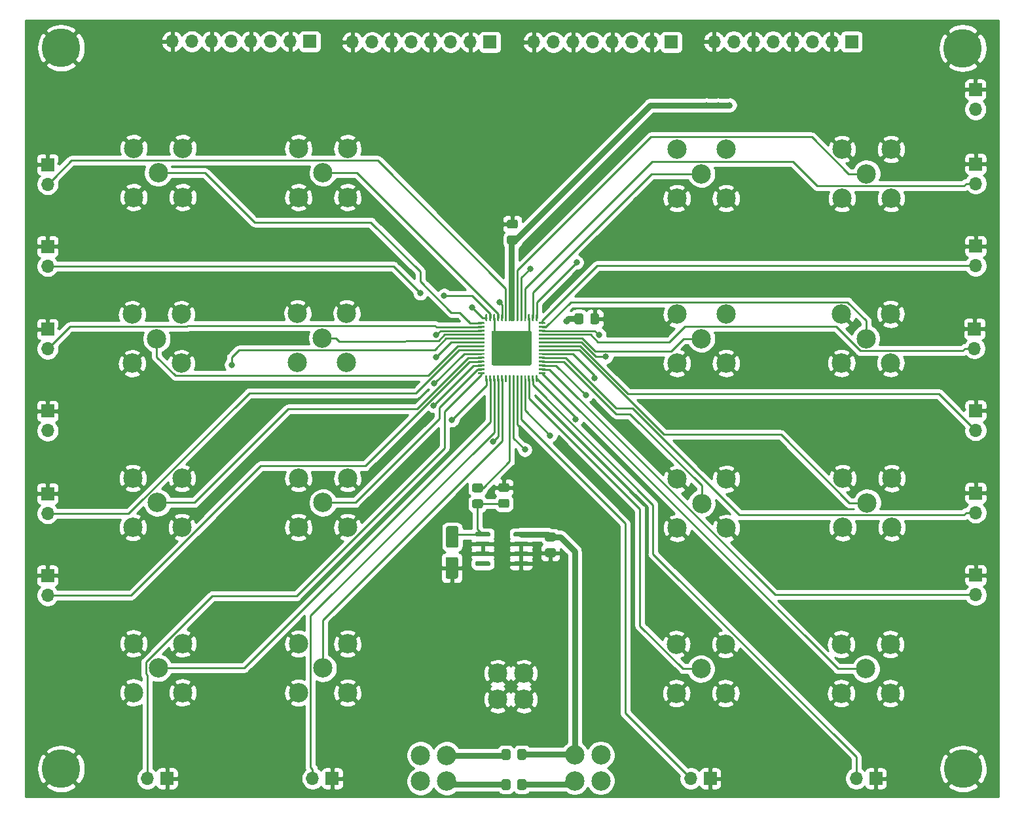
<source format=gbr>
G04 #@! TF.GenerationSoftware,KiCad,Pcbnew,(5.1.10-1-10_14)*
G04 #@! TF.CreationDate,2022-10-09T23:43:03+02:00*
G04 #@! TF.ProjectId,BoatCentralBoard,426f6174-4365-46e7-9472-616c426f6172,rev?*
G04 #@! TF.SameCoordinates,Original*
G04 #@! TF.FileFunction,Copper,L1,Top*
G04 #@! TF.FilePolarity,Positive*
%FSLAX46Y46*%
G04 Gerber Fmt 4.6, Leading zero omitted, Abs format (unit mm)*
G04 Created by KiCad (PCBNEW (5.1.10-1-10_14)) date 2022-10-09 23:43:03*
%MOMM*%
%LPD*%
G01*
G04 APERTURE LIST*
G04 #@! TA.AperFunction,ComponentPad*
%ADD10C,5.000000*%
G04 #@! TD*
G04 #@! TA.AperFunction,ComponentPad*
%ADD11C,2.500000*%
G04 #@! TD*
G04 #@! TA.AperFunction,ComponentPad*
%ADD12R,1.700000X1.700000*%
G04 #@! TD*
G04 #@! TA.AperFunction,ComponentPad*
%ADD13O,1.700000X1.700000*%
G04 #@! TD*
G04 #@! TA.AperFunction,ViaPad*
%ADD14C,0.800000*%
G04 #@! TD*
G04 #@! TA.AperFunction,Conductor*
%ADD15C,0.250000*%
G04 #@! TD*
G04 #@! TA.AperFunction,Conductor*
%ADD16C,0.750000*%
G04 #@! TD*
G04 #@! TA.AperFunction,Conductor*
%ADD17C,0.254000*%
G04 #@! TD*
G04 #@! TA.AperFunction,Conductor*
%ADD18C,0.100000*%
G04 #@! TD*
G04 APERTURE END LIST*
D10*
X86790800Y-137280600D03*
X203440800Y-137280600D03*
X203390800Y-44030600D03*
X86790800Y-43980600D03*
D11*
X169625000Y-102975000D03*
X166450000Y-106150000D03*
X172800000Y-106150000D03*
X166450000Y-99800000D03*
X172800000Y-99800000D03*
D12*
X205050000Y-101610000D03*
D13*
X205050000Y-104150000D03*
D11*
X153210000Y-135510000D03*
X156580000Y-135510000D03*
X156580000Y-138880000D03*
X153210000Y-138880000D03*
D12*
X205040800Y-49390600D03*
D13*
X205040800Y-51930600D03*
D12*
X118950000Y-43150000D03*
D13*
X116410000Y-43150000D03*
X113870000Y-43150000D03*
X111330000Y-43150000D03*
X108790000Y-43150000D03*
X106250000Y-43150000D03*
X103710000Y-43150000D03*
X101170000Y-43150000D03*
D12*
X142250000Y-43250000D03*
D13*
X139710000Y-43250000D03*
X137170000Y-43250000D03*
X134630000Y-43250000D03*
X132090000Y-43250000D03*
X129550000Y-43250000D03*
X127010000Y-43250000D03*
X124470000Y-43250000D03*
D12*
X165690000Y-43250000D03*
D13*
X163150000Y-43250000D03*
X160610000Y-43250000D03*
X158070000Y-43250000D03*
X155530000Y-43250000D03*
X152990000Y-43250000D03*
X150450000Y-43250000D03*
X147910000Y-43250000D03*
D12*
X189006200Y-43193800D03*
D13*
X186466200Y-43193800D03*
X183926200Y-43193800D03*
X181386200Y-43193800D03*
X178846200Y-43193800D03*
X176306200Y-43193800D03*
X173766200Y-43193800D03*
X171226200Y-43193800D03*
G04 #@! TA.AperFunction,SMDPad,CuDef*
G36*
G01*
X137870400Y-112690600D02*
X136769600Y-112690600D01*
G75*
G02*
X136520000Y-112441000I0J249600D01*
G01*
X136520000Y-110140200D01*
G75*
G02*
X136769600Y-109890600I249600J0D01*
G01*
X137870400Y-109890600D01*
G75*
G02*
X138120000Y-110140200I0J-249600D01*
G01*
X138120000Y-112441000D01*
G75*
G02*
X137870400Y-112690600I-249600J0D01*
G01*
G37*
G04 #@! TD.AperFunction*
G04 #@! TA.AperFunction,SMDPad,CuDef*
G36*
G01*
X137921200Y-108690600D02*
X136820400Y-108690600D01*
G75*
G02*
X136570800Y-108441000I0J249600D01*
G01*
X136570800Y-106140200D01*
G75*
G02*
X136820400Y-105890600I249600J0D01*
G01*
X137921200Y-105890600D01*
G75*
G02*
X138170800Y-106140200I0J-249600D01*
G01*
X138170800Y-108441000D01*
G75*
G02*
X137921200Y-108690600I-249600J0D01*
G01*
G37*
G04 #@! TD.AperFunction*
D11*
X169550000Y-124350000D03*
X172725000Y-127525000D03*
X172725000Y-121175000D03*
X166375000Y-127525000D03*
X166375000Y-121175000D03*
X169590800Y-81630600D03*
X172765800Y-78455600D03*
X166415800Y-78455600D03*
X172765800Y-84805600D03*
X166415800Y-84805600D03*
X190890800Y-81625000D03*
X194065800Y-78450000D03*
X187715800Y-78450000D03*
X194065800Y-84800000D03*
X187715800Y-84800000D03*
X169590800Y-60275000D03*
X172765800Y-57100000D03*
X166415800Y-57100000D03*
X172765800Y-63450000D03*
X166415800Y-63450000D03*
X120650000Y-102850000D03*
X117475000Y-99675000D03*
X117475000Y-106025000D03*
X123825000Y-99675000D03*
X123825000Y-106025000D03*
X99350000Y-124250000D03*
X96175000Y-121075000D03*
X96175000Y-127425000D03*
X102525000Y-121075000D03*
X102525000Y-127425000D03*
X120650000Y-124275000D03*
X123825000Y-121100000D03*
X117475000Y-121100000D03*
X123825000Y-127450000D03*
X117475000Y-127450000D03*
X99350000Y-60150000D03*
X96175000Y-56975000D03*
X96175000Y-63325000D03*
X102525000Y-56975000D03*
X102525000Y-63325000D03*
X120550000Y-81550000D03*
X117375000Y-78375000D03*
X117375000Y-84725000D03*
X123725000Y-78375000D03*
X123725000Y-84725000D03*
X99150000Y-81650000D03*
X95975000Y-78475000D03*
X95975000Y-84825000D03*
X102325000Y-78475000D03*
X102325000Y-84825000D03*
X99250000Y-102850000D03*
X96075000Y-99675000D03*
X96075000Y-106025000D03*
X102425000Y-99675000D03*
X102425000Y-106025000D03*
X143250000Y-124950000D03*
X146620000Y-124950000D03*
X146620000Y-128320000D03*
X143250000Y-128320000D03*
X190850000Y-124350000D03*
X194025000Y-121175000D03*
X187675000Y-121175000D03*
X194025000Y-127525000D03*
X187675000Y-127525000D03*
X190940800Y-60280600D03*
X187765800Y-57105600D03*
X187765800Y-63455600D03*
X194115800Y-57105600D03*
X194115800Y-63455600D03*
X120650000Y-60150000D03*
X117475000Y-56975000D03*
X117475000Y-63325000D03*
X123825000Y-56975000D03*
X123825000Y-63325000D03*
X191025000Y-102875000D03*
X187850000Y-106050000D03*
X194200000Y-106050000D03*
X187850000Y-99700000D03*
X194200000Y-99700000D03*
X136650000Y-138920000D03*
X133280000Y-138920000D03*
X133280000Y-135550000D03*
X136650000Y-135550000D03*
G04 #@! TA.AperFunction,SMDPad,CuDef*
G36*
G01*
X145285800Y-107095000D02*
X145285800Y-106795000D01*
G75*
G02*
X145435800Y-106645000I150000J0D01*
G01*
X147085800Y-106645000D01*
G75*
G02*
X147235800Y-106795000I0J-150000D01*
G01*
X147235800Y-107095000D01*
G75*
G02*
X147085800Y-107245000I-150000J0D01*
G01*
X145435800Y-107245000D01*
G75*
G02*
X145285800Y-107095000I0J150000D01*
G01*
G37*
G04 #@! TD.AperFunction*
G04 #@! TA.AperFunction,SMDPad,CuDef*
G36*
G01*
X145285800Y-108365000D02*
X145285800Y-108065000D01*
G75*
G02*
X145435800Y-107915000I150000J0D01*
G01*
X147085800Y-107915000D01*
G75*
G02*
X147235800Y-108065000I0J-150000D01*
G01*
X147235800Y-108365000D01*
G75*
G02*
X147085800Y-108515000I-150000J0D01*
G01*
X145435800Y-108515000D01*
G75*
G02*
X145285800Y-108365000I0J150000D01*
G01*
G37*
G04 #@! TD.AperFunction*
G04 #@! TA.AperFunction,SMDPad,CuDef*
G36*
G01*
X145285800Y-109635000D02*
X145285800Y-109335000D01*
G75*
G02*
X145435800Y-109185000I150000J0D01*
G01*
X147085800Y-109185000D01*
G75*
G02*
X147235800Y-109335000I0J-150000D01*
G01*
X147235800Y-109635000D01*
G75*
G02*
X147085800Y-109785000I-150000J0D01*
G01*
X145435800Y-109785000D01*
G75*
G02*
X145285800Y-109635000I0J150000D01*
G01*
G37*
G04 #@! TD.AperFunction*
G04 #@! TA.AperFunction,SMDPad,CuDef*
G36*
G01*
X145285800Y-110905000D02*
X145285800Y-110605000D01*
G75*
G02*
X145435800Y-110455000I150000J0D01*
G01*
X147085800Y-110455000D01*
G75*
G02*
X147235800Y-110605000I0J-150000D01*
G01*
X147235800Y-110905000D01*
G75*
G02*
X147085800Y-111055000I-150000J0D01*
G01*
X145435800Y-111055000D01*
G75*
G02*
X145285800Y-110905000I0J150000D01*
G01*
G37*
G04 #@! TD.AperFunction*
G04 #@! TA.AperFunction,SMDPad,CuDef*
G36*
G01*
X140335800Y-110905000D02*
X140335800Y-110605000D01*
G75*
G02*
X140485800Y-110455000I150000J0D01*
G01*
X142135800Y-110455000D01*
G75*
G02*
X142285800Y-110605000I0J-150000D01*
G01*
X142285800Y-110905000D01*
G75*
G02*
X142135800Y-111055000I-150000J0D01*
G01*
X140485800Y-111055000D01*
G75*
G02*
X140335800Y-110905000I0J150000D01*
G01*
G37*
G04 #@! TD.AperFunction*
G04 #@! TA.AperFunction,SMDPad,CuDef*
G36*
G01*
X140335800Y-109635000D02*
X140335800Y-109335000D01*
G75*
G02*
X140485800Y-109185000I150000J0D01*
G01*
X142135800Y-109185000D01*
G75*
G02*
X142285800Y-109335000I0J-150000D01*
G01*
X142285800Y-109635000D01*
G75*
G02*
X142135800Y-109785000I-150000J0D01*
G01*
X140485800Y-109785000D01*
G75*
G02*
X140335800Y-109635000I0J150000D01*
G01*
G37*
G04 #@! TD.AperFunction*
G04 #@! TA.AperFunction,SMDPad,CuDef*
G36*
G01*
X140335800Y-108365000D02*
X140335800Y-108065000D01*
G75*
G02*
X140485800Y-107915000I150000J0D01*
G01*
X142135800Y-107915000D01*
G75*
G02*
X142285800Y-108065000I0J-150000D01*
G01*
X142285800Y-108365000D01*
G75*
G02*
X142135800Y-108515000I-150000J0D01*
G01*
X140485800Y-108515000D01*
G75*
G02*
X140335800Y-108365000I0J150000D01*
G01*
G37*
G04 #@! TD.AperFunction*
G04 #@! TA.AperFunction,SMDPad,CuDef*
G36*
G01*
X140335800Y-107095000D02*
X140335800Y-106795000D01*
G75*
G02*
X140485800Y-106645000I150000J0D01*
G01*
X142135800Y-106645000D01*
G75*
G02*
X142285800Y-106795000I0J-150000D01*
G01*
X142285800Y-107095000D01*
G75*
G02*
X142135800Y-107245000I-150000J0D01*
G01*
X140485800Y-107245000D01*
G75*
G02*
X140335800Y-107095000I0J150000D01*
G01*
G37*
G04 #@! TD.AperFunction*
G04 #@! TA.AperFunction,SMDPad,CuDef*
G36*
G01*
X141487500Y-86225000D02*
X140737500Y-86225000D01*
G75*
G02*
X140675000Y-86162500I0J62500D01*
G01*
X140675000Y-86037500D01*
G75*
G02*
X140737500Y-85975000I62500J0D01*
G01*
X141487500Y-85975000D01*
G75*
G02*
X141550000Y-86037500I0J-62500D01*
G01*
X141550000Y-86162500D01*
G75*
G02*
X141487500Y-86225000I-62500J0D01*
G01*
G37*
G04 #@! TD.AperFunction*
G04 #@! TA.AperFunction,SMDPad,CuDef*
G36*
G01*
X141487500Y-85725000D02*
X140737500Y-85725000D01*
G75*
G02*
X140675000Y-85662500I0J62500D01*
G01*
X140675000Y-85537500D01*
G75*
G02*
X140737500Y-85475000I62500J0D01*
G01*
X141487500Y-85475000D01*
G75*
G02*
X141550000Y-85537500I0J-62500D01*
G01*
X141550000Y-85662500D01*
G75*
G02*
X141487500Y-85725000I-62500J0D01*
G01*
G37*
G04 #@! TD.AperFunction*
G04 #@! TA.AperFunction,SMDPad,CuDef*
G36*
G01*
X141487500Y-85225000D02*
X140737500Y-85225000D01*
G75*
G02*
X140675000Y-85162500I0J62500D01*
G01*
X140675000Y-85037500D01*
G75*
G02*
X140737500Y-84975000I62500J0D01*
G01*
X141487500Y-84975000D01*
G75*
G02*
X141550000Y-85037500I0J-62500D01*
G01*
X141550000Y-85162500D01*
G75*
G02*
X141487500Y-85225000I-62500J0D01*
G01*
G37*
G04 #@! TD.AperFunction*
G04 #@! TA.AperFunction,SMDPad,CuDef*
G36*
G01*
X141487500Y-84725000D02*
X140737500Y-84725000D01*
G75*
G02*
X140675000Y-84662500I0J62500D01*
G01*
X140675000Y-84537500D01*
G75*
G02*
X140737500Y-84475000I62500J0D01*
G01*
X141487500Y-84475000D01*
G75*
G02*
X141550000Y-84537500I0J-62500D01*
G01*
X141550000Y-84662500D01*
G75*
G02*
X141487500Y-84725000I-62500J0D01*
G01*
G37*
G04 #@! TD.AperFunction*
G04 #@! TA.AperFunction,SMDPad,CuDef*
G36*
G01*
X141487500Y-84225000D02*
X140737500Y-84225000D01*
G75*
G02*
X140675000Y-84162500I0J62500D01*
G01*
X140675000Y-84037500D01*
G75*
G02*
X140737500Y-83975000I62500J0D01*
G01*
X141487500Y-83975000D01*
G75*
G02*
X141550000Y-84037500I0J-62500D01*
G01*
X141550000Y-84162500D01*
G75*
G02*
X141487500Y-84225000I-62500J0D01*
G01*
G37*
G04 #@! TD.AperFunction*
G04 #@! TA.AperFunction,SMDPad,CuDef*
G36*
G01*
X141487500Y-83725000D02*
X140737500Y-83725000D01*
G75*
G02*
X140675000Y-83662500I0J62500D01*
G01*
X140675000Y-83537500D01*
G75*
G02*
X140737500Y-83475000I62500J0D01*
G01*
X141487500Y-83475000D01*
G75*
G02*
X141550000Y-83537500I0J-62500D01*
G01*
X141550000Y-83662500D01*
G75*
G02*
X141487500Y-83725000I-62500J0D01*
G01*
G37*
G04 #@! TD.AperFunction*
G04 #@! TA.AperFunction,SMDPad,CuDef*
G36*
G01*
X141487500Y-83225000D02*
X140737500Y-83225000D01*
G75*
G02*
X140675000Y-83162500I0J62500D01*
G01*
X140675000Y-83037500D01*
G75*
G02*
X140737500Y-82975000I62500J0D01*
G01*
X141487500Y-82975000D01*
G75*
G02*
X141550000Y-83037500I0J-62500D01*
G01*
X141550000Y-83162500D01*
G75*
G02*
X141487500Y-83225000I-62500J0D01*
G01*
G37*
G04 #@! TD.AperFunction*
G04 #@! TA.AperFunction,SMDPad,CuDef*
G36*
G01*
X141487500Y-82725000D02*
X140737500Y-82725000D01*
G75*
G02*
X140675000Y-82662500I0J62500D01*
G01*
X140675000Y-82537500D01*
G75*
G02*
X140737500Y-82475000I62500J0D01*
G01*
X141487500Y-82475000D01*
G75*
G02*
X141550000Y-82537500I0J-62500D01*
G01*
X141550000Y-82662500D01*
G75*
G02*
X141487500Y-82725000I-62500J0D01*
G01*
G37*
G04 #@! TD.AperFunction*
G04 #@! TA.AperFunction,SMDPad,CuDef*
G36*
G01*
X141487500Y-82225000D02*
X140737500Y-82225000D01*
G75*
G02*
X140675000Y-82162500I0J62500D01*
G01*
X140675000Y-82037500D01*
G75*
G02*
X140737500Y-81975000I62500J0D01*
G01*
X141487500Y-81975000D01*
G75*
G02*
X141550000Y-82037500I0J-62500D01*
G01*
X141550000Y-82162500D01*
G75*
G02*
X141487500Y-82225000I-62500J0D01*
G01*
G37*
G04 #@! TD.AperFunction*
G04 #@! TA.AperFunction,SMDPad,CuDef*
G36*
G01*
X141487500Y-81725000D02*
X140737500Y-81725000D01*
G75*
G02*
X140675000Y-81662500I0J62500D01*
G01*
X140675000Y-81537500D01*
G75*
G02*
X140737500Y-81475000I62500J0D01*
G01*
X141487500Y-81475000D01*
G75*
G02*
X141550000Y-81537500I0J-62500D01*
G01*
X141550000Y-81662500D01*
G75*
G02*
X141487500Y-81725000I-62500J0D01*
G01*
G37*
G04 #@! TD.AperFunction*
G04 #@! TA.AperFunction,SMDPad,CuDef*
G36*
G01*
X141487500Y-81225000D02*
X140737500Y-81225000D01*
G75*
G02*
X140675000Y-81162500I0J62500D01*
G01*
X140675000Y-81037500D01*
G75*
G02*
X140737500Y-80975000I62500J0D01*
G01*
X141487500Y-80975000D01*
G75*
G02*
X141550000Y-81037500I0J-62500D01*
G01*
X141550000Y-81162500D01*
G75*
G02*
X141487500Y-81225000I-62500J0D01*
G01*
G37*
G04 #@! TD.AperFunction*
G04 #@! TA.AperFunction,SMDPad,CuDef*
G36*
G01*
X141487500Y-80725000D02*
X140737500Y-80725000D01*
G75*
G02*
X140675000Y-80662500I0J62500D01*
G01*
X140675000Y-80537500D01*
G75*
G02*
X140737500Y-80475000I62500J0D01*
G01*
X141487500Y-80475000D01*
G75*
G02*
X141550000Y-80537500I0J-62500D01*
G01*
X141550000Y-80662500D01*
G75*
G02*
X141487500Y-80725000I-62500J0D01*
G01*
G37*
G04 #@! TD.AperFunction*
G04 #@! TA.AperFunction,SMDPad,CuDef*
G36*
G01*
X141487500Y-80225000D02*
X140737500Y-80225000D01*
G75*
G02*
X140675000Y-80162500I0J62500D01*
G01*
X140675000Y-80037500D01*
G75*
G02*
X140737500Y-79975000I62500J0D01*
G01*
X141487500Y-79975000D01*
G75*
G02*
X141550000Y-80037500I0J-62500D01*
G01*
X141550000Y-80162500D01*
G75*
G02*
X141487500Y-80225000I-62500J0D01*
G01*
G37*
G04 #@! TD.AperFunction*
G04 #@! TA.AperFunction,SMDPad,CuDef*
G36*
G01*
X141487500Y-79725000D02*
X140737500Y-79725000D01*
G75*
G02*
X140675000Y-79662500I0J62500D01*
G01*
X140675000Y-79537500D01*
G75*
G02*
X140737500Y-79475000I62500J0D01*
G01*
X141487500Y-79475000D01*
G75*
G02*
X141550000Y-79537500I0J-62500D01*
G01*
X141550000Y-79662500D01*
G75*
G02*
X141487500Y-79725000I-62500J0D01*
G01*
G37*
G04 #@! TD.AperFunction*
G04 #@! TA.AperFunction,SMDPad,CuDef*
G36*
G01*
X141862500Y-79350000D02*
X141737500Y-79350000D01*
G75*
G02*
X141675000Y-79287500I0J62500D01*
G01*
X141675000Y-78537500D01*
G75*
G02*
X141737500Y-78475000I62500J0D01*
G01*
X141862500Y-78475000D01*
G75*
G02*
X141925000Y-78537500I0J-62500D01*
G01*
X141925000Y-79287500D01*
G75*
G02*
X141862500Y-79350000I-62500J0D01*
G01*
G37*
G04 #@! TD.AperFunction*
G04 #@! TA.AperFunction,SMDPad,CuDef*
G36*
G01*
X142362500Y-79350000D02*
X142237500Y-79350000D01*
G75*
G02*
X142175000Y-79287500I0J62500D01*
G01*
X142175000Y-78537500D01*
G75*
G02*
X142237500Y-78475000I62500J0D01*
G01*
X142362500Y-78475000D01*
G75*
G02*
X142425000Y-78537500I0J-62500D01*
G01*
X142425000Y-79287500D01*
G75*
G02*
X142362500Y-79350000I-62500J0D01*
G01*
G37*
G04 #@! TD.AperFunction*
G04 #@! TA.AperFunction,SMDPad,CuDef*
G36*
G01*
X142862500Y-79350000D02*
X142737500Y-79350000D01*
G75*
G02*
X142675000Y-79287500I0J62500D01*
G01*
X142675000Y-78537500D01*
G75*
G02*
X142737500Y-78475000I62500J0D01*
G01*
X142862500Y-78475000D01*
G75*
G02*
X142925000Y-78537500I0J-62500D01*
G01*
X142925000Y-79287500D01*
G75*
G02*
X142862500Y-79350000I-62500J0D01*
G01*
G37*
G04 #@! TD.AperFunction*
G04 #@! TA.AperFunction,SMDPad,CuDef*
G36*
G01*
X143362500Y-79350000D02*
X143237500Y-79350000D01*
G75*
G02*
X143175000Y-79287500I0J62500D01*
G01*
X143175000Y-78537500D01*
G75*
G02*
X143237500Y-78475000I62500J0D01*
G01*
X143362500Y-78475000D01*
G75*
G02*
X143425000Y-78537500I0J-62500D01*
G01*
X143425000Y-79287500D01*
G75*
G02*
X143362500Y-79350000I-62500J0D01*
G01*
G37*
G04 #@! TD.AperFunction*
G04 #@! TA.AperFunction,SMDPad,CuDef*
G36*
G01*
X143862500Y-79350000D02*
X143737500Y-79350000D01*
G75*
G02*
X143675000Y-79287500I0J62500D01*
G01*
X143675000Y-78537500D01*
G75*
G02*
X143737500Y-78475000I62500J0D01*
G01*
X143862500Y-78475000D01*
G75*
G02*
X143925000Y-78537500I0J-62500D01*
G01*
X143925000Y-79287500D01*
G75*
G02*
X143862500Y-79350000I-62500J0D01*
G01*
G37*
G04 #@! TD.AperFunction*
G04 #@! TA.AperFunction,SMDPad,CuDef*
G36*
G01*
X144362500Y-79350000D02*
X144237500Y-79350000D01*
G75*
G02*
X144175000Y-79287500I0J62500D01*
G01*
X144175000Y-78537500D01*
G75*
G02*
X144237500Y-78475000I62500J0D01*
G01*
X144362500Y-78475000D01*
G75*
G02*
X144425000Y-78537500I0J-62500D01*
G01*
X144425000Y-79287500D01*
G75*
G02*
X144362500Y-79350000I-62500J0D01*
G01*
G37*
G04 #@! TD.AperFunction*
G04 #@! TA.AperFunction,SMDPad,CuDef*
G36*
G01*
X144862500Y-79350000D02*
X144737500Y-79350000D01*
G75*
G02*
X144675000Y-79287500I0J62500D01*
G01*
X144675000Y-78537500D01*
G75*
G02*
X144737500Y-78475000I62500J0D01*
G01*
X144862500Y-78475000D01*
G75*
G02*
X144925000Y-78537500I0J-62500D01*
G01*
X144925000Y-79287500D01*
G75*
G02*
X144862500Y-79350000I-62500J0D01*
G01*
G37*
G04 #@! TD.AperFunction*
G04 #@! TA.AperFunction,SMDPad,CuDef*
G36*
G01*
X145362500Y-79350000D02*
X145237500Y-79350000D01*
G75*
G02*
X145175000Y-79287500I0J62500D01*
G01*
X145175000Y-78537500D01*
G75*
G02*
X145237500Y-78475000I62500J0D01*
G01*
X145362500Y-78475000D01*
G75*
G02*
X145425000Y-78537500I0J-62500D01*
G01*
X145425000Y-79287500D01*
G75*
G02*
X145362500Y-79350000I-62500J0D01*
G01*
G37*
G04 #@! TD.AperFunction*
G04 #@! TA.AperFunction,SMDPad,CuDef*
G36*
G01*
X145862500Y-79350000D02*
X145737500Y-79350000D01*
G75*
G02*
X145675000Y-79287500I0J62500D01*
G01*
X145675000Y-78537500D01*
G75*
G02*
X145737500Y-78475000I62500J0D01*
G01*
X145862500Y-78475000D01*
G75*
G02*
X145925000Y-78537500I0J-62500D01*
G01*
X145925000Y-79287500D01*
G75*
G02*
X145862500Y-79350000I-62500J0D01*
G01*
G37*
G04 #@! TD.AperFunction*
G04 #@! TA.AperFunction,SMDPad,CuDef*
G36*
G01*
X146362500Y-79350000D02*
X146237500Y-79350000D01*
G75*
G02*
X146175000Y-79287500I0J62500D01*
G01*
X146175000Y-78537500D01*
G75*
G02*
X146237500Y-78475000I62500J0D01*
G01*
X146362500Y-78475000D01*
G75*
G02*
X146425000Y-78537500I0J-62500D01*
G01*
X146425000Y-79287500D01*
G75*
G02*
X146362500Y-79350000I-62500J0D01*
G01*
G37*
G04 #@! TD.AperFunction*
G04 #@! TA.AperFunction,SMDPad,CuDef*
G36*
G01*
X146862500Y-79350000D02*
X146737500Y-79350000D01*
G75*
G02*
X146675000Y-79287500I0J62500D01*
G01*
X146675000Y-78537500D01*
G75*
G02*
X146737500Y-78475000I62500J0D01*
G01*
X146862500Y-78475000D01*
G75*
G02*
X146925000Y-78537500I0J-62500D01*
G01*
X146925000Y-79287500D01*
G75*
G02*
X146862500Y-79350000I-62500J0D01*
G01*
G37*
G04 #@! TD.AperFunction*
G04 #@! TA.AperFunction,SMDPad,CuDef*
G36*
G01*
X147362500Y-79350000D02*
X147237500Y-79350000D01*
G75*
G02*
X147175000Y-79287500I0J62500D01*
G01*
X147175000Y-78537500D01*
G75*
G02*
X147237500Y-78475000I62500J0D01*
G01*
X147362500Y-78475000D01*
G75*
G02*
X147425000Y-78537500I0J-62500D01*
G01*
X147425000Y-79287500D01*
G75*
G02*
X147362500Y-79350000I-62500J0D01*
G01*
G37*
G04 #@! TD.AperFunction*
G04 #@! TA.AperFunction,SMDPad,CuDef*
G36*
G01*
X147862500Y-79350000D02*
X147737500Y-79350000D01*
G75*
G02*
X147675000Y-79287500I0J62500D01*
G01*
X147675000Y-78537500D01*
G75*
G02*
X147737500Y-78475000I62500J0D01*
G01*
X147862500Y-78475000D01*
G75*
G02*
X147925000Y-78537500I0J-62500D01*
G01*
X147925000Y-79287500D01*
G75*
G02*
X147862500Y-79350000I-62500J0D01*
G01*
G37*
G04 #@! TD.AperFunction*
G04 #@! TA.AperFunction,SMDPad,CuDef*
G36*
G01*
X148362500Y-79350000D02*
X148237500Y-79350000D01*
G75*
G02*
X148175000Y-79287500I0J62500D01*
G01*
X148175000Y-78537500D01*
G75*
G02*
X148237500Y-78475000I62500J0D01*
G01*
X148362500Y-78475000D01*
G75*
G02*
X148425000Y-78537500I0J-62500D01*
G01*
X148425000Y-79287500D01*
G75*
G02*
X148362500Y-79350000I-62500J0D01*
G01*
G37*
G04 #@! TD.AperFunction*
G04 #@! TA.AperFunction,SMDPad,CuDef*
G36*
G01*
X149362500Y-79725000D02*
X148612500Y-79725000D01*
G75*
G02*
X148550000Y-79662500I0J62500D01*
G01*
X148550000Y-79537500D01*
G75*
G02*
X148612500Y-79475000I62500J0D01*
G01*
X149362500Y-79475000D01*
G75*
G02*
X149425000Y-79537500I0J-62500D01*
G01*
X149425000Y-79662500D01*
G75*
G02*
X149362500Y-79725000I-62500J0D01*
G01*
G37*
G04 #@! TD.AperFunction*
G04 #@! TA.AperFunction,SMDPad,CuDef*
G36*
G01*
X149362500Y-80225000D02*
X148612500Y-80225000D01*
G75*
G02*
X148550000Y-80162500I0J62500D01*
G01*
X148550000Y-80037500D01*
G75*
G02*
X148612500Y-79975000I62500J0D01*
G01*
X149362500Y-79975000D01*
G75*
G02*
X149425000Y-80037500I0J-62500D01*
G01*
X149425000Y-80162500D01*
G75*
G02*
X149362500Y-80225000I-62500J0D01*
G01*
G37*
G04 #@! TD.AperFunction*
G04 #@! TA.AperFunction,SMDPad,CuDef*
G36*
G01*
X149362500Y-80725000D02*
X148612500Y-80725000D01*
G75*
G02*
X148550000Y-80662500I0J62500D01*
G01*
X148550000Y-80537500D01*
G75*
G02*
X148612500Y-80475000I62500J0D01*
G01*
X149362500Y-80475000D01*
G75*
G02*
X149425000Y-80537500I0J-62500D01*
G01*
X149425000Y-80662500D01*
G75*
G02*
X149362500Y-80725000I-62500J0D01*
G01*
G37*
G04 #@! TD.AperFunction*
G04 #@! TA.AperFunction,SMDPad,CuDef*
G36*
G01*
X149362500Y-81225000D02*
X148612500Y-81225000D01*
G75*
G02*
X148550000Y-81162500I0J62500D01*
G01*
X148550000Y-81037500D01*
G75*
G02*
X148612500Y-80975000I62500J0D01*
G01*
X149362500Y-80975000D01*
G75*
G02*
X149425000Y-81037500I0J-62500D01*
G01*
X149425000Y-81162500D01*
G75*
G02*
X149362500Y-81225000I-62500J0D01*
G01*
G37*
G04 #@! TD.AperFunction*
G04 #@! TA.AperFunction,SMDPad,CuDef*
G36*
G01*
X149362500Y-81725000D02*
X148612500Y-81725000D01*
G75*
G02*
X148550000Y-81662500I0J62500D01*
G01*
X148550000Y-81537500D01*
G75*
G02*
X148612500Y-81475000I62500J0D01*
G01*
X149362500Y-81475000D01*
G75*
G02*
X149425000Y-81537500I0J-62500D01*
G01*
X149425000Y-81662500D01*
G75*
G02*
X149362500Y-81725000I-62500J0D01*
G01*
G37*
G04 #@! TD.AperFunction*
G04 #@! TA.AperFunction,SMDPad,CuDef*
G36*
G01*
X149362500Y-82225000D02*
X148612500Y-82225000D01*
G75*
G02*
X148550000Y-82162500I0J62500D01*
G01*
X148550000Y-82037500D01*
G75*
G02*
X148612500Y-81975000I62500J0D01*
G01*
X149362500Y-81975000D01*
G75*
G02*
X149425000Y-82037500I0J-62500D01*
G01*
X149425000Y-82162500D01*
G75*
G02*
X149362500Y-82225000I-62500J0D01*
G01*
G37*
G04 #@! TD.AperFunction*
G04 #@! TA.AperFunction,SMDPad,CuDef*
G36*
G01*
X149362500Y-82725000D02*
X148612500Y-82725000D01*
G75*
G02*
X148550000Y-82662500I0J62500D01*
G01*
X148550000Y-82537500D01*
G75*
G02*
X148612500Y-82475000I62500J0D01*
G01*
X149362500Y-82475000D01*
G75*
G02*
X149425000Y-82537500I0J-62500D01*
G01*
X149425000Y-82662500D01*
G75*
G02*
X149362500Y-82725000I-62500J0D01*
G01*
G37*
G04 #@! TD.AperFunction*
G04 #@! TA.AperFunction,SMDPad,CuDef*
G36*
G01*
X149362500Y-83225000D02*
X148612500Y-83225000D01*
G75*
G02*
X148550000Y-83162500I0J62500D01*
G01*
X148550000Y-83037500D01*
G75*
G02*
X148612500Y-82975000I62500J0D01*
G01*
X149362500Y-82975000D01*
G75*
G02*
X149425000Y-83037500I0J-62500D01*
G01*
X149425000Y-83162500D01*
G75*
G02*
X149362500Y-83225000I-62500J0D01*
G01*
G37*
G04 #@! TD.AperFunction*
G04 #@! TA.AperFunction,SMDPad,CuDef*
G36*
G01*
X149362500Y-83725000D02*
X148612500Y-83725000D01*
G75*
G02*
X148550000Y-83662500I0J62500D01*
G01*
X148550000Y-83537500D01*
G75*
G02*
X148612500Y-83475000I62500J0D01*
G01*
X149362500Y-83475000D01*
G75*
G02*
X149425000Y-83537500I0J-62500D01*
G01*
X149425000Y-83662500D01*
G75*
G02*
X149362500Y-83725000I-62500J0D01*
G01*
G37*
G04 #@! TD.AperFunction*
G04 #@! TA.AperFunction,SMDPad,CuDef*
G36*
G01*
X149362500Y-84225000D02*
X148612500Y-84225000D01*
G75*
G02*
X148550000Y-84162500I0J62500D01*
G01*
X148550000Y-84037500D01*
G75*
G02*
X148612500Y-83975000I62500J0D01*
G01*
X149362500Y-83975000D01*
G75*
G02*
X149425000Y-84037500I0J-62500D01*
G01*
X149425000Y-84162500D01*
G75*
G02*
X149362500Y-84225000I-62500J0D01*
G01*
G37*
G04 #@! TD.AperFunction*
G04 #@! TA.AperFunction,SMDPad,CuDef*
G36*
G01*
X149362500Y-84725000D02*
X148612500Y-84725000D01*
G75*
G02*
X148550000Y-84662500I0J62500D01*
G01*
X148550000Y-84537500D01*
G75*
G02*
X148612500Y-84475000I62500J0D01*
G01*
X149362500Y-84475000D01*
G75*
G02*
X149425000Y-84537500I0J-62500D01*
G01*
X149425000Y-84662500D01*
G75*
G02*
X149362500Y-84725000I-62500J0D01*
G01*
G37*
G04 #@! TD.AperFunction*
G04 #@! TA.AperFunction,SMDPad,CuDef*
G36*
G01*
X149362500Y-85225000D02*
X148612500Y-85225000D01*
G75*
G02*
X148550000Y-85162500I0J62500D01*
G01*
X148550000Y-85037500D01*
G75*
G02*
X148612500Y-84975000I62500J0D01*
G01*
X149362500Y-84975000D01*
G75*
G02*
X149425000Y-85037500I0J-62500D01*
G01*
X149425000Y-85162500D01*
G75*
G02*
X149362500Y-85225000I-62500J0D01*
G01*
G37*
G04 #@! TD.AperFunction*
G04 #@! TA.AperFunction,SMDPad,CuDef*
G36*
G01*
X149362500Y-85725000D02*
X148612500Y-85725000D01*
G75*
G02*
X148550000Y-85662500I0J62500D01*
G01*
X148550000Y-85537500D01*
G75*
G02*
X148612500Y-85475000I62500J0D01*
G01*
X149362500Y-85475000D01*
G75*
G02*
X149425000Y-85537500I0J-62500D01*
G01*
X149425000Y-85662500D01*
G75*
G02*
X149362500Y-85725000I-62500J0D01*
G01*
G37*
G04 #@! TD.AperFunction*
G04 #@! TA.AperFunction,SMDPad,CuDef*
G36*
G01*
X149362500Y-86225000D02*
X148612500Y-86225000D01*
G75*
G02*
X148550000Y-86162500I0J62500D01*
G01*
X148550000Y-86037500D01*
G75*
G02*
X148612500Y-85975000I62500J0D01*
G01*
X149362500Y-85975000D01*
G75*
G02*
X149425000Y-86037500I0J-62500D01*
G01*
X149425000Y-86162500D01*
G75*
G02*
X149362500Y-86225000I-62500J0D01*
G01*
G37*
G04 #@! TD.AperFunction*
G04 #@! TA.AperFunction,SMDPad,CuDef*
G36*
G01*
X148362500Y-87225000D02*
X148237500Y-87225000D01*
G75*
G02*
X148175000Y-87162500I0J62500D01*
G01*
X148175000Y-86412500D01*
G75*
G02*
X148237500Y-86350000I62500J0D01*
G01*
X148362500Y-86350000D01*
G75*
G02*
X148425000Y-86412500I0J-62500D01*
G01*
X148425000Y-87162500D01*
G75*
G02*
X148362500Y-87225000I-62500J0D01*
G01*
G37*
G04 #@! TD.AperFunction*
G04 #@! TA.AperFunction,SMDPad,CuDef*
G36*
G01*
X147862500Y-87225000D02*
X147737500Y-87225000D01*
G75*
G02*
X147675000Y-87162500I0J62500D01*
G01*
X147675000Y-86412500D01*
G75*
G02*
X147737500Y-86350000I62500J0D01*
G01*
X147862500Y-86350000D01*
G75*
G02*
X147925000Y-86412500I0J-62500D01*
G01*
X147925000Y-87162500D01*
G75*
G02*
X147862500Y-87225000I-62500J0D01*
G01*
G37*
G04 #@! TD.AperFunction*
G04 #@! TA.AperFunction,SMDPad,CuDef*
G36*
G01*
X147362500Y-87225000D02*
X147237500Y-87225000D01*
G75*
G02*
X147175000Y-87162500I0J62500D01*
G01*
X147175000Y-86412500D01*
G75*
G02*
X147237500Y-86350000I62500J0D01*
G01*
X147362500Y-86350000D01*
G75*
G02*
X147425000Y-86412500I0J-62500D01*
G01*
X147425000Y-87162500D01*
G75*
G02*
X147362500Y-87225000I-62500J0D01*
G01*
G37*
G04 #@! TD.AperFunction*
G04 #@! TA.AperFunction,SMDPad,CuDef*
G36*
G01*
X146862500Y-87225000D02*
X146737500Y-87225000D01*
G75*
G02*
X146675000Y-87162500I0J62500D01*
G01*
X146675000Y-86412500D01*
G75*
G02*
X146737500Y-86350000I62500J0D01*
G01*
X146862500Y-86350000D01*
G75*
G02*
X146925000Y-86412500I0J-62500D01*
G01*
X146925000Y-87162500D01*
G75*
G02*
X146862500Y-87225000I-62500J0D01*
G01*
G37*
G04 #@! TD.AperFunction*
G04 #@! TA.AperFunction,SMDPad,CuDef*
G36*
G01*
X146362500Y-87225000D02*
X146237500Y-87225000D01*
G75*
G02*
X146175000Y-87162500I0J62500D01*
G01*
X146175000Y-86412500D01*
G75*
G02*
X146237500Y-86350000I62500J0D01*
G01*
X146362500Y-86350000D01*
G75*
G02*
X146425000Y-86412500I0J-62500D01*
G01*
X146425000Y-87162500D01*
G75*
G02*
X146362500Y-87225000I-62500J0D01*
G01*
G37*
G04 #@! TD.AperFunction*
G04 #@! TA.AperFunction,SMDPad,CuDef*
G36*
G01*
X145862500Y-87225000D02*
X145737500Y-87225000D01*
G75*
G02*
X145675000Y-87162500I0J62500D01*
G01*
X145675000Y-86412500D01*
G75*
G02*
X145737500Y-86350000I62500J0D01*
G01*
X145862500Y-86350000D01*
G75*
G02*
X145925000Y-86412500I0J-62500D01*
G01*
X145925000Y-87162500D01*
G75*
G02*
X145862500Y-87225000I-62500J0D01*
G01*
G37*
G04 #@! TD.AperFunction*
G04 #@! TA.AperFunction,SMDPad,CuDef*
G36*
G01*
X145362500Y-87225000D02*
X145237500Y-87225000D01*
G75*
G02*
X145175000Y-87162500I0J62500D01*
G01*
X145175000Y-86412500D01*
G75*
G02*
X145237500Y-86350000I62500J0D01*
G01*
X145362500Y-86350000D01*
G75*
G02*
X145425000Y-86412500I0J-62500D01*
G01*
X145425000Y-87162500D01*
G75*
G02*
X145362500Y-87225000I-62500J0D01*
G01*
G37*
G04 #@! TD.AperFunction*
G04 #@! TA.AperFunction,SMDPad,CuDef*
G36*
G01*
X144862500Y-87225000D02*
X144737500Y-87225000D01*
G75*
G02*
X144675000Y-87162500I0J62500D01*
G01*
X144675000Y-86412500D01*
G75*
G02*
X144737500Y-86350000I62500J0D01*
G01*
X144862500Y-86350000D01*
G75*
G02*
X144925000Y-86412500I0J-62500D01*
G01*
X144925000Y-87162500D01*
G75*
G02*
X144862500Y-87225000I-62500J0D01*
G01*
G37*
G04 #@! TD.AperFunction*
G04 #@! TA.AperFunction,SMDPad,CuDef*
G36*
G01*
X144362500Y-87225000D02*
X144237500Y-87225000D01*
G75*
G02*
X144175000Y-87162500I0J62500D01*
G01*
X144175000Y-86412500D01*
G75*
G02*
X144237500Y-86350000I62500J0D01*
G01*
X144362500Y-86350000D01*
G75*
G02*
X144425000Y-86412500I0J-62500D01*
G01*
X144425000Y-87162500D01*
G75*
G02*
X144362500Y-87225000I-62500J0D01*
G01*
G37*
G04 #@! TD.AperFunction*
G04 #@! TA.AperFunction,SMDPad,CuDef*
G36*
G01*
X143862500Y-87225000D02*
X143737500Y-87225000D01*
G75*
G02*
X143675000Y-87162500I0J62500D01*
G01*
X143675000Y-86412500D01*
G75*
G02*
X143737500Y-86350000I62500J0D01*
G01*
X143862500Y-86350000D01*
G75*
G02*
X143925000Y-86412500I0J-62500D01*
G01*
X143925000Y-87162500D01*
G75*
G02*
X143862500Y-87225000I-62500J0D01*
G01*
G37*
G04 #@! TD.AperFunction*
G04 #@! TA.AperFunction,SMDPad,CuDef*
G36*
G01*
X143362500Y-87225000D02*
X143237500Y-87225000D01*
G75*
G02*
X143175000Y-87162500I0J62500D01*
G01*
X143175000Y-86412500D01*
G75*
G02*
X143237500Y-86350000I62500J0D01*
G01*
X143362500Y-86350000D01*
G75*
G02*
X143425000Y-86412500I0J-62500D01*
G01*
X143425000Y-87162500D01*
G75*
G02*
X143362500Y-87225000I-62500J0D01*
G01*
G37*
G04 #@! TD.AperFunction*
G04 #@! TA.AperFunction,SMDPad,CuDef*
G36*
G01*
X142862500Y-87225000D02*
X142737500Y-87225000D01*
G75*
G02*
X142675000Y-87162500I0J62500D01*
G01*
X142675000Y-86412500D01*
G75*
G02*
X142737500Y-86350000I62500J0D01*
G01*
X142862500Y-86350000D01*
G75*
G02*
X142925000Y-86412500I0J-62500D01*
G01*
X142925000Y-87162500D01*
G75*
G02*
X142862500Y-87225000I-62500J0D01*
G01*
G37*
G04 #@! TD.AperFunction*
G04 #@! TA.AperFunction,SMDPad,CuDef*
G36*
G01*
X142362500Y-87225000D02*
X142237500Y-87225000D01*
G75*
G02*
X142175000Y-87162500I0J62500D01*
G01*
X142175000Y-86412500D01*
G75*
G02*
X142237500Y-86350000I62500J0D01*
G01*
X142362500Y-86350000D01*
G75*
G02*
X142425000Y-86412500I0J-62500D01*
G01*
X142425000Y-87162500D01*
G75*
G02*
X142362500Y-87225000I-62500J0D01*
G01*
G37*
G04 #@! TD.AperFunction*
G04 #@! TA.AperFunction,SMDPad,CuDef*
G36*
G01*
X141862500Y-87225000D02*
X141737500Y-87225000D01*
G75*
G02*
X141675000Y-87162500I0J62500D01*
G01*
X141675000Y-86412500D01*
G75*
G02*
X141737500Y-86350000I62500J0D01*
G01*
X141862500Y-86350000D01*
G75*
G02*
X141925000Y-86412500I0J-62500D01*
G01*
X141925000Y-87162500D01*
G75*
G02*
X141862500Y-87225000I-62500J0D01*
G01*
G37*
G04 #@! TD.AperFunction*
G04 #@! TA.AperFunction,SMDPad,CuDef*
G36*
G01*
X147399998Y-85100000D02*
X142700002Y-85100000D01*
G75*
G02*
X142450000Y-84849998I0J250002D01*
G01*
X142450000Y-80850002D01*
G75*
G02*
X142700002Y-80600000I250002J0D01*
G01*
X147399998Y-80600000D01*
G75*
G02*
X147650000Y-80850002I0J-250002D01*
G01*
X147650000Y-84849998D01*
G75*
G02*
X147399998Y-85100000I-250002J0D01*
G01*
G37*
G04 #@! TD.AperFunction*
D13*
X85050000Y-104240000D03*
D12*
X85050000Y-101700000D03*
D13*
X85050000Y-93540000D03*
D12*
X85050000Y-91000000D03*
D13*
X85050000Y-82940000D03*
D12*
X85050000Y-80400000D03*
D13*
X85050000Y-72240000D03*
D12*
X85050000Y-69700000D03*
D13*
X85050000Y-61640000D03*
D12*
X85050000Y-59100000D03*
D13*
X119310000Y-138550000D03*
D12*
X121850000Y-138550000D03*
D13*
X97950000Y-138550000D03*
D12*
X100490000Y-138550000D03*
D13*
X85050000Y-114840000D03*
D12*
X85050000Y-112300000D03*
X205050000Y-59010000D03*
D13*
X205050000Y-61550000D03*
X205050000Y-72190000D03*
D12*
X205050000Y-69650000D03*
D13*
X204900000Y-82890000D03*
D12*
X204900000Y-80350000D03*
D13*
X205050000Y-93490000D03*
D12*
X205050000Y-90950000D03*
X205050000Y-112250000D03*
D13*
X205050000Y-114790000D03*
X189610000Y-138550000D03*
D12*
X192150000Y-138550000D03*
D13*
X168210000Y-138550000D03*
D12*
X170750000Y-138550000D03*
G04 #@! TA.AperFunction,SMDPad,CuDef*
G36*
G01*
X144900000Y-134999999D02*
X144900000Y-135900001D01*
G75*
G02*
X144650001Y-136150000I-249999J0D01*
G01*
X143999999Y-136150000D01*
G75*
G02*
X143750000Y-135900001I0J249999D01*
G01*
X143750000Y-134999999D01*
G75*
G02*
X143999999Y-134750000I249999J0D01*
G01*
X144650001Y-134750000D01*
G75*
G02*
X144900000Y-134999999I0J-249999D01*
G01*
G37*
G04 #@! TD.AperFunction*
G04 #@! TA.AperFunction,SMDPad,CuDef*
G36*
G01*
X146950000Y-134999999D02*
X146950000Y-135900001D01*
G75*
G02*
X146700001Y-136150000I-249999J0D01*
G01*
X146049999Y-136150000D01*
G75*
G02*
X145800000Y-135900001I0J249999D01*
G01*
X145800000Y-134999999D01*
G75*
G02*
X146049999Y-134750000I249999J0D01*
G01*
X146700001Y-134750000D01*
G75*
G02*
X146950000Y-134999999I0J-249999D01*
G01*
G37*
G04 #@! TD.AperFunction*
G04 #@! TA.AperFunction,SMDPad,CuDef*
G36*
G01*
X140199999Y-102425000D02*
X141100001Y-102425000D01*
G75*
G02*
X141350000Y-102674999I0J-249999D01*
G01*
X141350000Y-103325001D01*
G75*
G02*
X141100001Y-103575000I-249999J0D01*
G01*
X140199999Y-103575000D01*
G75*
G02*
X139950000Y-103325001I0J249999D01*
G01*
X139950000Y-102674999D01*
G75*
G02*
X140199999Y-102425000I249999J0D01*
G01*
G37*
G04 #@! TD.AperFunction*
G04 #@! TA.AperFunction,SMDPad,CuDef*
G36*
G01*
X140199999Y-100375000D02*
X141100001Y-100375000D01*
G75*
G02*
X141350000Y-100624999I0J-249999D01*
G01*
X141350000Y-101275001D01*
G75*
G02*
X141100001Y-101525000I-249999J0D01*
G01*
X140199999Y-101525000D01*
G75*
G02*
X139950000Y-101275001I0J249999D01*
G01*
X139950000Y-100624999D01*
G75*
G02*
X140199999Y-100375000I249999J0D01*
G01*
G37*
G04 #@! TD.AperFunction*
G04 #@! TA.AperFunction,SMDPad,CuDef*
G36*
G01*
X144900000Y-138899999D02*
X144900000Y-139800001D01*
G75*
G02*
X144650001Y-140050000I-249999J0D01*
G01*
X143999999Y-140050000D01*
G75*
G02*
X143750000Y-139800001I0J249999D01*
G01*
X143750000Y-138899999D01*
G75*
G02*
X143999999Y-138650000I249999J0D01*
G01*
X144650001Y-138650000D01*
G75*
G02*
X144900000Y-138899999I0J-249999D01*
G01*
G37*
G04 #@! TD.AperFunction*
G04 #@! TA.AperFunction,SMDPad,CuDef*
G36*
G01*
X146950000Y-138899999D02*
X146950000Y-139800001D01*
G75*
G02*
X146700001Y-140050000I-249999J0D01*
G01*
X146049999Y-140050000D01*
G75*
G02*
X145800000Y-139800001I0J249999D01*
G01*
X145800000Y-138899999D01*
G75*
G02*
X146049999Y-138650000I249999J0D01*
G01*
X146700001Y-138650000D01*
G75*
G02*
X146950000Y-138899999I0J-249999D01*
G01*
G37*
G04 #@! TD.AperFunction*
G04 #@! TA.AperFunction,SMDPad,CuDef*
G36*
G01*
X155225000Y-79500001D02*
X155225000Y-78599999D01*
G75*
G02*
X155474999Y-78350000I249999J0D01*
G01*
X156125001Y-78350000D01*
G75*
G02*
X156375000Y-78599999I0J-249999D01*
G01*
X156375000Y-79500001D01*
G75*
G02*
X156125001Y-79750000I-249999J0D01*
G01*
X155474999Y-79750000D01*
G75*
G02*
X155225000Y-79500001I0J249999D01*
G01*
G37*
G04 #@! TD.AperFunction*
G04 #@! TA.AperFunction,SMDPad,CuDef*
G36*
G01*
X153175000Y-79500001D02*
X153175000Y-78599999D01*
G75*
G02*
X153424999Y-78350000I249999J0D01*
G01*
X154075001Y-78350000D01*
G75*
G02*
X154325000Y-78599999I0J-249999D01*
G01*
X154325000Y-79500001D01*
G75*
G02*
X154075001Y-79750000I-249999J0D01*
G01*
X153424999Y-79750000D01*
G75*
G02*
X153175000Y-79500001I0J249999D01*
G01*
G37*
G04 #@! TD.AperFunction*
G04 #@! TA.AperFunction,SMDPad,CuDef*
G36*
G01*
X145600001Y-67375000D02*
X144699999Y-67375000D01*
G75*
G02*
X144450000Y-67125001I0J249999D01*
G01*
X144450000Y-66474999D01*
G75*
G02*
X144699999Y-66225000I249999J0D01*
G01*
X145600001Y-66225000D01*
G75*
G02*
X145850000Y-66474999I0J-249999D01*
G01*
X145850000Y-67125001D01*
G75*
G02*
X145600001Y-67375000I-249999J0D01*
G01*
G37*
G04 #@! TD.AperFunction*
G04 #@! TA.AperFunction,SMDPad,CuDef*
G36*
G01*
X145600001Y-69425000D02*
X144699999Y-69425000D01*
G75*
G02*
X144450000Y-69175001I0J249999D01*
G01*
X144450000Y-68524999D01*
G75*
G02*
X144699999Y-68275000I249999J0D01*
G01*
X145600001Y-68275000D01*
G75*
G02*
X145850000Y-68524999I0J-249999D01*
G01*
X145850000Y-69175001D01*
G75*
G02*
X145600001Y-69425000I-249999J0D01*
G01*
G37*
G04 #@! TD.AperFunction*
G04 #@! TA.AperFunction,SMDPad,CuDef*
G36*
G01*
X144500001Y-101475000D02*
X143599999Y-101475000D01*
G75*
G02*
X143350000Y-101225001I0J249999D01*
G01*
X143350000Y-100574999D01*
G75*
G02*
X143599999Y-100325000I249999J0D01*
G01*
X144500001Y-100325000D01*
G75*
G02*
X144750000Y-100574999I0J-249999D01*
G01*
X144750000Y-101225001D01*
G75*
G02*
X144500001Y-101475000I-249999J0D01*
G01*
G37*
G04 #@! TD.AperFunction*
G04 #@! TA.AperFunction,SMDPad,CuDef*
G36*
G01*
X144500001Y-103525000D02*
X143599999Y-103525000D01*
G75*
G02*
X143350000Y-103275001I0J249999D01*
G01*
X143350000Y-102624999D01*
G75*
G02*
X143599999Y-102375000I249999J0D01*
G01*
X144500001Y-102375000D01*
G75*
G02*
X144750000Y-102624999I0J-249999D01*
G01*
X144750000Y-103275001D01*
G75*
G02*
X144500001Y-103525000I-249999J0D01*
G01*
G37*
G04 #@! TD.AperFunction*
G04 #@! TA.AperFunction,SMDPad,CuDef*
G36*
G01*
X149620799Y-108765600D02*
X150520801Y-108765600D01*
G75*
G02*
X150770800Y-109015599I0J-249999D01*
G01*
X150770800Y-109665601D01*
G75*
G02*
X150520801Y-109915600I-249999J0D01*
G01*
X149620799Y-109915600D01*
G75*
G02*
X149370800Y-109665601I0J249999D01*
G01*
X149370800Y-109015599D01*
G75*
G02*
X149620799Y-108765600I249999J0D01*
G01*
G37*
G04 #@! TD.AperFunction*
G04 #@! TA.AperFunction,SMDPad,CuDef*
G36*
G01*
X149620799Y-106715600D02*
X150520801Y-106715600D01*
G75*
G02*
X150770800Y-106965599I0J-249999D01*
G01*
X150770800Y-107615601D01*
G75*
G02*
X150520801Y-107865600I-249999J0D01*
G01*
X149620799Y-107865600D01*
G75*
G02*
X149370800Y-107615601I0J249999D01*
G01*
X149370800Y-106965599D01*
G75*
G02*
X149620799Y-106715600I249999J0D01*
G01*
G37*
G04 #@! TD.AperFunction*
D14*
X148800800Y-111100600D03*
X150070800Y-111100600D03*
X151340800Y-111100600D03*
X136100800Y-113640600D03*
X137370800Y-113640600D03*
X138640800Y-113640600D03*
X146260800Y-99670600D03*
X146260800Y-100940600D03*
X146260800Y-102210600D03*
X173250000Y-51400000D03*
X171750000Y-51400000D03*
X170250000Y-51400000D03*
X143430600Y-82859200D03*
X144954600Y-82859200D03*
X146732600Y-82859200D03*
X143430600Y-84383200D03*
X144954600Y-84383200D03*
X146732600Y-84383200D03*
X143430600Y-81335200D03*
X144954600Y-81335200D03*
X146732600Y-81335200D03*
X152100000Y-79350000D03*
X136340800Y-76030600D03*
X133240800Y-75730600D03*
X108840800Y-85030600D03*
X146773047Y-95998353D03*
X150050000Y-94150000D03*
X153350000Y-92050000D03*
X154650000Y-88950000D03*
X155750000Y-86750000D03*
X147450000Y-72550000D03*
X153450000Y-71750000D03*
X156350000Y-81150000D03*
X157250000Y-83975000D03*
X143500000Y-76950000D03*
X139950000Y-77600000D03*
X135300000Y-81150000D03*
X135250000Y-84050000D03*
X142650000Y-94950000D03*
X137350000Y-92150000D03*
X134967359Y-90267359D03*
X135050000Y-87450000D03*
D15*
X145800000Y-86787500D02*
X145800000Y-92689800D01*
X145800000Y-92689800D02*
X145800000Y-92739800D01*
X145800000Y-92739800D02*
X147190800Y-94130600D01*
X152740000Y-139350000D02*
X153210000Y-138880000D01*
D16*
X146375000Y-139350000D02*
X152740000Y-139350000D01*
D15*
X153150000Y-135450000D02*
X153210000Y-135510000D01*
D16*
X146375000Y-135450000D02*
X153150000Y-135450000D01*
D15*
X144800000Y-78912500D02*
X145300000Y-78912500D01*
D16*
X145050000Y-78962500D02*
X145050000Y-68950000D01*
X145500000Y-68900000D02*
X163000000Y-51400000D01*
D15*
X144800000Y-68900000D02*
X145500000Y-68900000D01*
D16*
X173250000Y-51400000D02*
X171650000Y-51400000D01*
D15*
X168700000Y-51400000D02*
X168900000Y-51400000D01*
D16*
X163000000Y-51400000D02*
X168700000Y-51400000D01*
X171650000Y-51400000D02*
X170050000Y-51400000D01*
X170050000Y-51400000D02*
X168700000Y-51400000D01*
X153210000Y-135510000D02*
X153210000Y-120510000D01*
D15*
X147235800Y-106945000D02*
X146260800Y-106945000D01*
D16*
X153210000Y-120510000D02*
X153210000Y-112919200D01*
D15*
X149725200Y-106945000D02*
X150070800Y-107290600D01*
D16*
X146260800Y-106945000D02*
X149725200Y-106945000D01*
X153210000Y-112919200D02*
X153210000Y-109159800D01*
X151340800Y-107290600D02*
X150070800Y-107290600D01*
X153210000Y-109159800D02*
X151340800Y-107290600D01*
D15*
X142800000Y-80704600D02*
X144945400Y-82850000D01*
X144945400Y-82850000D02*
X145050000Y-82850000D01*
X142800000Y-78912500D02*
X142800000Y-80704600D01*
X147300000Y-80600000D02*
X145050000Y-82850000D01*
X147300000Y-78912500D02*
X147300000Y-80600000D01*
X144225000Y-135550000D02*
X144325000Y-135450000D01*
D16*
X136650000Y-135550000D02*
X144225000Y-135550000D01*
D15*
X137080000Y-139350000D02*
X136650000Y-138920000D01*
D16*
X144325000Y-139350000D02*
X137080000Y-139350000D01*
X152400000Y-79050000D02*
X152100000Y-79350000D01*
X153750000Y-79050000D02*
X152400000Y-79050000D01*
D15*
X144000000Y-103000000D02*
X144050000Y-102950000D01*
X140650000Y-103000000D02*
X144000000Y-103000000D01*
X140650000Y-103575000D02*
X140650000Y-103000000D01*
X140650000Y-106284200D02*
X141310800Y-106945000D01*
X140650000Y-103000000D02*
X140650000Y-106284200D01*
X137716400Y-106945000D02*
X137370800Y-107290600D01*
X141310800Y-106945000D02*
X137716400Y-106945000D01*
X141350000Y-100950000D02*
X144800000Y-97500000D01*
X144800000Y-87225000D02*
X144800000Y-86787500D01*
X144800000Y-97500000D02*
X144800000Y-87225000D01*
X140650000Y-100950000D02*
X141350000Y-100950000D01*
X146300000Y-86787500D02*
X146300000Y-92100000D01*
X146300000Y-92100000D02*
X159750000Y-105550000D01*
X159750000Y-130090000D02*
X168210000Y-138550000D01*
X159750000Y-105550000D02*
X159750000Y-130090000D01*
X147300000Y-89331002D02*
X161650000Y-103681002D01*
X147300000Y-86787500D02*
X147300000Y-89331002D01*
X167782234Y-124350000D02*
X169550000Y-124350000D01*
X167218998Y-124350000D02*
X167782234Y-124350000D01*
X161650000Y-118781002D02*
X167218998Y-124350000D01*
X161650000Y-103681002D02*
X161650000Y-118781002D01*
X147800000Y-87573002D02*
X163350000Y-103123002D01*
X147800000Y-86787500D02*
X147800000Y-87573002D01*
X189610000Y-137347919D02*
X189610000Y-138550000D01*
X189610000Y-135728998D02*
X189610000Y-137347919D01*
X163350000Y-109468998D02*
X189610000Y-135728998D01*
X163350000Y-103123002D02*
X163350000Y-109468998D01*
X187237500Y-124350000D02*
X190850000Y-124350000D01*
X148987500Y-86100000D02*
X187237500Y-124350000D01*
X203847919Y-114790000D02*
X205050000Y-114790000D01*
X179108998Y-114790000D02*
X203847919Y-114790000D01*
X149918998Y-85600000D02*
X179108998Y-114790000D01*
X148987500Y-85600000D02*
X149918998Y-85600000D01*
X160356003Y-91375001D02*
X158575001Y-91375001D01*
X169625000Y-100643998D02*
X160356003Y-91375001D01*
X169625000Y-102975000D02*
X169625000Y-100643998D01*
X151800000Y-84600000D02*
X148987500Y-84600000D01*
X158575001Y-91375001D02*
X151800000Y-84600000D01*
X160704360Y-90650000D02*
X174504361Y-104450001D01*
X158576998Y-90650000D02*
X160704360Y-90650000D01*
X152026998Y-84100000D02*
X158576998Y-90650000D01*
X203847919Y-104150000D02*
X205050000Y-104150000D01*
X174504361Y-104450001D02*
X203547918Y-104450001D01*
X203547918Y-104450001D02*
X203847919Y-104150000D01*
X148987500Y-84100000D02*
X152026998Y-84100000D01*
X153790770Y-83100000D02*
X164740770Y-94050000D01*
X148987500Y-83100000D02*
X153790770Y-83100000D01*
X188693998Y-102875000D02*
X189257234Y-102875000D01*
X179868998Y-94050000D02*
X188693998Y-102875000D01*
X189257234Y-102875000D02*
X191025000Y-102875000D01*
X164740770Y-94050000D02*
X179868998Y-94050000D01*
X148987500Y-82600000D02*
X153927180Y-82600000D01*
X153927180Y-82600000D02*
X160077180Y-88750000D01*
X200310000Y-88750000D02*
X205410000Y-93850000D01*
X160077180Y-88750000D02*
X200310000Y-88750000D01*
X167823034Y-81630600D02*
X169590800Y-81630600D01*
X167259798Y-81630600D02*
X167823034Y-81630600D01*
X165640398Y-83250000D02*
X167259798Y-81630600D01*
X155850000Y-83250000D02*
X165640398Y-83250000D01*
X154200000Y-81600000D02*
X155850000Y-83250000D01*
X148987500Y-81600000D02*
X154200000Y-81600000D01*
X155226998Y-81100000D02*
X156176998Y-82050000D01*
X156176998Y-82050000D02*
X165450000Y-82050000D01*
X148987500Y-81100000D02*
X155226998Y-81100000D01*
X167444401Y-80055599D02*
X186990397Y-80055599D01*
X186990397Y-80055599D02*
X190134799Y-83200001D01*
X165450000Y-82050000D02*
X167444401Y-80055599D01*
X203697919Y-82890000D02*
X204900000Y-82890000D01*
X203387918Y-83200001D02*
X203697919Y-82890000D01*
X190134799Y-83200001D02*
X203387918Y-83200001D01*
X152698023Y-76874999D02*
X149523012Y-80050010D01*
X149474990Y-80050010D02*
X149523012Y-80050010D01*
X149425000Y-80100000D02*
X149474990Y-80050010D01*
X148987500Y-80100000D02*
X149425000Y-80100000D01*
X190890800Y-79857234D02*
X190890800Y-81625000D01*
X190890800Y-79293998D02*
X190890800Y-79857234D01*
X188471801Y-76874999D02*
X190890800Y-79293998D01*
X152698023Y-76874999D02*
X188471801Y-76874999D01*
X148987500Y-79600000D02*
X148987500Y-79312500D01*
X156110000Y-72190000D02*
X205050000Y-72190000D01*
X148987500Y-79312500D02*
X156110000Y-72190000D01*
X147800000Y-78912500D02*
X147800000Y-75600000D01*
X163125000Y-60275000D02*
X169590800Y-60275000D01*
X147800000Y-75600000D02*
X163125000Y-60275000D01*
X146800000Y-78912500D02*
X146800000Y-75100000D01*
X163200001Y-58699999D02*
X181410199Y-58699999D01*
X146800000Y-75100000D02*
X163200001Y-58699999D01*
X203847919Y-61550000D02*
X205050000Y-61550000D01*
X203542318Y-61855601D02*
X203847919Y-61550000D01*
X184565801Y-61855601D02*
X203542318Y-61855601D01*
X181410199Y-58699999D02*
X184565801Y-61855601D01*
X189173034Y-60280600D02*
X190940800Y-60280600D01*
X163075001Y-55524999D02*
X183854197Y-55524999D01*
X183854197Y-55524999D02*
X188609798Y-60280600D01*
X145800000Y-72800000D02*
X163075001Y-55524999D01*
X188609798Y-60280600D02*
X189173034Y-60280600D01*
X145800000Y-78912500D02*
X145800000Y-72800000D01*
X126109413Y-98099999D02*
X112600001Y-98099999D01*
X139609412Y-84600000D02*
X126109413Y-98099999D01*
X141112500Y-84600000D02*
X139609412Y-84600000D01*
X95860000Y-114840000D02*
X85050000Y-114840000D01*
X112600001Y-98099999D02*
X95860000Y-114840000D01*
X140626978Y-85600000D02*
X135692360Y-90534618D01*
X135692360Y-90534618D02*
X135692360Y-92007640D01*
X141112500Y-85600000D02*
X140626978Y-85600000D01*
X124850000Y-102850000D02*
X120650000Y-102850000D01*
X135692360Y-92007640D02*
X124850000Y-102850000D01*
X97774999Y-125006001D02*
X97774999Y-123493999D01*
X97774999Y-123493999D02*
X106318998Y-114950000D01*
X97950000Y-125181002D02*
X97774999Y-125006001D01*
X97950000Y-138550000D02*
X97950000Y-125181002D01*
X106318998Y-114950000D02*
X117231002Y-114950000D01*
X141112500Y-86100000D02*
X141112500Y-86287500D01*
X136350000Y-91050000D02*
X136350000Y-95750000D01*
X141112500Y-86287500D02*
X136350000Y-91050000D01*
X117231002Y-114950000D02*
X136350000Y-95750000D01*
X110450000Y-124250000D02*
X99350000Y-124250000D01*
X142300000Y-92400000D02*
X110450000Y-124250000D01*
X142300000Y-86787500D02*
X142300000Y-92400000D01*
X119050001Y-137087920D02*
X119310000Y-137347919D01*
X119050001Y-117476997D02*
X119050001Y-137087920D01*
X142800000Y-93726998D02*
X119050001Y-117476997D01*
X119310000Y-137347919D02*
X119310000Y-138550000D01*
X142800000Y-86787500D02*
X142800000Y-93726998D01*
X143800000Y-87225000D02*
X143800000Y-86787500D01*
X120650000Y-122507234D02*
X120650000Y-124275000D01*
X120650000Y-118023002D02*
X120650000Y-122507234D01*
X143800000Y-94873002D02*
X120650000Y-118023002D01*
X143800000Y-86787500D02*
X143800000Y-94873002D01*
X88115001Y-58574999D02*
X85899999Y-60790001D01*
X127756001Y-58574999D02*
X88115001Y-58574999D01*
X144300000Y-75118998D02*
X127756001Y-58574999D01*
X85899999Y-60790001D02*
X85050000Y-61640000D01*
X144300000Y-78912500D02*
X144300000Y-75118998D01*
X125023022Y-60150000D02*
X122417766Y-60150000D01*
X122417766Y-60150000D02*
X120650000Y-60150000D01*
X143300000Y-78426978D02*
X125023022Y-60150000D01*
X143300000Y-78912500D02*
X143300000Y-78426978D01*
X142300000Y-78912500D02*
X142300000Y-78426978D01*
X86252081Y-72240000D02*
X85050000Y-72240000D01*
X139903622Y-76030600D02*
X136340800Y-76030600D01*
X142300000Y-78426978D02*
X139903622Y-76030600D01*
X129750200Y-72240000D02*
X85050000Y-72240000D01*
X133240800Y-75730600D02*
X129750200Y-72240000D01*
X139700000Y-79600000D02*
X138350000Y-78250000D01*
X141112500Y-79600000D02*
X139700000Y-79600000D01*
X139575000Y-79475000D02*
X138350000Y-78250000D01*
X105400000Y-60150000D02*
X99350000Y-60150000D01*
X111800000Y-66550000D02*
X105400000Y-60150000D01*
X137250000Y-78250000D02*
X133225001Y-74225001D01*
X126835002Y-66550000D02*
X111800000Y-66550000D01*
X133225001Y-72939999D02*
X126835002Y-66550000D01*
X133225001Y-74225001D02*
X133225001Y-72939999D01*
X138350000Y-78250000D02*
X137250000Y-78250000D01*
X141112500Y-80100000D02*
X135300000Y-80100000D01*
X85899999Y-82090001D02*
X85050000Y-82940000D01*
X103156003Y-79974999D02*
X103056003Y-80074999D01*
X87915001Y-80074999D02*
X85899999Y-82090001D01*
X103056003Y-80074999D02*
X87915001Y-80074999D01*
X135174999Y-79974999D02*
X103156003Y-79974999D01*
X135300000Y-80100000D02*
X135174999Y-79974999D01*
X136423002Y-81100000D02*
X135648001Y-81875001D01*
X141112500Y-81100000D02*
X136423002Y-81100000D01*
X122317766Y-81550000D02*
X122717766Y-81950000D01*
X122717766Y-81950000D02*
X127050000Y-81950000D01*
X120550000Y-81550000D02*
X122317766Y-81550000D01*
X135648001Y-81875001D02*
X127050000Y-81950000D01*
X141112500Y-81600000D02*
X136559412Y-81600000D01*
X135074999Y-83125001D02*
X135250000Y-82950000D01*
X109774999Y-83125001D02*
X135074999Y-83125001D01*
X108850000Y-84050000D02*
X109774999Y-83125001D01*
X108850000Y-85050000D02*
X108850000Y-84050000D01*
X135250000Y-82950000D02*
X135034411Y-83125001D01*
X136559412Y-81600000D02*
X135250000Y-82950000D01*
X108850000Y-85039800D02*
X108840800Y-85030600D01*
X108850000Y-85050000D02*
X108850000Y-85039800D01*
X141112500Y-82600000D02*
X138100000Y-82600000D01*
X99150000Y-83981002D02*
X99150000Y-83417766D01*
X99150000Y-83417766D02*
X99150000Y-81650000D01*
X101568999Y-86400001D02*
X99150000Y-83981002D01*
X134299999Y-86400001D02*
X101568999Y-86400001D01*
X138100000Y-82600000D02*
X134299999Y-86400001D01*
X95528998Y-104240000D02*
X85050000Y-104240000D01*
X111118998Y-88650000D02*
X95528998Y-104240000D01*
X132686410Y-88650000D02*
X111118998Y-88650000D01*
X138236410Y-83100000D02*
X132686410Y-88650000D01*
X141112500Y-83100000D02*
X138236410Y-83100000D01*
X141112500Y-84100000D02*
X139500000Y-84100000D01*
X99250000Y-102850000D02*
X104050000Y-102850000D01*
X104050000Y-102850000D02*
X116150000Y-90750000D01*
X139473002Y-84100000D02*
X139500000Y-84100000D01*
X132823002Y-90750000D02*
X139473002Y-84100000D01*
X116150000Y-90750000D02*
X132823002Y-90750000D01*
X145300000Y-94525306D02*
X146773047Y-95998353D01*
X145300000Y-86787500D02*
X145300000Y-94525306D01*
X146800000Y-90900000D02*
X150050000Y-94150000D01*
X146800000Y-86787500D02*
X146800000Y-90900000D01*
X153350000Y-91837500D02*
X153350000Y-92050000D01*
X148300000Y-86787500D02*
X153350000Y-91837500D01*
X150800000Y-85100000D02*
X154650000Y-88950000D01*
X148987500Y-85100000D02*
X150800000Y-85100000D01*
X153000000Y-83600000D02*
X154350000Y-84950000D01*
X148987500Y-83600000D02*
X153000000Y-83600000D01*
X155750000Y-86350000D02*
X154350000Y-84950000D01*
X155750000Y-86750000D02*
X155750000Y-86350000D01*
X146300000Y-73700000D02*
X147450000Y-72550000D01*
X146300000Y-78912500D02*
X146300000Y-73700000D01*
X148300000Y-76900000D02*
X153450000Y-71750000D01*
X148300000Y-78912500D02*
X148300000Y-76900000D01*
X155800000Y-80600000D02*
X156350000Y-81150000D01*
X148987500Y-80600000D02*
X155800000Y-80600000D01*
X155938590Y-83975000D02*
X157250000Y-83975000D01*
X154063590Y-82100000D02*
X155938590Y-83975000D01*
X148987500Y-82100000D02*
X154063590Y-82100000D01*
X143800000Y-77250000D02*
X143500000Y-76950000D01*
X143800000Y-78912500D02*
X143800000Y-77250000D01*
X141262500Y-78912500D02*
X139950000Y-77600000D01*
X141800000Y-78912500D02*
X141262500Y-78912500D01*
X141112500Y-80600000D02*
X140626978Y-80600000D01*
X135850000Y-80600000D02*
X135300000Y-81150000D01*
X140626978Y-80600000D02*
X135850000Y-80600000D01*
X137200000Y-82100000D02*
X135250000Y-84050000D01*
X141112500Y-82100000D02*
X137200000Y-82100000D01*
X143300000Y-94300000D02*
X142650000Y-94950000D01*
X143300000Y-86787500D02*
X143300000Y-94300000D01*
X141800000Y-87700000D02*
X137350000Y-92150000D01*
X141800000Y-86787500D02*
X141800000Y-87700000D01*
X140134718Y-85100000D02*
X134967359Y-90267359D01*
X141112500Y-85100000D02*
X140134718Y-85100000D01*
X138900000Y-83600000D02*
X135050000Y-87450000D01*
X141112500Y-83600000D02*
X138900000Y-83600000D01*
D17*
X208034400Y-140895600D02*
X82175800Y-140895600D01*
X82175800Y-139483748D01*
X84767257Y-139483748D01*
X85043427Y-139901718D01*
X85588357Y-140192249D01*
X86179496Y-140370887D01*
X86794128Y-140430768D01*
X87408631Y-140369590D01*
X87999392Y-140189703D01*
X88538173Y-139901718D01*
X88814343Y-139483748D01*
X86790800Y-137460205D01*
X84767257Y-139483748D01*
X82175800Y-139483748D01*
X82175800Y-137283928D01*
X83640632Y-137283928D01*
X83701810Y-137898431D01*
X83881697Y-138489192D01*
X84169682Y-139027973D01*
X84587652Y-139304143D01*
X86611195Y-137280600D01*
X86970405Y-137280600D01*
X88993948Y-139304143D01*
X89411918Y-139027973D01*
X89702449Y-138483043D01*
X89881087Y-137891904D01*
X89940968Y-137277272D01*
X89879790Y-136662769D01*
X89699903Y-136072008D01*
X89411918Y-135533227D01*
X88993948Y-135257057D01*
X86970405Y-137280600D01*
X86611195Y-137280600D01*
X84587652Y-135257057D01*
X84169682Y-135533227D01*
X83879151Y-136078157D01*
X83700513Y-136669296D01*
X83640632Y-137283928D01*
X82175800Y-137283928D01*
X82175800Y-135077452D01*
X84767257Y-135077452D01*
X86790800Y-137100995D01*
X88814343Y-135077452D01*
X88538173Y-134659482D01*
X87993243Y-134368951D01*
X87402104Y-134190313D01*
X86787472Y-134130432D01*
X86172969Y-134191610D01*
X85582208Y-134371497D01*
X85043427Y-134659482D01*
X84767257Y-135077452D01*
X82175800Y-135077452D01*
X82175800Y-127477706D01*
X94281611Y-127477706D01*
X94328275Y-127846075D01*
X94445906Y-128198262D01*
X94571423Y-128433086D01*
X94861395Y-128559000D01*
X95995395Y-127425000D01*
X94861395Y-126291000D01*
X94571423Y-126416914D01*
X94405567Y-126749126D01*
X94307710Y-127107312D01*
X94281611Y-127477706D01*
X82175800Y-127477706D01*
X82175800Y-122388605D01*
X95041000Y-122388605D01*
X95166914Y-122678577D01*
X95499126Y-122844433D01*
X95857312Y-122942290D01*
X96227706Y-122968389D01*
X96596075Y-122921725D01*
X96948262Y-122804094D01*
X97183086Y-122678577D01*
X97309000Y-122388605D01*
X96175000Y-121254605D01*
X95041000Y-122388605D01*
X82175800Y-122388605D01*
X82175800Y-121127706D01*
X94281611Y-121127706D01*
X94328275Y-121496075D01*
X94445906Y-121848262D01*
X94571423Y-122083086D01*
X94861395Y-122209000D01*
X95995395Y-121075000D01*
X96354605Y-121075000D01*
X97488605Y-122209000D01*
X97778577Y-122083086D01*
X97944433Y-121750874D01*
X98042290Y-121392688D01*
X98068389Y-121022294D01*
X98021725Y-120653925D01*
X97904094Y-120301738D01*
X97778577Y-120066914D01*
X97488605Y-119941000D01*
X96354605Y-121075000D01*
X95995395Y-121075000D01*
X94861395Y-119941000D01*
X94571423Y-120066914D01*
X94405567Y-120399126D01*
X94307710Y-120757312D01*
X94281611Y-121127706D01*
X82175800Y-121127706D01*
X82175800Y-119761395D01*
X95041000Y-119761395D01*
X96175000Y-120895395D01*
X97309000Y-119761395D01*
X97183086Y-119471423D01*
X96850874Y-119305567D01*
X96492688Y-119207710D01*
X96122294Y-119181611D01*
X95753925Y-119228275D01*
X95401738Y-119345906D01*
X95166914Y-119471423D01*
X95041000Y-119761395D01*
X82175800Y-119761395D01*
X82175800Y-111450000D01*
X83561928Y-111450000D01*
X83565000Y-112014250D01*
X83723750Y-112173000D01*
X84923000Y-112173000D01*
X84923000Y-110973750D01*
X85177000Y-110973750D01*
X85177000Y-112173000D01*
X86376250Y-112173000D01*
X86535000Y-112014250D01*
X86538072Y-111450000D01*
X86525812Y-111325518D01*
X86489502Y-111205820D01*
X86430537Y-111095506D01*
X86351185Y-110998815D01*
X86254494Y-110919463D01*
X86144180Y-110860498D01*
X86024482Y-110824188D01*
X85900000Y-110811928D01*
X85335750Y-110815000D01*
X85177000Y-110973750D01*
X84923000Y-110973750D01*
X84764250Y-110815000D01*
X84200000Y-110811928D01*
X84075518Y-110824188D01*
X83955820Y-110860498D01*
X83845506Y-110919463D01*
X83748815Y-110998815D01*
X83669463Y-111095506D01*
X83610498Y-111205820D01*
X83574188Y-111325518D01*
X83561928Y-111450000D01*
X82175800Y-111450000D01*
X82175800Y-107338605D01*
X94941000Y-107338605D01*
X95066914Y-107628577D01*
X95399126Y-107794433D01*
X95757312Y-107892290D01*
X96127706Y-107918389D01*
X96496075Y-107871725D01*
X96848262Y-107754094D01*
X97083086Y-107628577D01*
X97209000Y-107338605D01*
X96075000Y-106204605D01*
X94941000Y-107338605D01*
X82175800Y-107338605D01*
X82175800Y-100850000D01*
X83561928Y-100850000D01*
X83565000Y-101414250D01*
X83723750Y-101573000D01*
X84923000Y-101573000D01*
X84923000Y-100373750D01*
X85177000Y-100373750D01*
X85177000Y-101573000D01*
X86376250Y-101573000D01*
X86535000Y-101414250D01*
X86537317Y-100988605D01*
X94941000Y-100988605D01*
X95066914Y-101278577D01*
X95399126Y-101444433D01*
X95757312Y-101542290D01*
X96127706Y-101568389D01*
X96496075Y-101521725D01*
X96848262Y-101404094D01*
X97083086Y-101278577D01*
X97209000Y-100988605D01*
X96075000Y-99854605D01*
X94941000Y-100988605D01*
X86537317Y-100988605D01*
X86538072Y-100850000D01*
X86525812Y-100725518D01*
X86489502Y-100605820D01*
X86430537Y-100495506D01*
X86351185Y-100398815D01*
X86254494Y-100319463D01*
X86144180Y-100260498D01*
X86024482Y-100224188D01*
X85900000Y-100211928D01*
X85335750Y-100215000D01*
X85177000Y-100373750D01*
X84923000Y-100373750D01*
X84764250Y-100215000D01*
X84200000Y-100211928D01*
X84075518Y-100224188D01*
X83955820Y-100260498D01*
X83845506Y-100319463D01*
X83748815Y-100398815D01*
X83669463Y-100495506D01*
X83610498Y-100605820D01*
X83574188Y-100725518D01*
X83561928Y-100850000D01*
X82175800Y-100850000D01*
X82175800Y-99727706D01*
X94181611Y-99727706D01*
X94228275Y-100096075D01*
X94345906Y-100448262D01*
X94471423Y-100683086D01*
X94761395Y-100809000D01*
X95895395Y-99675000D01*
X96254605Y-99675000D01*
X97388605Y-100809000D01*
X97678577Y-100683086D01*
X97844433Y-100350874D01*
X97942290Y-99992688D01*
X97968389Y-99622294D01*
X97921725Y-99253925D01*
X97804094Y-98901738D01*
X97678577Y-98666914D01*
X97388605Y-98541000D01*
X96254605Y-99675000D01*
X95895395Y-99675000D01*
X94761395Y-98541000D01*
X94471423Y-98666914D01*
X94305567Y-98999126D01*
X94207710Y-99357312D01*
X94181611Y-99727706D01*
X82175800Y-99727706D01*
X82175800Y-98361395D01*
X94941000Y-98361395D01*
X96075000Y-99495395D01*
X97209000Y-98361395D01*
X97083086Y-98071423D01*
X96750874Y-97905567D01*
X96392688Y-97807710D01*
X96022294Y-97781611D01*
X95653925Y-97828275D01*
X95301738Y-97945906D01*
X95066914Y-98071423D01*
X94941000Y-98361395D01*
X82175800Y-98361395D01*
X82175800Y-91850000D01*
X83561928Y-91850000D01*
X83574188Y-91974482D01*
X83610498Y-92094180D01*
X83669463Y-92204494D01*
X83748815Y-92301185D01*
X83845506Y-92380537D01*
X83955820Y-92439502D01*
X84028380Y-92461513D01*
X83896525Y-92593368D01*
X83734010Y-92836589D01*
X83622068Y-93106842D01*
X83565000Y-93393740D01*
X83565000Y-93686260D01*
X83622068Y-93973158D01*
X83734010Y-94243411D01*
X83896525Y-94486632D01*
X84103368Y-94693475D01*
X84346589Y-94855990D01*
X84616842Y-94967932D01*
X84903740Y-95025000D01*
X85196260Y-95025000D01*
X85483158Y-94967932D01*
X85753411Y-94855990D01*
X85996632Y-94693475D01*
X86203475Y-94486632D01*
X86365990Y-94243411D01*
X86477932Y-93973158D01*
X86535000Y-93686260D01*
X86535000Y-93393740D01*
X86477932Y-93106842D01*
X86365990Y-92836589D01*
X86203475Y-92593368D01*
X86071620Y-92461513D01*
X86144180Y-92439502D01*
X86254494Y-92380537D01*
X86351185Y-92301185D01*
X86430537Y-92204494D01*
X86489502Y-92094180D01*
X86525812Y-91974482D01*
X86538072Y-91850000D01*
X86535000Y-91285750D01*
X86376250Y-91127000D01*
X85177000Y-91127000D01*
X85177000Y-91147000D01*
X84923000Y-91147000D01*
X84923000Y-91127000D01*
X83723750Y-91127000D01*
X83565000Y-91285750D01*
X83561928Y-91850000D01*
X82175800Y-91850000D01*
X82175800Y-90150000D01*
X83561928Y-90150000D01*
X83565000Y-90714250D01*
X83723750Y-90873000D01*
X84923000Y-90873000D01*
X84923000Y-89673750D01*
X85177000Y-89673750D01*
X85177000Y-90873000D01*
X86376250Y-90873000D01*
X86535000Y-90714250D01*
X86538072Y-90150000D01*
X86525812Y-90025518D01*
X86489502Y-89905820D01*
X86430537Y-89795506D01*
X86351185Y-89698815D01*
X86254494Y-89619463D01*
X86144180Y-89560498D01*
X86024482Y-89524188D01*
X85900000Y-89511928D01*
X85335750Y-89515000D01*
X85177000Y-89673750D01*
X84923000Y-89673750D01*
X84764250Y-89515000D01*
X84200000Y-89511928D01*
X84075518Y-89524188D01*
X83955820Y-89560498D01*
X83845506Y-89619463D01*
X83748815Y-89698815D01*
X83669463Y-89795506D01*
X83610498Y-89905820D01*
X83574188Y-90025518D01*
X83561928Y-90150000D01*
X82175800Y-90150000D01*
X82175800Y-86138605D01*
X94841000Y-86138605D01*
X94966914Y-86428577D01*
X95299126Y-86594433D01*
X95657312Y-86692290D01*
X96027706Y-86718389D01*
X96396075Y-86671725D01*
X96748262Y-86554094D01*
X96983086Y-86428577D01*
X97109000Y-86138605D01*
X95975000Y-85004605D01*
X94841000Y-86138605D01*
X82175800Y-86138605D01*
X82175800Y-84877706D01*
X94081611Y-84877706D01*
X94128275Y-85246075D01*
X94245906Y-85598262D01*
X94371423Y-85833086D01*
X94661395Y-85959000D01*
X95795395Y-84825000D01*
X96154605Y-84825000D01*
X97288605Y-85959000D01*
X97578577Y-85833086D01*
X97744433Y-85500874D01*
X97842290Y-85142688D01*
X97868389Y-84772294D01*
X97821725Y-84403925D01*
X97704094Y-84051738D01*
X97578577Y-83816914D01*
X97288605Y-83691000D01*
X96154605Y-84825000D01*
X95795395Y-84825000D01*
X94661395Y-83691000D01*
X94371423Y-83816914D01*
X94205567Y-84149126D01*
X94107710Y-84507312D01*
X94081611Y-84877706D01*
X82175800Y-84877706D01*
X82175800Y-79550000D01*
X83561928Y-79550000D01*
X83565000Y-80114250D01*
X83723750Y-80273000D01*
X84923000Y-80273000D01*
X84923000Y-79073750D01*
X84764250Y-78915000D01*
X84200000Y-78911928D01*
X84075518Y-78924188D01*
X83955820Y-78960498D01*
X83845506Y-79019463D01*
X83748815Y-79098815D01*
X83669463Y-79195506D01*
X83610498Y-79305820D01*
X83574188Y-79425518D01*
X83561928Y-79550000D01*
X82175800Y-79550000D01*
X82175800Y-77161395D01*
X94841000Y-77161395D01*
X95975000Y-78295395D01*
X97109000Y-77161395D01*
X101191000Y-77161395D01*
X102325000Y-78295395D01*
X103459000Y-77161395D01*
X103415578Y-77061395D01*
X116241000Y-77061395D01*
X117375000Y-78195395D01*
X118509000Y-77061395D01*
X122591000Y-77061395D01*
X123725000Y-78195395D01*
X124859000Y-77061395D01*
X124733086Y-76771423D01*
X124400874Y-76605567D01*
X124042688Y-76507710D01*
X123672294Y-76481611D01*
X123303925Y-76528275D01*
X122951738Y-76645906D01*
X122716914Y-76771423D01*
X122591000Y-77061395D01*
X118509000Y-77061395D01*
X118383086Y-76771423D01*
X118050874Y-76605567D01*
X117692688Y-76507710D01*
X117322294Y-76481611D01*
X116953925Y-76528275D01*
X116601738Y-76645906D01*
X116366914Y-76771423D01*
X116241000Y-77061395D01*
X103415578Y-77061395D01*
X103333086Y-76871423D01*
X103000874Y-76705567D01*
X102642688Y-76607710D01*
X102272294Y-76581611D01*
X101903925Y-76628275D01*
X101551738Y-76745906D01*
X101316914Y-76871423D01*
X101191000Y-77161395D01*
X97109000Y-77161395D01*
X96983086Y-76871423D01*
X96650874Y-76705567D01*
X96292688Y-76607710D01*
X95922294Y-76581611D01*
X95553925Y-76628275D01*
X95201738Y-76745906D01*
X94966914Y-76871423D01*
X94841000Y-77161395D01*
X82175800Y-77161395D01*
X82175800Y-68850000D01*
X83561928Y-68850000D01*
X83565000Y-69414250D01*
X83723750Y-69573000D01*
X84923000Y-69573000D01*
X84923000Y-68373750D01*
X85177000Y-68373750D01*
X85177000Y-69573000D01*
X86376250Y-69573000D01*
X86535000Y-69414250D01*
X86538072Y-68850000D01*
X86525812Y-68725518D01*
X86489502Y-68605820D01*
X86430537Y-68495506D01*
X86351185Y-68398815D01*
X86254494Y-68319463D01*
X86144180Y-68260498D01*
X86024482Y-68224188D01*
X85900000Y-68211928D01*
X85335750Y-68215000D01*
X85177000Y-68373750D01*
X84923000Y-68373750D01*
X84764250Y-68215000D01*
X84200000Y-68211928D01*
X84075518Y-68224188D01*
X83955820Y-68260498D01*
X83845506Y-68319463D01*
X83748815Y-68398815D01*
X83669463Y-68495506D01*
X83610498Y-68605820D01*
X83574188Y-68725518D01*
X83561928Y-68850000D01*
X82175800Y-68850000D01*
X82175800Y-64638605D01*
X95041000Y-64638605D01*
X95166914Y-64928577D01*
X95499126Y-65094433D01*
X95857312Y-65192290D01*
X96227706Y-65218389D01*
X96596075Y-65171725D01*
X96948262Y-65054094D01*
X97183086Y-64928577D01*
X97309000Y-64638605D01*
X101391000Y-64638605D01*
X101516914Y-64928577D01*
X101849126Y-65094433D01*
X102207312Y-65192290D01*
X102577706Y-65218389D01*
X102946075Y-65171725D01*
X103298262Y-65054094D01*
X103533086Y-64928577D01*
X103659000Y-64638605D01*
X102525000Y-63504605D01*
X101391000Y-64638605D01*
X97309000Y-64638605D01*
X96175000Y-63504605D01*
X95041000Y-64638605D01*
X82175800Y-64638605D01*
X82175800Y-63377706D01*
X94281611Y-63377706D01*
X94328275Y-63746075D01*
X94445906Y-64098262D01*
X94571423Y-64333086D01*
X94861395Y-64459000D01*
X95995395Y-63325000D01*
X96354605Y-63325000D01*
X97488605Y-64459000D01*
X97778577Y-64333086D01*
X97944433Y-64000874D01*
X98042290Y-63642688D01*
X98060961Y-63377706D01*
X100631611Y-63377706D01*
X100678275Y-63746075D01*
X100795906Y-64098262D01*
X100921423Y-64333086D01*
X101211395Y-64459000D01*
X102345395Y-63325000D01*
X102704605Y-63325000D01*
X103838605Y-64459000D01*
X104128577Y-64333086D01*
X104294433Y-64000874D01*
X104392290Y-63642688D01*
X104418389Y-63272294D01*
X104371725Y-62903925D01*
X104254094Y-62551738D01*
X104128577Y-62316914D01*
X103838605Y-62191000D01*
X102704605Y-63325000D01*
X102345395Y-63325000D01*
X101211395Y-62191000D01*
X100921423Y-62316914D01*
X100755567Y-62649126D01*
X100657710Y-63007312D01*
X100631611Y-63377706D01*
X98060961Y-63377706D01*
X98068389Y-63272294D01*
X98021725Y-62903925D01*
X97904094Y-62551738D01*
X97778577Y-62316914D01*
X97488605Y-62191000D01*
X96354605Y-63325000D01*
X95995395Y-63325000D01*
X94861395Y-62191000D01*
X94571423Y-62316914D01*
X94405567Y-62649126D01*
X94307710Y-63007312D01*
X94281611Y-63377706D01*
X82175800Y-63377706D01*
X82175800Y-59950000D01*
X83561928Y-59950000D01*
X83574188Y-60074482D01*
X83610498Y-60194180D01*
X83669463Y-60304494D01*
X83748815Y-60401185D01*
X83845506Y-60480537D01*
X83955820Y-60539502D01*
X84028380Y-60561513D01*
X83896525Y-60693368D01*
X83734010Y-60936589D01*
X83622068Y-61206842D01*
X83565000Y-61493740D01*
X83565000Y-61786260D01*
X83622068Y-62073158D01*
X83734010Y-62343411D01*
X83896525Y-62586632D01*
X84103368Y-62793475D01*
X84346589Y-62955990D01*
X84616842Y-63067932D01*
X84903740Y-63125000D01*
X85196260Y-63125000D01*
X85483158Y-63067932D01*
X85753411Y-62955990D01*
X85996632Y-62793475D01*
X86203475Y-62586632D01*
X86365990Y-62343411D01*
X86477932Y-62073158D01*
X86490217Y-62011395D01*
X95041000Y-62011395D01*
X96175000Y-63145395D01*
X97309000Y-62011395D01*
X97183086Y-61721423D01*
X96850874Y-61555567D01*
X96492688Y-61457710D01*
X96122294Y-61431611D01*
X95753925Y-61478275D01*
X95401738Y-61595906D01*
X95166914Y-61721423D01*
X95041000Y-62011395D01*
X86490217Y-62011395D01*
X86535000Y-61786260D01*
X86535000Y-61493740D01*
X86491209Y-61273592D01*
X88429803Y-59334999D01*
X97647275Y-59334999D01*
X97537439Y-59600166D01*
X97465000Y-59964344D01*
X97465000Y-60335656D01*
X97537439Y-60699834D01*
X97679534Y-61042882D01*
X97885825Y-61351618D01*
X98148382Y-61614175D01*
X98457118Y-61820466D01*
X98800166Y-61962561D01*
X99164344Y-62035000D01*
X99535656Y-62035000D01*
X99654327Y-62011395D01*
X101391000Y-62011395D01*
X102525000Y-63145395D01*
X103659000Y-62011395D01*
X103533086Y-61721423D01*
X103200874Y-61555567D01*
X102842688Y-61457710D01*
X102472294Y-61431611D01*
X102103925Y-61478275D01*
X101751738Y-61595906D01*
X101516914Y-61721423D01*
X101391000Y-62011395D01*
X99654327Y-62011395D01*
X99899834Y-61962561D01*
X100242882Y-61820466D01*
X100551618Y-61614175D01*
X100814175Y-61351618D01*
X101020466Y-61042882D01*
X101075507Y-60910000D01*
X105085199Y-60910000D01*
X111236200Y-67061002D01*
X111259999Y-67090001D01*
X111375724Y-67184974D01*
X111507753Y-67255546D01*
X111651014Y-67299003D01*
X111762667Y-67310000D01*
X111762677Y-67310000D01*
X111800000Y-67313676D01*
X111837323Y-67310000D01*
X126520201Y-67310000D01*
X132465002Y-73254802D01*
X132465001Y-73880000D01*
X130314004Y-71729003D01*
X130290201Y-71699999D01*
X130174476Y-71605026D01*
X130042447Y-71534454D01*
X129899186Y-71490997D01*
X129787533Y-71480000D01*
X129787522Y-71480000D01*
X129750200Y-71476324D01*
X129712878Y-71480000D01*
X86328178Y-71480000D01*
X86203475Y-71293368D01*
X86071620Y-71161513D01*
X86144180Y-71139502D01*
X86254494Y-71080537D01*
X86351185Y-71001185D01*
X86430537Y-70904494D01*
X86489502Y-70794180D01*
X86525812Y-70674482D01*
X86538072Y-70550000D01*
X86535000Y-69985750D01*
X86376250Y-69827000D01*
X85177000Y-69827000D01*
X85177000Y-69847000D01*
X84923000Y-69847000D01*
X84923000Y-69827000D01*
X83723750Y-69827000D01*
X83565000Y-69985750D01*
X83561928Y-70550000D01*
X83574188Y-70674482D01*
X83610498Y-70794180D01*
X83669463Y-70904494D01*
X83748815Y-71001185D01*
X83845506Y-71080537D01*
X83955820Y-71139502D01*
X84028380Y-71161513D01*
X83896525Y-71293368D01*
X83734010Y-71536589D01*
X83622068Y-71806842D01*
X83565000Y-72093740D01*
X83565000Y-72386260D01*
X83622068Y-72673158D01*
X83734010Y-72943411D01*
X83896525Y-73186632D01*
X84103368Y-73393475D01*
X84346589Y-73555990D01*
X84616842Y-73667932D01*
X84903740Y-73725000D01*
X85196260Y-73725000D01*
X85483158Y-73667932D01*
X85753411Y-73555990D01*
X85996632Y-73393475D01*
X86203475Y-73186632D01*
X86328178Y-73000000D01*
X129435399Y-73000000D01*
X132205800Y-75770402D01*
X132205800Y-75832539D01*
X132245574Y-76032498D01*
X132323595Y-76220856D01*
X132436863Y-76390374D01*
X132581026Y-76534537D01*
X132750544Y-76647805D01*
X132938902Y-76725826D01*
X133138861Y-76765600D01*
X133342739Y-76765600D01*
X133542698Y-76725826D01*
X133731056Y-76647805D01*
X133900574Y-76534537D01*
X134044737Y-76390374D01*
X134153218Y-76228020D01*
X136686200Y-78761002D01*
X136709999Y-78790001D01*
X136825724Y-78884974D01*
X136957753Y-78955546D01*
X137101014Y-78999003D01*
X137212667Y-79010000D01*
X137212676Y-79010000D01*
X137249999Y-79013676D01*
X137287322Y-79010000D01*
X138035199Y-79010000D01*
X138365199Y-79340000D01*
X135599228Y-79340000D01*
X135467246Y-79269453D01*
X135323985Y-79225996D01*
X135212332Y-79214999D01*
X135212321Y-79214999D01*
X135174999Y-79211323D01*
X135137677Y-79214999D01*
X125412494Y-79214999D01*
X125494433Y-79050874D01*
X125592290Y-78692688D01*
X125618389Y-78322294D01*
X125571725Y-77953925D01*
X125454094Y-77601738D01*
X125328577Y-77366914D01*
X125038605Y-77241000D01*
X123904605Y-78375000D01*
X123918748Y-78389143D01*
X123739143Y-78568748D01*
X123725000Y-78554605D01*
X123710858Y-78568748D01*
X123531253Y-78389143D01*
X123545395Y-78375000D01*
X122411395Y-77241000D01*
X122121423Y-77366914D01*
X121955567Y-77699126D01*
X121857710Y-78057312D01*
X121831611Y-78427706D01*
X121878275Y-78796075D01*
X121995906Y-79148262D01*
X122031578Y-79214999D01*
X119062494Y-79214999D01*
X119144433Y-79050874D01*
X119242290Y-78692688D01*
X119268389Y-78322294D01*
X119221725Y-77953925D01*
X119104094Y-77601738D01*
X118978577Y-77366914D01*
X118688605Y-77241000D01*
X117554605Y-78375000D01*
X117568748Y-78389143D01*
X117389143Y-78568748D01*
X117375000Y-78554605D01*
X117360858Y-78568748D01*
X117181253Y-78389143D01*
X117195395Y-78375000D01*
X116061395Y-77241000D01*
X115771423Y-77366914D01*
X115605567Y-77699126D01*
X115507710Y-78057312D01*
X115481611Y-78427706D01*
X115528275Y-78796075D01*
X115645906Y-79148262D01*
X115681578Y-79214999D01*
X104062419Y-79214999D01*
X104094433Y-79150874D01*
X104192290Y-78792688D01*
X104218389Y-78422294D01*
X104171725Y-78053925D01*
X104054094Y-77701738D01*
X103928577Y-77466914D01*
X103638605Y-77341000D01*
X102504605Y-78475000D01*
X102518748Y-78489143D01*
X102339143Y-78668748D01*
X102325000Y-78654605D01*
X102310858Y-78668748D01*
X102131253Y-78489143D01*
X102145395Y-78475000D01*
X101011395Y-77341000D01*
X100721423Y-77466914D01*
X100555567Y-77799126D01*
X100457710Y-78157312D01*
X100431611Y-78527706D01*
X100478275Y-78896075D01*
X100595906Y-79248262D01*
X100631578Y-79314999D01*
X97662494Y-79314999D01*
X97744433Y-79150874D01*
X97842290Y-78792688D01*
X97868389Y-78422294D01*
X97821725Y-78053925D01*
X97704094Y-77701738D01*
X97578577Y-77466914D01*
X97288605Y-77341000D01*
X96154605Y-78475000D01*
X96168748Y-78489143D01*
X95989143Y-78668748D01*
X95975000Y-78654605D01*
X95960858Y-78668748D01*
X95781253Y-78489143D01*
X95795395Y-78475000D01*
X94661395Y-77341000D01*
X94371423Y-77466914D01*
X94205567Y-77799126D01*
X94107710Y-78157312D01*
X94081611Y-78527706D01*
X94128275Y-78896075D01*
X94245906Y-79248262D01*
X94281578Y-79314999D01*
X87952323Y-79314999D01*
X87915000Y-79311323D01*
X87877677Y-79314999D01*
X87877668Y-79314999D01*
X87766015Y-79325996D01*
X87622754Y-79369453D01*
X87490724Y-79440025D01*
X87446525Y-79476299D01*
X87375000Y-79534998D01*
X87351202Y-79563996D01*
X86535000Y-80380198D01*
X86535000Y-80272998D01*
X86376252Y-80272998D01*
X86535000Y-80114250D01*
X86538072Y-79550000D01*
X86525812Y-79425518D01*
X86489502Y-79305820D01*
X86430537Y-79195506D01*
X86351185Y-79098815D01*
X86254494Y-79019463D01*
X86144180Y-78960498D01*
X86024482Y-78924188D01*
X85900000Y-78911928D01*
X85335750Y-78915000D01*
X85177000Y-79073750D01*
X85177000Y-80273000D01*
X85197000Y-80273000D01*
X85197000Y-80527000D01*
X85177000Y-80527000D01*
X85177000Y-80547000D01*
X84923000Y-80547000D01*
X84923000Y-80527000D01*
X83723750Y-80527000D01*
X83565000Y-80685750D01*
X83561928Y-81250000D01*
X83574188Y-81374482D01*
X83610498Y-81494180D01*
X83669463Y-81604494D01*
X83748815Y-81701185D01*
X83845506Y-81780537D01*
X83955820Y-81839502D01*
X84028380Y-81861513D01*
X83896525Y-81993368D01*
X83734010Y-82236589D01*
X83622068Y-82506842D01*
X83565000Y-82793740D01*
X83565000Y-83086260D01*
X83622068Y-83373158D01*
X83734010Y-83643411D01*
X83896525Y-83886632D01*
X84103368Y-84093475D01*
X84346589Y-84255990D01*
X84616842Y-84367932D01*
X84903740Y-84425000D01*
X85196260Y-84425000D01*
X85483158Y-84367932D01*
X85753411Y-84255990D01*
X85996632Y-84093475D01*
X86203475Y-83886632D01*
X86365990Y-83643411D01*
X86420672Y-83511395D01*
X94841000Y-83511395D01*
X95975000Y-84645395D01*
X97109000Y-83511395D01*
X96983086Y-83221423D01*
X96650874Y-83055567D01*
X96292688Y-82957710D01*
X95922294Y-82931611D01*
X95553925Y-82978275D01*
X95201738Y-83095906D01*
X94966914Y-83221423D01*
X94841000Y-83511395D01*
X86420672Y-83511395D01*
X86477932Y-83373158D01*
X86535000Y-83086260D01*
X86535000Y-82793740D01*
X86491209Y-82573592D01*
X88229803Y-80834999D01*
X97447275Y-80834999D01*
X97337439Y-81100166D01*
X97265000Y-81464344D01*
X97265000Y-81835656D01*
X97337439Y-82199834D01*
X97479534Y-82542882D01*
X97685825Y-82851618D01*
X97948382Y-83114175D01*
X98257118Y-83320466D01*
X98390000Y-83375507D01*
X98390000Y-83943680D01*
X98386324Y-83981002D01*
X98390000Y-84018324D01*
X98390000Y-84018334D01*
X98400997Y-84129987D01*
X98437094Y-84248985D01*
X98444454Y-84273248D01*
X98515026Y-84405278D01*
X98531212Y-84425000D01*
X98609999Y-84521003D01*
X98639003Y-84544806D01*
X101005200Y-86911004D01*
X101028998Y-86940002D01*
X101144723Y-87034975D01*
X101276752Y-87105547D01*
X101420013Y-87149004D01*
X101531666Y-87160001D01*
X101531675Y-87160001D01*
X101568998Y-87163677D01*
X101606321Y-87160001D01*
X133101608Y-87160001D01*
X132371609Y-87890000D01*
X111156320Y-87890000D01*
X111118997Y-87886324D01*
X111081674Y-87890000D01*
X111081665Y-87890000D01*
X110970012Y-87900997D01*
X110826751Y-87944454D01*
X110694722Y-88015026D01*
X110694720Y-88015027D01*
X110694721Y-88015027D01*
X110607994Y-88086201D01*
X110607990Y-88086205D01*
X110578997Y-88109999D01*
X110555203Y-88138992D01*
X95214197Y-103480000D01*
X86328178Y-103480000D01*
X86203475Y-103293368D01*
X86071620Y-103161513D01*
X86144180Y-103139502D01*
X86254494Y-103080537D01*
X86351185Y-103001185D01*
X86430537Y-102904494D01*
X86489502Y-102794180D01*
X86525812Y-102674482D01*
X86538072Y-102550000D01*
X86535000Y-101985750D01*
X86376250Y-101827000D01*
X85177000Y-101827000D01*
X85177000Y-101847000D01*
X84923000Y-101847000D01*
X84923000Y-101827000D01*
X83723750Y-101827000D01*
X83565000Y-101985750D01*
X83561928Y-102550000D01*
X83574188Y-102674482D01*
X83610498Y-102794180D01*
X83669463Y-102904494D01*
X83748815Y-103001185D01*
X83845506Y-103080537D01*
X83955820Y-103139502D01*
X84028380Y-103161513D01*
X83896525Y-103293368D01*
X83734010Y-103536589D01*
X83622068Y-103806842D01*
X83565000Y-104093740D01*
X83565000Y-104386260D01*
X83622068Y-104673158D01*
X83734010Y-104943411D01*
X83896525Y-105186632D01*
X84103368Y-105393475D01*
X84346589Y-105555990D01*
X84616842Y-105667932D01*
X84903740Y-105725000D01*
X85196260Y-105725000D01*
X85483158Y-105667932D01*
X85753411Y-105555990D01*
X85996632Y-105393475D01*
X86203475Y-105186632D01*
X86328178Y-105000000D01*
X94510375Y-105000000D01*
X94471423Y-105016914D01*
X94305567Y-105349126D01*
X94207710Y-105707312D01*
X94181611Y-106077706D01*
X94228275Y-106446075D01*
X94345906Y-106798262D01*
X94471423Y-107033086D01*
X94761395Y-107159000D01*
X95895395Y-106025000D01*
X96254605Y-106025000D01*
X97388605Y-107159000D01*
X97678577Y-107033086D01*
X97844433Y-106700874D01*
X97942290Y-106342688D01*
X97960961Y-106077706D01*
X100531611Y-106077706D01*
X100578275Y-106446075D01*
X100695906Y-106798262D01*
X100821423Y-107033086D01*
X101111395Y-107159000D01*
X102245395Y-106025000D01*
X101111395Y-104891000D01*
X100821423Y-105016914D01*
X100655567Y-105349126D01*
X100557710Y-105707312D01*
X100531611Y-106077706D01*
X97960961Y-106077706D01*
X97968389Y-105972294D01*
X97921725Y-105603925D01*
X97804094Y-105251738D01*
X97678577Y-105016914D01*
X97388605Y-104891000D01*
X96254605Y-106025000D01*
X95895395Y-106025000D01*
X95881253Y-106010858D01*
X96060858Y-105831253D01*
X96075000Y-105845395D01*
X97209000Y-104711395D01*
X97083086Y-104421423D01*
X96750874Y-104255567D01*
X96623132Y-104220668D01*
X97439350Y-103404449D01*
X97579534Y-103742882D01*
X97785825Y-104051618D01*
X98048382Y-104314175D01*
X98357118Y-104520466D01*
X98700166Y-104662561D01*
X99064344Y-104735000D01*
X99435656Y-104735000D01*
X99554327Y-104711395D01*
X101291000Y-104711395D01*
X102425000Y-105845395D01*
X103559000Y-104711395D01*
X103433086Y-104421423D01*
X103100874Y-104255567D01*
X102742688Y-104157710D01*
X102372294Y-104131611D01*
X102003925Y-104178275D01*
X101651738Y-104295906D01*
X101416914Y-104421423D01*
X101291000Y-104711395D01*
X99554327Y-104711395D01*
X99799834Y-104662561D01*
X100142882Y-104520466D01*
X100451618Y-104314175D01*
X100714175Y-104051618D01*
X100920466Y-103742882D01*
X100975507Y-103610000D01*
X104012678Y-103610000D01*
X104050000Y-103613676D01*
X104087322Y-103610000D01*
X104087333Y-103610000D01*
X104198986Y-103599003D01*
X104342247Y-103555546D01*
X104474276Y-103484974D01*
X104590001Y-103390001D01*
X104613804Y-103360997D01*
X116464802Y-91510000D01*
X131624611Y-91510000D01*
X125794612Y-97339999D01*
X112637323Y-97339999D01*
X112600000Y-97336323D01*
X112562677Y-97339999D01*
X112562668Y-97339999D01*
X112451015Y-97350996D01*
X112307754Y-97394453D01*
X112175725Y-97465025D01*
X112175723Y-97465026D01*
X112175724Y-97465026D01*
X112088997Y-97536200D01*
X112088993Y-97536204D01*
X112060000Y-97559998D01*
X112036206Y-97588991D01*
X104209018Y-105416180D01*
X104154094Y-105251738D01*
X104028577Y-105016914D01*
X103738605Y-104891000D01*
X102604605Y-106025000D01*
X102618748Y-106039143D01*
X102439143Y-106218748D01*
X102425000Y-106204605D01*
X101291000Y-107338605D01*
X101416914Y-107628577D01*
X101749126Y-107794433D01*
X101813247Y-107811951D01*
X95545199Y-114080000D01*
X86328178Y-114080000D01*
X86203475Y-113893368D01*
X86071620Y-113761513D01*
X86144180Y-113739502D01*
X86254494Y-113680537D01*
X86351185Y-113601185D01*
X86430537Y-113504494D01*
X86489502Y-113394180D01*
X86525812Y-113274482D01*
X86538072Y-113150000D01*
X86535000Y-112585750D01*
X86376250Y-112427000D01*
X85177000Y-112427000D01*
X85177000Y-112447000D01*
X84923000Y-112447000D01*
X84923000Y-112427000D01*
X83723750Y-112427000D01*
X83565000Y-112585750D01*
X83561928Y-113150000D01*
X83574188Y-113274482D01*
X83610498Y-113394180D01*
X83669463Y-113504494D01*
X83748815Y-113601185D01*
X83845506Y-113680537D01*
X83955820Y-113739502D01*
X84028380Y-113761513D01*
X83896525Y-113893368D01*
X83734010Y-114136589D01*
X83622068Y-114406842D01*
X83565000Y-114693740D01*
X83565000Y-114986260D01*
X83622068Y-115273158D01*
X83734010Y-115543411D01*
X83896525Y-115786632D01*
X84103368Y-115993475D01*
X84346589Y-116155990D01*
X84616842Y-116267932D01*
X84903740Y-116325000D01*
X85196260Y-116325000D01*
X85483158Y-116267932D01*
X85753411Y-116155990D01*
X85996632Y-115993475D01*
X86203475Y-115786632D01*
X86328178Y-115600000D01*
X95822678Y-115600000D01*
X95860000Y-115603676D01*
X95897322Y-115600000D01*
X95897333Y-115600000D01*
X96008986Y-115589003D01*
X96152247Y-115545546D01*
X96284276Y-115474974D01*
X96400001Y-115380001D01*
X96423804Y-115350997D01*
X104436196Y-107338605D01*
X116341000Y-107338605D01*
X116466914Y-107628577D01*
X116799126Y-107794433D01*
X117157312Y-107892290D01*
X117527706Y-107918389D01*
X117896075Y-107871725D01*
X118248262Y-107754094D01*
X118483086Y-107628577D01*
X118609000Y-107338605D01*
X117475000Y-106204605D01*
X116341000Y-107338605D01*
X104436196Y-107338605D01*
X105697096Y-106077706D01*
X115581611Y-106077706D01*
X115628275Y-106446075D01*
X115745906Y-106798262D01*
X115871423Y-107033086D01*
X116161395Y-107159000D01*
X117295395Y-106025000D01*
X117654605Y-106025000D01*
X118788605Y-107159000D01*
X119078577Y-107033086D01*
X119244433Y-106700874D01*
X119342290Y-106342688D01*
X119360961Y-106077706D01*
X121931611Y-106077706D01*
X121978275Y-106446075D01*
X122095906Y-106798262D01*
X122221423Y-107033086D01*
X122511395Y-107159000D01*
X123645395Y-106025000D01*
X122511395Y-104891000D01*
X122221423Y-105016914D01*
X122055567Y-105349126D01*
X121957710Y-105707312D01*
X121931611Y-106077706D01*
X119360961Y-106077706D01*
X119368389Y-105972294D01*
X119321725Y-105603925D01*
X119204094Y-105251738D01*
X119078577Y-105016914D01*
X118788605Y-104891000D01*
X117654605Y-106025000D01*
X117295395Y-106025000D01*
X116161395Y-104891000D01*
X115871423Y-105016914D01*
X115705567Y-105349126D01*
X115607710Y-105707312D01*
X115581611Y-106077706D01*
X105697096Y-106077706D01*
X107063407Y-104711395D01*
X116341000Y-104711395D01*
X117475000Y-105845395D01*
X118609000Y-104711395D01*
X118483086Y-104421423D01*
X118150874Y-104255567D01*
X117792688Y-104157710D01*
X117422294Y-104131611D01*
X117053925Y-104178275D01*
X116701738Y-104295906D01*
X116466914Y-104421423D01*
X116341000Y-104711395D01*
X107063407Y-104711395D01*
X110786197Y-100988605D01*
X116341000Y-100988605D01*
X116466914Y-101278577D01*
X116799126Y-101444433D01*
X117157312Y-101542290D01*
X117527706Y-101568389D01*
X117896075Y-101521725D01*
X118248262Y-101404094D01*
X118483086Y-101278577D01*
X118609000Y-100988605D01*
X117475000Y-99854605D01*
X116341000Y-100988605D01*
X110786197Y-100988605D01*
X112914804Y-98859999D01*
X115775026Y-98859999D01*
X115705567Y-98999126D01*
X115607710Y-99357312D01*
X115581611Y-99727706D01*
X115628275Y-100096075D01*
X115745906Y-100448262D01*
X115871423Y-100683086D01*
X116161395Y-100809000D01*
X117295395Y-99675000D01*
X117281253Y-99660858D01*
X117460858Y-99481253D01*
X117475000Y-99495395D01*
X117489143Y-99481253D01*
X117668748Y-99660858D01*
X117654605Y-99675000D01*
X118788605Y-100809000D01*
X119078577Y-100683086D01*
X119244433Y-100350874D01*
X119342290Y-99992688D01*
X119368389Y-99622294D01*
X119321725Y-99253925D01*
X119204094Y-98901738D01*
X119181784Y-98859999D01*
X122125026Y-98859999D01*
X122055567Y-98999126D01*
X121957710Y-99357312D01*
X121931611Y-99727706D01*
X121978275Y-100096075D01*
X122095906Y-100448262D01*
X122221423Y-100683086D01*
X122511395Y-100809000D01*
X123645395Y-99675000D01*
X123631253Y-99660858D01*
X123810858Y-99481253D01*
X123825000Y-99495395D01*
X123839143Y-99481253D01*
X124018748Y-99660858D01*
X124004605Y-99675000D01*
X125138605Y-100809000D01*
X125428577Y-100683086D01*
X125594433Y-100350874D01*
X125692290Y-99992688D01*
X125718389Y-99622294D01*
X125671725Y-99253925D01*
X125554094Y-98901738D01*
X125531784Y-98859999D01*
X126072091Y-98859999D01*
X126109413Y-98863675D01*
X126146735Y-98859999D01*
X126146746Y-98859999D01*
X126258399Y-98849002D01*
X126401660Y-98805545D01*
X126533689Y-98734973D01*
X126649414Y-98640000D01*
X126673217Y-98610996D01*
X134260251Y-91023962D01*
X134307585Y-91071296D01*
X134477103Y-91184564D01*
X134665461Y-91262585D01*
X134865420Y-91302359D01*
X134932361Y-91302359D01*
X134932361Y-91692837D01*
X124535199Y-102090000D01*
X122375507Y-102090000D01*
X122320466Y-101957118D01*
X122114175Y-101648382D01*
X121851618Y-101385825D01*
X121542882Y-101179534D01*
X121199834Y-101037439D01*
X120954328Y-100988605D01*
X122691000Y-100988605D01*
X122816914Y-101278577D01*
X123149126Y-101444433D01*
X123507312Y-101542290D01*
X123877706Y-101568389D01*
X124246075Y-101521725D01*
X124598262Y-101404094D01*
X124833086Y-101278577D01*
X124959000Y-100988605D01*
X123825000Y-99854605D01*
X122691000Y-100988605D01*
X120954328Y-100988605D01*
X120835656Y-100965000D01*
X120464344Y-100965000D01*
X120100166Y-101037439D01*
X119757118Y-101179534D01*
X119448382Y-101385825D01*
X119185825Y-101648382D01*
X118979534Y-101957118D01*
X118837439Y-102300166D01*
X118765000Y-102664344D01*
X118765000Y-103035656D01*
X118837439Y-103399834D01*
X118979534Y-103742882D01*
X119185825Y-104051618D01*
X119448382Y-104314175D01*
X119757118Y-104520466D01*
X120100166Y-104662561D01*
X120464344Y-104735000D01*
X120835656Y-104735000D01*
X120954327Y-104711395D01*
X122691000Y-104711395D01*
X123825000Y-105845395D01*
X124959000Y-104711395D01*
X124833086Y-104421423D01*
X124500874Y-104255567D01*
X124142688Y-104157710D01*
X123772294Y-104131611D01*
X123403925Y-104178275D01*
X123051738Y-104295906D01*
X122816914Y-104421423D01*
X122691000Y-104711395D01*
X120954327Y-104711395D01*
X121199834Y-104662561D01*
X121542882Y-104520466D01*
X121851618Y-104314175D01*
X122114175Y-104051618D01*
X122320466Y-103742882D01*
X122375507Y-103610000D01*
X124812678Y-103610000D01*
X124850000Y-103613676D01*
X124887322Y-103610000D01*
X124887333Y-103610000D01*
X124998986Y-103599003D01*
X125142247Y-103555546D01*
X125274276Y-103484974D01*
X125390001Y-103390001D01*
X125413804Y-103360997D01*
X135590000Y-93184801D01*
X135590001Y-95436137D01*
X125619830Y-105448550D01*
X125554094Y-105251738D01*
X125428577Y-105016914D01*
X125138605Y-104891000D01*
X124004605Y-106025000D01*
X124018748Y-106039143D01*
X123839143Y-106218748D01*
X123825000Y-106204605D01*
X122691000Y-107338605D01*
X122816914Y-107628577D01*
X123149126Y-107794433D01*
X123255032Y-107823367D01*
X116915259Y-114190000D01*
X106356320Y-114190000D01*
X106318997Y-114186324D01*
X106281674Y-114190000D01*
X106281665Y-114190000D01*
X106170012Y-114200997D01*
X106026751Y-114244454D01*
X105894722Y-114315026D01*
X105778997Y-114409999D01*
X105755199Y-114438997D01*
X97263997Y-122930200D01*
X97234999Y-122953998D01*
X97211201Y-122982996D01*
X97211200Y-122982997D01*
X97140025Y-123069723D01*
X97069453Y-123201753D01*
X97052926Y-123256237D01*
X97025997Y-123345013D01*
X97015000Y-123456666D01*
X97011323Y-123493999D01*
X97015000Y-123531331D01*
X97014999Y-124968678D01*
X97011323Y-125006001D01*
X97014999Y-125043323D01*
X97014999Y-125043333D01*
X97025996Y-125154986D01*
X97052659Y-125242882D01*
X97069453Y-125298247D01*
X97140025Y-125430277D01*
X97175291Y-125473248D01*
X97190001Y-125491172D01*
X97190001Y-125837348D01*
X97183086Y-125821423D01*
X96850874Y-125655567D01*
X96492688Y-125557710D01*
X96122294Y-125531611D01*
X95753925Y-125578275D01*
X95401738Y-125695906D01*
X95166914Y-125821423D01*
X95041000Y-126111395D01*
X96175000Y-127245395D01*
X96189143Y-127231253D01*
X96368748Y-127410858D01*
X96354605Y-127425000D01*
X96368748Y-127439143D01*
X96189143Y-127618748D01*
X96175000Y-127604605D01*
X95041000Y-128738605D01*
X95166914Y-129028577D01*
X95499126Y-129194433D01*
X95857312Y-129292290D01*
X96227706Y-129318389D01*
X96596075Y-129271725D01*
X96948262Y-129154094D01*
X97183086Y-129028577D01*
X97190001Y-129012653D01*
X97190000Y-137271821D01*
X97003368Y-137396525D01*
X96796525Y-137603368D01*
X96634010Y-137846589D01*
X96522068Y-138116842D01*
X96465000Y-138403740D01*
X96465000Y-138696260D01*
X96522068Y-138983158D01*
X96634010Y-139253411D01*
X96796525Y-139496632D01*
X97003368Y-139703475D01*
X97246589Y-139865990D01*
X97516842Y-139977932D01*
X97803740Y-140035000D01*
X98096260Y-140035000D01*
X98383158Y-139977932D01*
X98653411Y-139865990D01*
X98896632Y-139703475D01*
X99028487Y-139571620D01*
X99050498Y-139644180D01*
X99109463Y-139754494D01*
X99188815Y-139851185D01*
X99285506Y-139930537D01*
X99395820Y-139989502D01*
X99515518Y-140025812D01*
X99640000Y-140038072D01*
X100204250Y-140035000D01*
X100363000Y-139876250D01*
X100363000Y-138677000D01*
X100617000Y-138677000D01*
X100617000Y-139876250D01*
X100775750Y-140035000D01*
X101340000Y-140038072D01*
X101464482Y-140025812D01*
X101584180Y-139989502D01*
X101694494Y-139930537D01*
X101791185Y-139851185D01*
X101870537Y-139754494D01*
X101929502Y-139644180D01*
X101965812Y-139524482D01*
X101978072Y-139400000D01*
X101975000Y-138835750D01*
X101816250Y-138677000D01*
X100617000Y-138677000D01*
X100363000Y-138677000D01*
X100343000Y-138677000D01*
X100343000Y-138423000D01*
X100363000Y-138423000D01*
X100363000Y-137223750D01*
X100617000Y-137223750D01*
X100617000Y-138423000D01*
X101816250Y-138423000D01*
X101975000Y-138264250D01*
X101978072Y-137700000D01*
X101965812Y-137575518D01*
X101929502Y-137455820D01*
X101870537Y-137345506D01*
X101791185Y-137248815D01*
X101694494Y-137169463D01*
X101584180Y-137110498D01*
X101464482Y-137074188D01*
X101340000Y-137061928D01*
X100775750Y-137065000D01*
X100617000Y-137223750D01*
X100363000Y-137223750D01*
X100204250Y-137065000D01*
X99640000Y-137061928D01*
X99515518Y-137074188D01*
X99395820Y-137110498D01*
X99285506Y-137169463D01*
X99188815Y-137248815D01*
X99109463Y-137345506D01*
X99050498Y-137455820D01*
X99028487Y-137528380D01*
X98896632Y-137396525D01*
X98710000Y-137271822D01*
X98710000Y-128738605D01*
X101391000Y-128738605D01*
X101516914Y-129028577D01*
X101849126Y-129194433D01*
X102207312Y-129292290D01*
X102577706Y-129318389D01*
X102946075Y-129271725D01*
X103298262Y-129154094D01*
X103533086Y-129028577D01*
X103659000Y-128738605D01*
X102525000Y-127604605D01*
X101391000Y-128738605D01*
X98710000Y-128738605D01*
X98710000Y-127477706D01*
X100631611Y-127477706D01*
X100678275Y-127846075D01*
X100795906Y-128198262D01*
X100921423Y-128433086D01*
X101211395Y-128559000D01*
X102345395Y-127425000D01*
X102704605Y-127425000D01*
X103838605Y-128559000D01*
X104128577Y-128433086D01*
X104294433Y-128100874D01*
X104392290Y-127742688D01*
X104409199Y-127502706D01*
X115581611Y-127502706D01*
X115628275Y-127871075D01*
X115745906Y-128223262D01*
X115871423Y-128458086D01*
X116161395Y-128584000D01*
X117295395Y-127450000D01*
X116161395Y-126316000D01*
X115871423Y-126441914D01*
X115705567Y-126774126D01*
X115607710Y-127132312D01*
X115581611Y-127502706D01*
X104409199Y-127502706D01*
X104418389Y-127372294D01*
X104371725Y-127003925D01*
X104254094Y-126651738D01*
X104128577Y-126416914D01*
X103838605Y-126291000D01*
X102704605Y-127425000D01*
X102345395Y-127425000D01*
X101211395Y-126291000D01*
X100921423Y-126416914D01*
X100755567Y-126749126D01*
X100657710Y-127107312D01*
X100631611Y-127477706D01*
X98710000Y-127477706D01*
X98710000Y-126025213D01*
X98800166Y-126062561D01*
X99164344Y-126135000D01*
X99535656Y-126135000D01*
X99654327Y-126111395D01*
X101391000Y-126111395D01*
X102525000Y-127245395D01*
X103659000Y-126111395D01*
X103533086Y-125821423D01*
X103200874Y-125655567D01*
X102842688Y-125557710D01*
X102472294Y-125531611D01*
X102103925Y-125578275D01*
X101751738Y-125695906D01*
X101516914Y-125821423D01*
X101391000Y-126111395D01*
X99654327Y-126111395D01*
X99899834Y-126062561D01*
X100242882Y-125920466D01*
X100551618Y-125714175D01*
X100814175Y-125451618D01*
X101020466Y-125142882D01*
X101075507Y-125010000D01*
X110412678Y-125010000D01*
X110450000Y-125013676D01*
X110487322Y-125010000D01*
X110487333Y-125010000D01*
X110598986Y-124999003D01*
X110742247Y-124955546D01*
X110874276Y-124884974D01*
X110990001Y-124790001D01*
X111013804Y-124760997D01*
X114622095Y-121152706D01*
X115581611Y-121152706D01*
X115628275Y-121521075D01*
X115745906Y-121873262D01*
X115871423Y-122108086D01*
X116161395Y-122234000D01*
X117295395Y-121100000D01*
X116161395Y-119966000D01*
X115871423Y-120091914D01*
X115705567Y-120424126D01*
X115607710Y-120782312D01*
X115581611Y-121152706D01*
X114622095Y-121152706D01*
X118287354Y-117487447D01*
X118290001Y-117514319D01*
X118290001Y-119400026D01*
X118150874Y-119330567D01*
X117792688Y-119232710D01*
X117422294Y-119206611D01*
X117053925Y-119253275D01*
X116701738Y-119370906D01*
X116466914Y-119496423D01*
X116341000Y-119786395D01*
X117475000Y-120920395D01*
X117489143Y-120906253D01*
X117668748Y-121085858D01*
X117654605Y-121100000D01*
X117668748Y-121114143D01*
X117489143Y-121293748D01*
X117475000Y-121279605D01*
X116341000Y-122413605D01*
X116466914Y-122703577D01*
X116799126Y-122869433D01*
X117157312Y-122967290D01*
X117527706Y-122993389D01*
X117896075Y-122946725D01*
X118248262Y-122829094D01*
X118290001Y-122806784D01*
X118290001Y-125750026D01*
X118150874Y-125680567D01*
X117792688Y-125582710D01*
X117422294Y-125556611D01*
X117053925Y-125603275D01*
X116701738Y-125720906D01*
X116466914Y-125846423D01*
X116341000Y-126136395D01*
X117475000Y-127270395D01*
X117489143Y-127256253D01*
X117668748Y-127435858D01*
X117654605Y-127450000D01*
X117668748Y-127464143D01*
X117489143Y-127643748D01*
X117475000Y-127629605D01*
X116341000Y-128763605D01*
X116466914Y-129053577D01*
X116799126Y-129219433D01*
X117157312Y-129317290D01*
X117527706Y-129343389D01*
X117896075Y-129296725D01*
X118248262Y-129179094D01*
X118290002Y-129156784D01*
X118290002Y-137050587D01*
X118286325Y-137087920D01*
X118290002Y-137125253D01*
X118300999Y-137236906D01*
X118304830Y-137249534D01*
X118344455Y-137380166D01*
X118356741Y-137403152D01*
X118156525Y-137603368D01*
X117994010Y-137846589D01*
X117882068Y-138116842D01*
X117825000Y-138403740D01*
X117825000Y-138696260D01*
X117882068Y-138983158D01*
X117994010Y-139253411D01*
X118156525Y-139496632D01*
X118363368Y-139703475D01*
X118606589Y-139865990D01*
X118876842Y-139977932D01*
X119163740Y-140035000D01*
X119456260Y-140035000D01*
X119743158Y-139977932D01*
X120013411Y-139865990D01*
X120256632Y-139703475D01*
X120388487Y-139571620D01*
X120410498Y-139644180D01*
X120469463Y-139754494D01*
X120548815Y-139851185D01*
X120645506Y-139930537D01*
X120755820Y-139989502D01*
X120875518Y-140025812D01*
X121000000Y-140038072D01*
X121564250Y-140035000D01*
X121723000Y-139876250D01*
X121723000Y-138677000D01*
X121977000Y-138677000D01*
X121977000Y-139876250D01*
X122135750Y-140035000D01*
X122700000Y-140038072D01*
X122824482Y-140025812D01*
X122944180Y-139989502D01*
X123054494Y-139930537D01*
X123151185Y-139851185D01*
X123230537Y-139754494D01*
X123289502Y-139644180D01*
X123325812Y-139524482D01*
X123338072Y-139400000D01*
X123335000Y-138835750D01*
X123176250Y-138677000D01*
X121977000Y-138677000D01*
X121723000Y-138677000D01*
X121703000Y-138677000D01*
X121703000Y-138423000D01*
X121723000Y-138423000D01*
X121723000Y-137223750D01*
X121977000Y-137223750D01*
X121977000Y-138423000D01*
X123176250Y-138423000D01*
X123335000Y-138264250D01*
X123338072Y-137700000D01*
X123325812Y-137575518D01*
X123289502Y-137455820D01*
X123230537Y-137345506D01*
X123151185Y-137248815D01*
X123054494Y-137169463D01*
X122944180Y-137110498D01*
X122824482Y-137074188D01*
X122700000Y-137061928D01*
X122135750Y-137065000D01*
X121977000Y-137223750D01*
X121723000Y-137223750D01*
X121564250Y-137065000D01*
X121000000Y-137061928D01*
X120875518Y-137074188D01*
X120755820Y-137110498D01*
X120645506Y-137169463D01*
X120548815Y-137248815D01*
X120469463Y-137345506D01*
X120410498Y-137455820D01*
X120388487Y-137528380D01*
X120256632Y-137396525D01*
X120065913Y-137269091D01*
X120059003Y-137198933D01*
X120015546Y-137055672D01*
X119944974Y-136923643D01*
X119850001Y-136807918D01*
X119820998Y-136784116D01*
X119810001Y-136773119D01*
X119810001Y-135364344D01*
X131395000Y-135364344D01*
X131395000Y-135735656D01*
X131467439Y-136099834D01*
X131609534Y-136442882D01*
X131815825Y-136751618D01*
X132078382Y-137014175D01*
X132387118Y-137220466D01*
X132422206Y-137235000D01*
X132387118Y-137249534D01*
X132078382Y-137455825D01*
X131815825Y-137718382D01*
X131609534Y-138027118D01*
X131467439Y-138370166D01*
X131395000Y-138734344D01*
X131395000Y-139105656D01*
X131467439Y-139469834D01*
X131609534Y-139812882D01*
X131815825Y-140121618D01*
X132078382Y-140384175D01*
X132387118Y-140590466D01*
X132730166Y-140732561D01*
X133094344Y-140805000D01*
X133465656Y-140805000D01*
X133829834Y-140732561D01*
X134172882Y-140590466D01*
X134481618Y-140384175D01*
X134744175Y-140121618D01*
X134950466Y-139812882D01*
X134965000Y-139777794D01*
X134979534Y-139812882D01*
X135185825Y-140121618D01*
X135448382Y-140384175D01*
X135757118Y-140590466D01*
X136100166Y-140732561D01*
X136464344Y-140805000D01*
X136835656Y-140805000D01*
X137199834Y-140732561D01*
X137542882Y-140590466D01*
X137851618Y-140384175D01*
X137875793Y-140360000D01*
X143316263Y-140360000D01*
X143372038Y-140427962D01*
X143506613Y-140538405D01*
X143660149Y-140620472D01*
X143826745Y-140671008D01*
X143999999Y-140688072D01*
X144650001Y-140688072D01*
X144823255Y-140671008D01*
X144989851Y-140620472D01*
X145143387Y-140538405D01*
X145277962Y-140427962D01*
X145350000Y-140340184D01*
X145422038Y-140427962D01*
X145556613Y-140538405D01*
X145710149Y-140620472D01*
X145876745Y-140671008D01*
X146049999Y-140688072D01*
X146700001Y-140688072D01*
X146873255Y-140671008D01*
X147039851Y-140620472D01*
X147193387Y-140538405D01*
X147327962Y-140427962D01*
X147383737Y-140360000D01*
X152032066Y-140360000D01*
X152317118Y-140550466D01*
X152660166Y-140692561D01*
X153024344Y-140765000D01*
X153395656Y-140765000D01*
X153759834Y-140692561D01*
X154102882Y-140550466D01*
X154411618Y-140344175D01*
X154674175Y-140081618D01*
X154880466Y-139772882D01*
X154895000Y-139737794D01*
X154909534Y-139772882D01*
X155115825Y-140081618D01*
X155378382Y-140344175D01*
X155687118Y-140550466D01*
X156030166Y-140692561D01*
X156394344Y-140765000D01*
X156765656Y-140765000D01*
X157129834Y-140692561D01*
X157472882Y-140550466D01*
X157781618Y-140344175D01*
X158044175Y-140081618D01*
X158250466Y-139772882D01*
X158392561Y-139429834D01*
X158465000Y-139065656D01*
X158465000Y-138694344D01*
X158392561Y-138330166D01*
X158250466Y-137987118D01*
X158044175Y-137678382D01*
X157781618Y-137415825D01*
X157472882Y-137209534D01*
X157437794Y-137195000D01*
X157472882Y-137180466D01*
X157781618Y-136974175D01*
X158044175Y-136711618D01*
X158250466Y-136402882D01*
X158392561Y-136059834D01*
X158465000Y-135695656D01*
X158465000Y-135324344D01*
X158392561Y-134960166D01*
X158250466Y-134617118D01*
X158044175Y-134308382D01*
X157781618Y-134045825D01*
X157472882Y-133839534D01*
X157129834Y-133697439D01*
X156765656Y-133625000D01*
X156394344Y-133625000D01*
X156030166Y-133697439D01*
X155687118Y-133839534D01*
X155378382Y-134045825D01*
X155115825Y-134308382D01*
X154909534Y-134617118D01*
X154895000Y-134652206D01*
X154880466Y-134617118D01*
X154674175Y-134308382D01*
X154411618Y-134045825D01*
X154220000Y-133917790D01*
X154220000Y-109209408D01*
X154224886Y-109159800D01*
X154205385Y-108961805D01*
X154147632Y-108771420D01*
X154077110Y-108639482D01*
X154053847Y-108595960D01*
X153927633Y-108442167D01*
X153889100Y-108410544D01*
X152090061Y-106611506D01*
X152058433Y-106572967D01*
X151904640Y-106446753D01*
X151729180Y-106352968D01*
X151538794Y-106295215D01*
X151390408Y-106280600D01*
X151340800Y-106275714D01*
X151291192Y-106280600D01*
X151079261Y-106280600D01*
X151014187Y-106227195D01*
X150860651Y-106145128D01*
X150694055Y-106094592D01*
X150520801Y-106077528D01*
X150244841Y-106077528D01*
X150113580Y-106007368D01*
X149923194Y-105949615D01*
X149774808Y-105935000D01*
X146211192Y-105935000D01*
X146062806Y-105949615D01*
X145873870Y-106006928D01*
X145435800Y-106006928D01*
X145282055Y-106022071D01*
X145134218Y-106066916D01*
X144997971Y-106139742D01*
X144878549Y-106237749D01*
X144780542Y-106357171D01*
X144707716Y-106493418D01*
X144662871Y-106641255D01*
X144647728Y-106795000D01*
X144647728Y-107095000D01*
X144662871Y-107248745D01*
X144707716Y-107396582D01*
X144779530Y-107530936D01*
X144755263Y-107560506D01*
X144696298Y-107670820D01*
X144659988Y-107790518D01*
X144647728Y-107915000D01*
X144650800Y-107929250D01*
X144809550Y-108088000D01*
X146133800Y-108088000D01*
X146133800Y-108068000D01*
X146387800Y-108068000D01*
X146387800Y-108088000D01*
X147712050Y-108088000D01*
X147845050Y-107955000D01*
X148800191Y-107955000D01*
X148800328Y-107955451D01*
X148882395Y-108108987D01*
X148992838Y-108243562D01*
X148999394Y-108248942D01*
X148919615Y-108314415D01*
X148840263Y-108411106D01*
X148781298Y-108521420D01*
X148744988Y-108641118D01*
X148732728Y-108765600D01*
X148735800Y-109054850D01*
X148894550Y-109213600D01*
X149943800Y-109213600D01*
X149943800Y-109193600D01*
X150197800Y-109193600D01*
X150197800Y-109213600D01*
X151247050Y-109213600D01*
X151405800Y-109054850D01*
X151408647Y-108786802D01*
X152200001Y-109578157D01*
X152200000Y-112968807D01*
X152200001Y-112968817D01*
X152200000Y-120559607D01*
X152200001Y-120559617D01*
X152200000Y-133917790D01*
X152008382Y-134045825D01*
X151745825Y-134308382D01*
X151657881Y-134440000D01*
X147383737Y-134440000D01*
X147327962Y-134372038D01*
X147193387Y-134261595D01*
X147039851Y-134179528D01*
X146873255Y-134128992D01*
X146700001Y-134111928D01*
X146049999Y-134111928D01*
X145876745Y-134128992D01*
X145710149Y-134179528D01*
X145556613Y-134261595D01*
X145422038Y-134372038D01*
X145350000Y-134459816D01*
X145277962Y-134372038D01*
X145143387Y-134261595D01*
X144989851Y-134179528D01*
X144823255Y-134128992D01*
X144650001Y-134111928D01*
X143999999Y-134111928D01*
X143826745Y-134128992D01*
X143660149Y-134179528D01*
X143506613Y-134261595D01*
X143372038Y-134372038D01*
X143261595Y-134506613D01*
X143243749Y-134540000D01*
X138242210Y-134540000D01*
X138114175Y-134348382D01*
X137851618Y-134085825D01*
X137542882Y-133879534D01*
X137199834Y-133737439D01*
X136835656Y-133665000D01*
X136464344Y-133665000D01*
X136100166Y-133737439D01*
X135757118Y-133879534D01*
X135448382Y-134085825D01*
X135185825Y-134348382D01*
X134979534Y-134657118D01*
X134965000Y-134692206D01*
X134950466Y-134657118D01*
X134744175Y-134348382D01*
X134481618Y-134085825D01*
X134172882Y-133879534D01*
X133829834Y-133737439D01*
X133465656Y-133665000D01*
X133094344Y-133665000D01*
X132730166Y-133737439D01*
X132387118Y-133879534D01*
X132078382Y-134085825D01*
X131815825Y-134348382D01*
X131609534Y-134657118D01*
X131467439Y-135000166D01*
X131395000Y-135364344D01*
X119810001Y-135364344D01*
X119810001Y-129633605D01*
X142116000Y-129633605D01*
X142241914Y-129923577D01*
X142574126Y-130089433D01*
X142932312Y-130187290D01*
X143302706Y-130213389D01*
X143671075Y-130166725D01*
X144023262Y-130049094D01*
X144258086Y-129923577D01*
X144384000Y-129633605D01*
X145486000Y-129633605D01*
X145611914Y-129923577D01*
X145944126Y-130089433D01*
X146302312Y-130187290D01*
X146672706Y-130213389D01*
X147041075Y-130166725D01*
X147393262Y-130049094D01*
X147628086Y-129923577D01*
X147754000Y-129633605D01*
X146620000Y-128499605D01*
X145486000Y-129633605D01*
X144384000Y-129633605D01*
X143250000Y-128499605D01*
X142116000Y-129633605D01*
X119810001Y-129633605D01*
X119810001Y-128763605D01*
X122691000Y-128763605D01*
X122816914Y-129053577D01*
X123149126Y-129219433D01*
X123507312Y-129317290D01*
X123877706Y-129343389D01*
X124246075Y-129296725D01*
X124598262Y-129179094D01*
X124833086Y-129053577D01*
X124959000Y-128763605D01*
X123825000Y-127629605D01*
X122691000Y-128763605D01*
X119810001Y-128763605D01*
X119810001Y-127502706D01*
X121931611Y-127502706D01*
X121978275Y-127871075D01*
X122095906Y-128223262D01*
X122221423Y-128458086D01*
X122511395Y-128584000D01*
X123645395Y-127450000D01*
X124004605Y-127450000D01*
X125138605Y-128584000D01*
X125428577Y-128458086D01*
X125471202Y-128372706D01*
X141356611Y-128372706D01*
X141403275Y-128741075D01*
X141520906Y-129093262D01*
X141646423Y-129328086D01*
X141936395Y-129454000D01*
X143070395Y-128320000D01*
X143429605Y-128320000D01*
X144563605Y-129454000D01*
X144853577Y-129328086D01*
X144932222Y-129170559D01*
X145016423Y-129328086D01*
X145306395Y-129454000D01*
X146440395Y-128320000D01*
X146799605Y-128320000D01*
X147933605Y-129454000D01*
X148223577Y-129328086D01*
X148389433Y-128995874D01*
X148487290Y-128637688D01*
X148513389Y-128267294D01*
X148466725Y-127898925D01*
X148349094Y-127546738D01*
X148223577Y-127311914D01*
X147933605Y-127186000D01*
X146799605Y-128320000D01*
X146440395Y-128320000D01*
X145306395Y-127186000D01*
X145016423Y-127311914D01*
X144937778Y-127469441D01*
X144853577Y-127311914D01*
X144563605Y-127186000D01*
X143429605Y-128320000D01*
X143070395Y-128320000D01*
X141936395Y-127186000D01*
X141646423Y-127311914D01*
X141480567Y-127644126D01*
X141382710Y-128002312D01*
X141356611Y-128372706D01*
X125471202Y-128372706D01*
X125594433Y-128125874D01*
X125692290Y-127767688D01*
X125718389Y-127397294D01*
X125671725Y-127028925D01*
X125554094Y-126676738D01*
X125428577Y-126441914D01*
X125138605Y-126316000D01*
X124004605Y-127450000D01*
X123645395Y-127450000D01*
X122511395Y-126316000D01*
X122221423Y-126441914D01*
X122055567Y-126774126D01*
X121957710Y-127132312D01*
X121931611Y-127502706D01*
X119810001Y-127502706D01*
X119810001Y-125967371D01*
X120100166Y-126087561D01*
X120464344Y-126160000D01*
X120835656Y-126160000D01*
X120954327Y-126136395D01*
X122691000Y-126136395D01*
X123825000Y-127270395D01*
X124831790Y-126263605D01*
X142116000Y-126263605D01*
X142241914Y-126553577D01*
X142399441Y-126632222D01*
X142241914Y-126716423D01*
X142116000Y-127006395D01*
X143250000Y-128140395D01*
X144384000Y-127006395D01*
X144258086Y-126716423D01*
X144100559Y-126637778D01*
X144258086Y-126553577D01*
X144384000Y-126263605D01*
X145486000Y-126263605D01*
X145611914Y-126553577D01*
X145769441Y-126632222D01*
X145611914Y-126716423D01*
X145486000Y-127006395D01*
X146620000Y-128140395D01*
X147754000Y-127006395D01*
X147628086Y-126716423D01*
X147470559Y-126637778D01*
X147628086Y-126553577D01*
X147754000Y-126263605D01*
X146620000Y-125129605D01*
X145486000Y-126263605D01*
X144384000Y-126263605D01*
X143250000Y-125129605D01*
X142116000Y-126263605D01*
X124831790Y-126263605D01*
X124959000Y-126136395D01*
X124833086Y-125846423D01*
X124500874Y-125680567D01*
X124142688Y-125582710D01*
X123772294Y-125556611D01*
X123403925Y-125603275D01*
X123051738Y-125720906D01*
X122816914Y-125846423D01*
X122691000Y-126136395D01*
X120954327Y-126136395D01*
X121199834Y-126087561D01*
X121542882Y-125945466D01*
X121851618Y-125739175D01*
X122114175Y-125476618D01*
X122320466Y-125167882D01*
X122388884Y-125002706D01*
X141356611Y-125002706D01*
X141403275Y-125371075D01*
X141520906Y-125723262D01*
X141646423Y-125958086D01*
X141936395Y-126084000D01*
X143070395Y-124950000D01*
X143429605Y-124950000D01*
X144563605Y-126084000D01*
X144853577Y-125958086D01*
X144932222Y-125800559D01*
X145016423Y-125958086D01*
X145306395Y-126084000D01*
X146440395Y-124950000D01*
X146799605Y-124950000D01*
X147933605Y-126084000D01*
X148223577Y-125958086D01*
X148389433Y-125625874D01*
X148487290Y-125267688D01*
X148513389Y-124897294D01*
X148466725Y-124528925D01*
X148349094Y-124176738D01*
X148223577Y-123941914D01*
X147933605Y-123816000D01*
X146799605Y-124950000D01*
X146440395Y-124950000D01*
X145306395Y-123816000D01*
X145016423Y-123941914D01*
X144937778Y-124099441D01*
X144853577Y-123941914D01*
X144563605Y-123816000D01*
X143429605Y-124950000D01*
X143070395Y-124950000D01*
X141936395Y-123816000D01*
X141646423Y-123941914D01*
X141480567Y-124274126D01*
X141382710Y-124632312D01*
X141356611Y-125002706D01*
X122388884Y-125002706D01*
X122462561Y-124824834D01*
X122535000Y-124460656D01*
X122535000Y-124089344D01*
X122462561Y-123725166D01*
X122425791Y-123636395D01*
X142116000Y-123636395D01*
X143250000Y-124770395D01*
X144384000Y-123636395D01*
X145486000Y-123636395D01*
X146620000Y-124770395D01*
X147754000Y-123636395D01*
X147628086Y-123346423D01*
X147295874Y-123180567D01*
X146937688Y-123082710D01*
X146567294Y-123056611D01*
X146198925Y-123103275D01*
X145846738Y-123220906D01*
X145611914Y-123346423D01*
X145486000Y-123636395D01*
X144384000Y-123636395D01*
X144258086Y-123346423D01*
X143925874Y-123180567D01*
X143567688Y-123082710D01*
X143197294Y-123056611D01*
X142828925Y-123103275D01*
X142476738Y-123220906D01*
X142241914Y-123346423D01*
X142116000Y-123636395D01*
X122425791Y-123636395D01*
X122320466Y-123382118D01*
X122114175Y-123073382D01*
X121851618Y-122810825D01*
X121542882Y-122604534D01*
X121410000Y-122549493D01*
X121410000Y-122413605D01*
X122691000Y-122413605D01*
X122816914Y-122703577D01*
X123149126Y-122869433D01*
X123507312Y-122967290D01*
X123877706Y-122993389D01*
X124246075Y-122946725D01*
X124598262Y-122829094D01*
X124833086Y-122703577D01*
X124959000Y-122413605D01*
X123825000Y-121279605D01*
X122691000Y-122413605D01*
X121410000Y-122413605D01*
X121410000Y-121152706D01*
X121931611Y-121152706D01*
X121978275Y-121521075D01*
X122095906Y-121873262D01*
X122221423Y-122108086D01*
X122511395Y-122234000D01*
X123645395Y-121100000D01*
X124004605Y-121100000D01*
X125138605Y-122234000D01*
X125428577Y-122108086D01*
X125594433Y-121775874D01*
X125692290Y-121417688D01*
X125718389Y-121047294D01*
X125671725Y-120678925D01*
X125554094Y-120326738D01*
X125428577Y-120091914D01*
X125138605Y-119966000D01*
X124004605Y-121100000D01*
X123645395Y-121100000D01*
X122511395Y-119966000D01*
X122221423Y-120091914D01*
X122055567Y-120424126D01*
X121957710Y-120782312D01*
X121931611Y-121152706D01*
X121410000Y-121152706D01*
X121410000Y-119786395D01*
X122691000Y-119786395D01*
X123825000Y-120920395D01*
X124959000Y-119786395D01*
X124833086Y-119496423D01*
X124500874Y-119330567D01*
X124142688Y-119232710D01*
X123772294Y-119206611D01*
X123403925Y-119253275D01*
X123051738Y-119370906D01*
X122816914Y-119496423D01*
X122691000Y-119786395D01*
X121410000Y-119786395D01*
X121410000Y-118337803D01*
X127057203Y-112690600D01*
X135881928Y-112690600D01*
X135894188Y-112815082D01*
X135930498Y-112934780D01*
X135989463Y-113045094D01*
X136068815Y-113141785D01*
X136165506Y-113221137D01*
X136275820Y-113280102D01*
X136395518Y-113316412D01*
X136520000Y-113328672D01*
X137034250Y-113325600D01*
X137193000Y-113166850D01*
X137193000Y-111417600D01*
X137447000Y-111417600D01*
X137447000Y-113166850D01*
X137605750Y-113325600D01*
X138120000Y-113328672D01*
X138244482Y-113316412D01*
X138364180Y-113280102D01*
X138474494Y-113221137D01*
X138571185Y-113141785D01*
X138650537Y-113045094D01*
X138709502Y-112934780D01*
X138745812Y-112815082D01*
X138758072Y-112690600D01*
X138755000Y-111576350D01*
X138596250Y-111417600D01*
X137447000Y-111417600D01*
X137193000Y-111417600D01*
X136043750Y-111417600D01*
X135885000Y-111576350D01*
X135881928Y-112690600D01*
X127057203Y-112690600D01*
X139343332Y-100404472D01*
X139328992Y-100451745D01*
X139311928Y-100624999D01*
X139311928Y-101275001D01*
X139328992Y-101448255D01*
X139379528Y-101614851D01*
X139461595Y-101768387D01*
X139572038Y-101902962D01*
X139659816Y-101975000D01*
X139572038Y-102047038D01*
X139461595Y-102181613D01*
X139379528Y-102335149D01*
X139328992Y-102501745D01*
X139311928Y-102674999D01*
X139311928Y-103325001D01*
X139328992Y-103498255D01*
X139379528Y-103664851D01*
X139461595Y-103818387D01*
X139572038Y-103952962D01*
X139706613Y-104063405D01*
X139860149Y-104145472D01*
X139890000Y-104154527D01*
X139890001Y-106185000D01*
X138808872Y-106185000D01*
X138808872Y-106140200D01*
X138791816Y-105967024D01*
X138741302Y-105800503D01*
X138659272Y-105647036D01*
X138548879Y-105512521D01*
X138414364Y-105402128D01*
X138260897Y-105320098D01*
X138094376Y-105269584D01*
X137921200Y-105252528D01*
X136820400Y-105252528D01*
X136647224Y-105269584D01*
X136480703Y-105320098D01*
X136327236Y-105402128D01*
X136192721Y-105512521D01*
X136082328Y-105647036D01*
X136000298Y-105800503D01*
X135949784Y-105967024D01*
X135932728Y-106140200D01*
X135932728Y-108441000D01*
X135949784Y-108614176D01*
X136000298Y-108780697D01*
X136082328Y-108934164D01*
X136192721Y-109068679D01*
X136327236Y-109179072D01*
X136473272Y-109257130D01*
X136395518Y-109264788D01*
X136275820Y-109301098D01*
X136165506Y-109360063D01*
X136068815Y-109439415D01*
X135989463Y-109536106D01*
X135930498Y-109646420D01*
X135894188Y-109766118D01*
X135881928Y-109890600D01*
X135885000Y-111004850D01*
X136043750Y-111163600D01*
X137193000Y-111163600D01*
X137193000Y-111143600D01*
X137447000Y-111143600D01*
X137447000Y-111163600D01*
X138596250Y-111163600D01*
X138755000Y-111004850D01*
X138758072Y-109890600D01*
X138747672Y-109785000D01*
X139697728Y-109785000D01*
X139709988Y-109909482D01*
X139746298Y-110029180D01*
X139805263Y-110139494D01*
X139829530Y-110169064D01*
X139757716Y-110303418D01*
X139712871Y-110451255D01*
X139697728Y-110605000D01*
X139697728Y-110905000D01*
X139712871Y-111058745D01*
X139757716Y-111206582D01*
X139830542Y-111342829D01*
X139928549Y-111462251D01*
X140047971Y-111560258D01*
X140184218Y-111633084D01*
X140332055Y-111677929D01*
X140485800Y-111693072D01*
X142135800Y-111693072D01*
X142289545Y-111677929D01*
X142437382Y-111633084D01*
X142573629Y-111560258D01*
X142693051Y-111462251D01*
X142791058Y-111342829D01*
X142863884Y-111206582D01*
X142908729Y-111058745D01*
X142909097Y-111055000D01*
X144647728Y-111055000D01*
X144659988Y-111179482D01*
X144696298Y-111299180D01*
X144755263Y-111409494D01*
X144834615Y-111506185D01*
X144931306Y-111585537D01*
X145041620Y-111644502D01*
X145161318Y-111680812D01*
X145285800Y-111693072D01*
X145975050Y-111690000D01*
X146133800Y-111531250D01*
X146133800Y-110882000D01*
X146387800Y-110882000D01*
X146387800Y-111531250D01*
X146546550Y-111690000D01*
X147235800Y-111693072D01*
X147360282Y-111680812D01*
X147479980Y-111644502D01*
X147590294Y-111585537D01*
X147686985Y-111506185D01*
X147766337Y-111409494D01*
X147825302Y-111299180D01*
X147861612Y-111179482D01*
X147873872Y-111055000D01*
X147870800Y-111040750D01*
X147712050Y-110882000D01*
X146387800Y-110882000D01*
X146133800Y-110882000D01*
X144809550Y-110882000D01*
X144650800Y-111040750D01*
X144647728Y-111055000D01*
X142909097Y-111055000D01*
X142923872Y-110905000D01*
X142923872Y-110605000D01*
X142908729Y-110451255D01*
X142863884Y-110303418D01*
X142792070Y-110169064D01*
X142816337Y-110139494D01*
X142875302Y-110029180D01*
X142911612Y-109909482D01*
X142923872Y-109785000D01*
X144647728Y-109785000D01*
X144659988Y-109909482D01*
X144696298Y-110029180D01*
X144744843Y-110120000D01*
X144696298Y-110210820D01*
X144659988Y-110330518D01*
X144647728Y-110455000D01*
X144650800Y-110469250D01*
X144809550Y-110628000D01*
X146133800Y-110628000D01*
X146133800Y-109612000D01*
X146387800Y-109612000D01*
X146387800Y-110628000D01*
X147712050Y-110628000D01*
X147870800Y-110469250D01*
X147873872Y-110455000D01*
X147861612Y-110330518D01*
X147825302Y-110210820D01*
X147776757Y-110120000D01*
X147825302Y-110029180D01*
X147859756Y-109915600D01*
X148732728Y-109915600D01*
X148744988Y-110040082D01*
X148781298Y-110159780D01*
X148840263Y-110270094D01*
X148919615Y-110366785D01*
X149016306Y-110446137D01*
X149126620Y-110505102D01*
X149246318Y-110541412D01*
X149370800Y-110553672D01*
X149785050Y-110550600D01*
X149943800Y-110391850D01*
X149943800Y-109467600D01*
X150197800Y-109467600D01*
X150197800Y-110391850D01*
X150356550Y-110550600D01*
X150770800Y-110553672D01*
X150895282Y-110541412D01*
X151014980Y-110505102D01*
X151125294Y-110446137D01*
X151221985Y-110366785D01*
X151301337Y-110270094D01*
X151360302Y-110159780D01*
X151396612Y-110040082D01*
X151408872Y-109915600D01*
X151405800Y-109626350D01*
X151247050Y-109467600D01*
X150197800Y-109467600D01*
X149943800Y-109467600D01*
X148894550Y-109467600D01*
X148735800Y-109626350D01*
X148732728Y-109915600D01*
X147859756Y-109915600D01*
X147861612Y-109909482D01*
X147873872Y-109785000D01*
X147870800Y-109770750D01*
X147712050Y-109612000D01*
X146387800Y-109612000D01*
X146133800Y-109612000D01*
X144809550Y-109612000D01*
X144650800Y-109770750D01*
X144647728Y-109785000D01*
X142923872Y-109785000D01*
X142920800Y-109770750D01*
X142762050Y-109612000D01*
X141437800Y-109612000D01*
X141437800Y-109632000D01*
X141183800Y-109632000D01*
X141183800Y-109612000D01*
X139859550Y-109612000D01*
X139700800Y-109770750D01*
X139697728Y-109785000D01*
X138747672Y-109785000D01*
X138745812Y-109766118D01*
X138709502Y-109646420D01*
X138650537Y-109536106D01*
X138571185Y-109439415D01*
X138474494Y-109360063D01*
X138364180Y-109301098D01*
X138246614Y-109265435D01*
X138260897Y-109261102D01*
X138414364Y-109179072D01*
X138548879Y-109068679D01*
X138659272Y-108934164D01*
X138741302Y-108780697D01*
X138791816Y-108614176D01*
X138801583Y-108515000D01*
X139697728Y-108515000D01*
X139709988Y-108639482D01*
X139746298Y-108759180D01*
X139794843Y-108850000D01*
X139746298Y-108940820D01*
X139709988Y-109060518D01*
X139697728Y-109185000D01*
X139700800Y-109199250D01*
X139859550Y-109358000D01*
X141183800Y-109358000D01*
X141183800Y-108342000D01*
X141437800Y-108342000D01*
X141437800Y-109358000D01*
X142762050Y-109358000D01*
X142920800Y-109199250D01*
X142923872Y-109185000D01*
X142911612Y-109060518D01*
X142875302Y-108940820D01*
X142826757Y-108850000D01*
X142875302Y-108759180D01*
X142911612Y-108639482D01*
X142923872Y-108515000D01*
X144647728Y-108515000D01*
X144659988Y-108639482D01*
X144696298Y-108759180D01*
X144744843Y-108850000D01*
X144696298Y-108940820D01*
X144659988Y-109060518D01*
X144647728Y-109185000D01*
X144650800Y-109199250D01*
X144809550Y-109358000D01*
X146133800Y-109358000D01*
X146133800Y-108342000D01*
X146387800Y-108342000D01*
X146387800Y-109358000D01*
X147712050Y-109358000D01*
X147870800Y-109199250D01*
X147873872Y-109185000D01*
X147861612Y-109060518D01*
X147825302Y-108940820D01*
X147776757Y-108850000D01*
X147825302Y-108759180D01*
X147861612Y-108639482D01*
X147873872Y-108515000D01*
X147870800Y-108500750D01*
X147712050Y-108342000D01*
X146387800Y-108342000D01*
X146133800Y-108342000D01*
X144809550Y-108342000D01*
X144650800Y-108500750D01*
X144647728Y-108515000D01*
X142923872Y-108515000D01*
X142920800Y-108500750D01*
X142762050Y-108342000D01*
X141437800Y-108342000D01*
X141183800Y-108342000D01*
X139859550Y-108342000D01*
X139700800Y-108500750D01*
X139697728Y-108515000D01*
X138801583Y-108515000D01*
X138808872Y-108441000D01*
X138808872Y-107705000D01*
X139735930Y-107705000D01*
X139709988Y-107790518D01*
X139697728Y-107915000D01*
X139700800Y-107929250D01*
X139859550Y-108088000D01*
X141183800Y-108088000D01*
X141183800Y-108068000D01*
X141437800Y-108068000D01*
X141437800Y-108088000D01*
X142762050Y-108088000D01*
X142920800Y-107929250D01*
X142923872Y-107915000D01*
X142911612Y-107790518D01*
X142875302Y-107670820D01*
X142816337Y-107560506D01*
X142792070Y-107530936D01*
X142863884Y-107396582D01*
X142908729Y-107248745D01*
X142923872Y-107095000D01*
X142923872Y-106795000D01*
X142908729Y-106641255D01*
X142863884Y-106493418D01*
X142791058Y-106357171D01*
X142693051Y-106237749D01*
X142573629Y-106139742D01*
X142437382Y-106066916D01*
X142289545Y-106022071D01*
X142135800Y-106006928D01*
X141447529Y-106006928D01*
X141410000Y-105969399D01*
X141410000Y-104154527D01*
X141439851Y-104145472D01*
X141593387Y-104063405D01*
X141727962Y-103952962D01*
X141838405Y-103818387D01*
X141869614Y-103760000D01*
X142857112Y-103760000D01*
X142861595Y-103768387D01*
X142972038Y-103902962D01*
X143106613Y-104013405D01*
X143260149Y-104095472D01*
X143426745Y-104146008D01*
X143599999Y-104163072D01*
X144500001Y-104163072D01*
X144673255Y-104146008D01*
X144839851Y-104095472D01*
X144993387Y-104013405D01*
X145127962Y-103902962D01*
X145238405Y-103768387D01*
X145320472Y-103614851D01*
X145371008Y-103448255D01*
X145388072Y-103275001D01*
X145388072Y-102624999D01*
X145371008Y-102451745D01*
X145320472Y-102285149D01*
X145238405Y-102131613D01*
X145127962Y-101997038D01*
X145121406Y-101991658D01*
X145201185Y-101926185D01*
X145280537Y-101829494D01*
X145339502Y-101719180D01*
X145375812Y-101599482D01*
X145388072Y-101475000D01*
X145385000Y-101185750D01*
X145226250Y-101027000D01*
X144177000Y-101027000D01*
X144177000Y-101047000D01*
X143923000Y-101047000D01*
X143923000Y-101027000D01*
X142873750Y-101027000D01*
X142715000Y-101185750D01*
X142711928Y-101475000D01*
X142724188Y-101599482D01*
X142760498Y-101719180D01*
X142819463Y-101829494D01*
X142898815Y-101926185D01*
X142978594Y-101991658D01*
X142972038Y-101997038D01*
X142861595Y-102131613D01*
X142803661Y-102240000D01*
X141869614Y-102240000D01*
X141838405Y-102181613D01*
X141727962Y-102047038D01*
X141640184Y-101975000D01*
X141727962Y-101902962D01*
X141838405Y-101768387D01*
X141920472Y-101614851D01*
X141971008Y-101448255D01*
X141975866Y-101398935D01*
X142737776Y-100637026D01*
X142873750Y-100773000D01*
X143923000Y-100773000D01*
X143923000Y-99848750D01*
X144177000Y-99848750D01*
X144177000Y-100773000D01*
X145226250Y-100773000D01*
X145385000Y-100614250D01*
X145388072Y-100325000D01*
X145375812Y-100200518D01*
X145339502Y-100080820D01*
X145280537Y-99970506D01*
X145201185Y-99873815D01*
X145104494Y-99794463D01*
X144994180Y-99735498D01*
X144874482Y-99699188D01*
X144750000Y-99686928D01*
X144335750Y-99690000D01*
X144177000Y-99848750D01*
X143923000Y-99848750D01*
X143764250Y-99690000D01*
X143685386Y-99689415D01*
X145311004Y-98063798D01*
X145340001Y-98040001D01*
X145434974Y-97924276D01*
X145505546Y-97792247D01*
X145549003Y-97648986D01*
X145560000Y-97537333D01*
X145560000Y-97537325D01*
X145563676Y-97500000D01*
X145560000Y-97462675D01*
X145560000Y-95860108D01*
X145738047Y-96038155D01*
X145738047Y-96100292D01*
X145777821Y-96300251D01*
X145855842Y-96488609D01*
X145969110Y-96658127D01*
X146113273Y-96802290D01*
X146282791Y-96915558D01*
X146471149Y-96993579D01*
X146671108Y-97033353D01*
X146874986Y-97033353D01*
X147074945Y-96993579D01*
X147263303Y-96915558D01*
X147432821Y-96802290D01*
X147576984Y-96658127D01*
X147690252Y-96488609D01*
X147768273Y-96300251D01*
X147808047Y-96100292D01*
X147808047Y-95896414D01*
X147768273Y-95696455D01*
X147690252Y-95508097D01*
X147576984Y-95338579D01*
X147432821Y-95194416D01*
X147263303Y-95081148D01*
X147074945Y-95003127D01*
X146874986Y-94963353D01*
X146812849Y-94963353D01*
X146060000Y-94210505D01*
X146060000Y-92934801D01*
X158990000Y-105864803D01*
X158990001Y-130052667D01*
X158986324Y-130090000D01*
X159000998Y-130238985D01*
X159044454Y-130382246D01*
X159115026Y-130514276D01*
X159186201Y-130601002D01*
X159210000Y-130630001D01*
X159238998Y-130653799D01*
X166768790Y-138183592D01*
X166725000Y-138403740D01*
X166725000Y-138696260D01*
X166782068Y-138983158D01*
X166894010Y-139253411D01*
X167056525Y-139496632D01*
X167263368Y-139703475D01*
X167506589Y-139865990D01*
X167776842Y-139977932D01*
X168063740Y-140035000D01*
X168356260Y-140035000D01*
X168643158Y-139977932D01*
X168913411Y-139865990D01*
X169156632Y-139703475D01*
X169288487Y-139571620D01*
X169310498Y-139644180D01*
X169369463Y-139754494D01*
X169448815Y-139851185D01*
X169545506Y-139930537D01*
X169655820Y-139989502D01*
X169775518Y-140025812D01*
X169900000Y-140038072D01*
X170464250Y-140035000D01*
X170623000Y-139876250D01*
X170623000Y-138677000D01*
X170877000Y-138677000D01*
X170877000Y-139876250D01*
X171035750Y-140035000D01*
X171600000Y-140038072D01*
X171724482Y-140025812D01*
X171844180Y-139989502D01*
X171954494Y-139930537D01*
X172051185Y-139851185D01*
X172130537Y-139754494D01*
X172189502Y-139644180D01*
X172225812Y-139524482D01*
X172238072Y-139400000D01*
X172235000Y-138835750D01*
X172076250Y-138677000D01*
X170877000Y-138677000D01*
X170623000Y-138677000D01*
X170603000Y-138677000D01*
X170603000Y-138423000D01*
X170623000Y-138423000D01*
X170623000Y-137223750D01*
X170877000Y-137223750D01*
X170877000Y-138423000D01*
X172076250Y-138423000D01*
X172235000Y-138264250D01*
X172238072Y-137700000D01*
X172225812Y-137575518D01*
X172189502Y-137455820D01*
X172130537Y-137345506D01*
X172051185Y-137248815D01*
X171954494Y-137169463D01*
X171844180Y-137110498D01*
X171724482Y-137074188D01*
X171600000Y-137061928D01*
X171035750Y-137065000D01*
X170877000Y-137223750D01*
X170623000Y-137223750D01*
X170464250Y-137065000D01*
X169900000Y-137061928D01*
X169775518Y-137074188D01*
X169655820Y-137110498D01*
X169545506Y-137169463D01*
X169448815Y-137248815D01*
X169369463Y-137345506D01*
X169310498Y-137455820D01*
X169288487Y-137528380D01*
X169156632Y-137396525D01*
X168913411Y-137234010D01*
X168643158Y-137122068D01*
X168356260Y-137065000D01*
X168063740Y-137065000D01*
X167843592Y-137108790D01*
X160510000Y-129775199D01*
X160510000Y-128838605D01*
X165241000Y-128838605D01*
X165366914Y-129128577D01*
X165699126Y-129294433D01*
X166057312Y-129392290D01*
X166427706Y-129418389D01*
X166796075Y-129371725D01*
X167148262Y-129254094D01*
X167383086Y-129128577D01*
X167509000Y-128838605D01*
X171591000Y-128838605D01*
X171716914Y-129128577D01*
X172049126Y-129294433D01*
X172407312Y-129392290D01*
X172777706Y-129418389D01*
X173146075Y-129371725D01*
X173498262Y-129254094D01*
X173733086Y-129128577D01*
X173859000Y-128838605D01*
X172725000Y-127704605D01*
X171591000Y-128838605D01*
X167509000Y-128838605D01*
X166375000Y-127704605D01*
X165241000Y-128838605D01*
X160510000Y-128838605D01*
X160510000Y-127577706D01*
X164481611Y-127577706D01*
X164528275Y-127946075D01*
X164645906Y-128298262D01*
X164771423Y-128533086D01*
X165061395Y-128659000D01*
X166195395Y-127525000D01*
X166554605Y-127525000D01*
X167688605Y-128659000D01*
X167978577Y-128533086D01*
X168144433Y-128200874D01*
X168242290Y-127842688D01*
X168260961Y-127577706D01*
X170831611Y-127577706D01*
X170878275Y-127946075D01*
X170995906Y-128298262D01*
X171121423Y-128533086D01*
X171411395Y-128659000D01*
X172545395Y-127525000D01*
X172904605Y-127525000D01*
X174038605Y-128659000D01*
X174328577Y-128533086D01*
X174494433Y-128200874D01*
X174592290Y-127842688D01*
X174618389Y-127472294D01*
X174571725Y-127103925D01*
X174454094Y-126751738D01*
X174328577Y-126516914D01*
X174038605Y-126391000D01*
X172904605Y-127525000D01*
X172545395Y-127525000D01*
X171411395Y-126391000D01*
X171121423Y-126516914D01*
X170955567Y-126849126D01*
X170857710Y-127207312D01*
X170831611Y-127577706D01*
X168260961Y-127577706D01*
X168268389Y-127472294D01*
X168221725Y-127103925D01*
X168104094Y-126751738D01*
X167978577Y-126516914D01*
X167688605Y-126391000D01*
X166554605Y-127525000D01*
X166195395Y-127525000D01*
X165061395Y-126391000D01*
X164771423Y-126516914D01*
X164605567Y-126849126D01*
X164507710Y-127207312D01*
X164481611Y-127577706D01*
X160510000Y-127577706D01*
X160510000Y-126211395D01*
X165241000Y-126211395D01*
X166375000Y-127345395D01*
X167509000Y-126211395D01*
X167383086Y-125921423D01*
X167050874Y-125755567D01*
X166692688Y-125657710D01*
X166322294Y-125631611D01*
X165953925Y-125678275D01*
X165601738Y-125795906D01*
X165366914Y-125921423D01*
X165241000Y-126211395D01*
X160510000Y-126211395D01*
X160510000Y-105587322D01*
X160513676Y-105549999D01*
X160510000Y-105512676D01*
X160510000Y-105512667D01*
X160499003Y-105401014D01*
X160455546Y-105257753D01*
X160384974Y-105125724D01*
X160351532Y-105084975D01*
X160313799Y-105038996D01*
X160313795Y-105038992D01*
X160290001Y-105009999D01*
X160261010Y-104986207D01*
X150400073Y-95125271D01*
X150540256Y-95067205D01*
X150709774Y-94953937D01*
X150853937Y-94809774D01*
X150967205Y-94640256D01*
X151045226Y-94451898D01*
X151085000Y-94251939D01*
X151085000Y-94190803D01*
X160890000Y-103995804D01*
X160890001Y-118743669D01*
X160886324Y-118781002D01*
X160900998Y-118929987D01*
X160944454Y-119073248D01*
X161015026Y-119205278D01*
X161054417Y-119253275D01*
X161110000Y-119321003D01*
X161138998Y-119344801D01*
X166655199Y-124861003D01*
X166678997Y-124890001D01*
X166707995Y-124913799D01*
X166794722Y-124984974D01*
X166926751Y-125055546D01*
X167070012Y-125099003D01*
X167218998Y-125113677D01*
X167256331Y-125110000D01*
X167824493Y-125110000D01*
X167879534Y-125242882D01*
X168085825Y-125551618D01*
X168348382Y-125814175D01*
X168657118Y-126020466D01*
X169000166Y-126162561D01*
X169364344Y-126235000D01*
X169735656Y-126235000D01*
X169854327Y-126211395D01*
X171591000Y-126211395D01*
X172725000Y-127345395D01*
X173859000Y-126211395D01*
X173733086Y-125921423D01*
X173400874Y-125755567D01*
X173042688Y-125657710D01*
X172672294Y-125631611D01*
X172303925Y-125678275D01*
X171951738Y-125795906D01*
X171716914Y-125921423D01*
X171591000Y-126211395D01*
X169854327Y-126211395D01*
X170099834Y-126162561D01*
X170442882Y-126020466D01*
X170751618Y-125814175D01*
X171014175Y-125551618D01*
X171220466Y-125242882D01*
X171362561Y-124899834D01*
X171435000Y-124535656D01*
X171435000Y-124164344D01*
X171362561Y-123800166D01*
X171220466Y-123457118D01*
X171014175Y-123148382D01*
X170751618Y-122885825D01*
X170442882Y-122679534D01*
X170099834Y-122537439D01*
X169854328Y-122488605D01*
X171591000Y-122488605D01*
X171716914Y-122778577D01*
X172049126Y-122944433D01*
X172407312Y-123042290D01*
X172777706Y-123068389D01*
X173146075Y-123021725D01*
X173498262Y-122904094D01*
X173733086Y-122778577D01*
X173859000Y-122488605D01*
X172725000Y-121354605D01*
X171591000Y-122488605D01*
X169854328Y-122488605D01*
X169735656Y-122465000D01*
X169364344Y-122465000D01*
X169000166Y-122537439D01*
X168657118Y-122679534D01*
X168348382Y-122885825D01*
X168085825Y-123148382D01*
X167879534Y-123457118D01*
X167824493Y-123590000D01*
X167533800Y-123590000D01*
X166923099Y-122979299D01*
X167148262Y-122904094D01*
X167383086Y-122778577D01*
X167509000Y-122488605D01*
X166375000Y-121354605D01*
X166360858Y-121368748D01*
X166181253Y-121189143D01*
X166195395Y-121175000D01*
X166554605Y-121175000D01*
X167688605Y-122309000D01*
X167978577Y-122183086D01*
X168144433Y-121850874D01*
X168242290Y-121492688D01*
X168260961Y-121227706D01*
X170831611Y-121227706D01*
X170878275Y-121596075D01*
X170995906Y-121948262D01*
X171121423Y-122183086D01*
X171411395Y-122309000D01*
X172545395Y-121175000D01*
X171411395Y-120041000D01*
X171121423Y-120166914D01*
X170955567Y-120499126D01*
X170857710Y-120857312D01*
X170831611Y-121227706D01*
X168260961Y-121227706D01*
X168268389Y-121122294D01*
X168221725Y-120753925D01*
X168104094Y-120401738D01*
X167978577Y-120166914D01*
X167688605Y-120041000D01*
X166554605Y-121175000D01*
X166195395Y-121175000D01*
X165061395Y-120041000D01*
X164771423Y-120166914D01*
X164605567Y-120499126D01*
X164570668Y-120626868D01*
X163805195Y-119861395D01*
X165241000Y-119861395D01*
X166375000Y-120995395D01*
X167509000Y-119861395D01*
X167383086Y-119571423D01*
X167050874Y-119405567D01*
X166692688Y-119307710D01*
X166322294Y-119281611D01*
X165953925Y-119328275D01*
X165601738Y-119445906D01*
X165366914Y-119571423D01*
X165241000Y-119861395D01*
X163805195Y-119861395D01*
X162410000Y-118466201D01*
X162410000Y-103718335D01*
X162413677Y-103681002D01*
X162399003Y-103532016D01*
X162355546Y-103388755D01*
X162284974Y-103256726D01*
X162213799Y-103169999D01*
X162190001Y-103141001D01*
X162161004Y-103117204D01*
X148060000Y-89016201D01*
X148060000Y-88907803D01*
X162590000Y-103437804D01*
X162590001Y-109431666D01*
X162586324Y-109468998D01*
X162600998Y-109617983D01*
X162644454Y-109761244D01*
X162715026Y-109893274D01*
X162761369Y-109949742D01*
X162810000Y-110008999D01*
X162838998Y-110032797D01*
X172176902Y-119370701D01*
X171951738Y-119445906D01*
X171716914Y-119571423D01*
X171591000Y-119861395D01*
X172725000Y-120995395D01*
X172739143Y-120981253D01*
X172918748Y-121160858D01*
X172904605Y-121175000D01*
X174038605Y-122309000D01*
X174328577Y-122183086D01*
X174494433Y-121850874D01*
X174529332Y-121723132D01*
X188850000Y-136043800D01*
X188850001Y-137271821D01*
X188663368Y-137396525D01*
X188456525Y-137603368D01*
X188294010Y-137846589D01*
X188182068Y-138116842D01*
X188125000Y-138403740D01*
X188125000Y-138696260D01*
X188182068Y-138983158D01*
X188294010Y-139253411D01*
X188456525Y-139496632D01*
X188663368Y-139703475D01*
X188906589Y-139865990D01*
X189176842Y-139977932D01*
X189463740Y-140035000D01*
X189756260Y-140035000D01*
X190043158Y-139977932D01*
X190313411Y-139865990D01*
X190556632Y-139703475D01*
X190688487Y-139571620D01*
X190710498Y-139644180D01*
X190769463Y-139754494D01*
X190848815Y-139851185D01*
X190945506Y-139930537D01*
X191055820Y-139989502D01*
X191175518Y-140025812D01*
X191300000Y-140038072D01*
X191864250Y-140035000D01*
X192023000Y-139876250D01*
X192023000Y-138677000D01*
X192277000Y-138677000D01*
X192277000Y-139876250D01*
X192435750Y-140035000D01*
X193000000Y-140038072D01*
X193124482Y-140025812D01*
X193244180Y-139989502D01*
X193354494Y-139930537D01*
X193451185Y-139851185D01*
X193530537Y-139754494D01*
X193589502Y-139644180D01*
X193625812Y-139524482D01*
X193629823Y-139483748D01*
X201417257Y-139483748D01*
X201693427Y-139901718D01*
X202238357Y-140192249D01*
X202829496Y-140370887D01*
X203444128Y-140430768D01*
X204058631Y-140369590D01*
X204649392Y-140189703D01*
X205188173Y-139901718D01*
X205464343Y-139483748D01*
X203440800Y-137460205D01*
X201417257Y-139483748D01*
X193629823Y-139483748D01*
X193638072Y-139400000D01*
X193635000Y-138835750D01*
X193476250Y-138677000D01*
X192277000Y-138677000D01*
X192023000Y-138677000D01*
X192003000Y-138677000D01*
X192003000Y-138423000D01*
X192023000Y-138423000D01*
X192023000Y-137223750D01*
X192277000Y-137223750D01*
X192277000Y-138423000D01*
X193476250Y-138423000D01*
X193635000Y-138264250D01*
X193638072Y-137700000D01*
X193625812Y-137575518D01*
X193589502Y-137455820D01*
X193530537Y-137345506D01*
X193480002Y-137283928D01*
X200290632Y-137283928D01*
X200351810Y-137898431D01*
X200531697Y-138489192D01*
X200819682Y-139027973D01*
X201237652Y-139304143D01*
X203261195Y-137280600D01*
X203620405Y-137280600D01*
X205643948Y-139304143D01*
X206061918Y-139027973D01*
X206352449Y-138483043D01*
X206531087Y-137891904D01*
X206590968Y-137277272D01*
X206529790Y-136662769D01*
X206349903Y-136072008D01*
X206061918Y-135533227D01*
X205643948Y-135257057D01*
X203620405Y-137280600D01*
X203261195Y-137280600D01*
X201237652Y-135257057D01*
X200819682Y-135533227D01*
X200529151Y-136078157D01*
X200350513Y-136669296D01*
X200290632Y-137283928D01*
X193480002Y-137283928D01*
X193451185Y-137248815D01*
X193354494Y-137169463D01*
X193244180Y-137110498D01*
X193124482Y-137074188D01*
X193000000Y-137061928D01*
X192435750Y-137065000D01*
X192277000Y-137223750D01*
X192023000Y-137223750D01*
X191864250Y-137065000D01*
X191300000Y-137061928D01*
X191175518Y-137074188D01*
X191055820Y-137110498D01*
X190945506Y-137169463D01*
X190848815Y-137248815D01*
X190769463Y-137345506D01*
X190710498Y-137455820D01*
X190688487Y-137528380D01*
X190556632Y-137396525D01*
X190370000Y-137271822D01*
X190370000Y-135766320D01*
X190373676Y-135728997D01*
X190370000Y-135691674D01*
X190370000Y-135691665D01*
X190359003Y-135580012D01*
X190315546Y-135436751D01*
X190244974Y-135304721D01*
X190173799Y-135217995D01*
X190150001Y-135188997D01*
X190121004Y-135165200D01*
X190033256Y-135077452D01*
X201417257Y-135077452D01*
X203440800Y-137100995D01*
X205464343Y-135077452D01*
X205188173Y-134659482D01*
X204643243Y-134368951D01*
X204052104Y-134190313D01*
X203437472Y-134130432D01*
X202822969Y-134191610D01*
X202232208Y-134371497D01*
X201693427Y-134659482D01*
X201417257Y-135077452D01*
X190033256Y-135077452D01*
X183794409Y-128838605D01*
X186541000Y-128838605D01*
X186666914Y-129128577D01*
X186999126Y-129294433D01*
X187357312Y-129392290D01*
X187727706Y-129418389D01*
X188096075Y-129371725D01*
X188448262Y-129254094D01*
X188683086Y-129128577D01*
X188809000Y-128838605D01*
X192891000Y-128838605D01*
X193016914Y-129128577D01*
X193349126Y-129294433D01*
X193707312Y-129392290D01*
X194077706Y-129418389D01*
X194446075Y-129371725D01*
X194798262Y-129254094D01*
X195033086Y-129128577D01*
X195159000Y-128838605D01*
X194025000Y-127704605D01*
X192891000Y-128838605D01*
X188809000Y-128838605D01*
X187675000Y-127704605D01*
X186541000Y-128838605D01*
X183794409Y-128838605D01*
X182533510Y-127577706D01*
X185781611Y-127577706D01*
X185828275Y-127946075D01*
X185945906Y-128298262D01*
X186071423Y-128533086D01*
X186361395Y-128659000D01*
X187495395Y-127525000D01*
X187854605Y-127525000D01*
X188988605Y-128659000D01*
X189278577Y-128533086D01*
X189444433Y-128200874D01*
X189542290Y-127842688D01*
X189560961Y-127577706D01*
X192131611Y-127577706D01*
X192178275Y-127946075D01*
X192295906Y-128298262D01*
X192421423Y-128533086D01*
X192711395Y-128659000D01*
X193845395Y-127525000D01*
X194204605Y-127525000D01*
X195338605Y-128659000D01*
X195628577Y-128533086D01*
X195794433Y-128200874D01*
X195892290Y-127842688D01*
X195918389Y-127472294D01*
X195871725Y-127103925D01*
X195754094Y-126751738D01*
X195628577Y-126516914D01*
X195338605Y-126391000D01*
X194204605Y-127525000D01*
X193845395Y-127525000D01*
X192711395Y-126391000D01*
X192421423Y-126516914D01*
X192255567Y-126849126D01*
X192157710Y-127207312D01*
X192131611Y-127577706D01*
X189560961Y-127577706D01*
X189568389Y-127472294D01*
X189521725Y-127103925D01*
X189404094Y-126751738D01*
X189278577Y-126516914D01*
X188988605Y-126391000D01*
X187854605Y-127525000D01*
X187495395Y-127525000D01*
X186361395Y-126391000D01*
X186071423Y-126516914D01*
X185905567Y-126849126D01*
X185807710Y-127207312D01*
X185781611Y-127577706D01*
X182533510Y-127577706D01*
X181167199Y-126211395D01*
X186541000Y-126211395D01*
X187675000Y-127345395D01*
X188809000Y-126211395D01*
X188683086Y-125921423D01*
X188350874Y-125755567D01*
X187992688Y-125657710D01*
X187622294Y-125631611D01*
X187253925Y-125678275D01*
X186901738Y-125795906D01*
X186666914Y-125921423D01*
X186541000Y-126211395D01*
X181167199Y-126211395D01*
X164110000Y-109154197D01*
X164110000Y-107463605D01*
X165316000Y-107463605D01*
X165441914Y-107753577D01*
X165774126Y-107919433D01*
X166132312Y-108017290D01*
X166502706Y-108043389D01*
X166871075Y-107996725D01*
X167223262Y-107879094D01*
X167458086Y-107753577D01*
X167584000Y-107463605D01*
X166450000Y-106329605D01*
X165316000Y-107463605D01*
X164110000Y-107463605D01*
X164110000Y-106202706D01*
X164556611Y-106202706D01*
X164603275Y-106571075D01*
X164720906Y-106923262D01*
X164846423Y-107158086D01*
X165136395Y-107284000D01*
X166270395Y-106150000D01*
X165136395Y-105016000D01*
X164846423Y-105141914D01*
X164680567Y-105474126D01*
X164582710Y-105832312D01*
X164556611Y-106202706D01*
X164110000Y-106202706D01*
X164110000Y-103160325D01*
X164113676Y-103123002D01*
X164110000Y-103085679D01*
X164110000Y-103085669D01*
X164099003Y-102974016D01*
X164055546Y-102830755D01*
X164046854Y-102814494D01*
X163984974Y-102698725D01*
X163913799Y-102611999D01*
X163890001Y-102583001D01*
X163861004Y-102559204D01*
X154082755Y-92780956D01*
X154153937Y-92709774D01*
X154267205Y-92540256D01*
X154292321Y-92479622D01*
X166106186Y-104293488D01*
X166028925Y-104303275D01*
X165676738Y-104420906D01*
X165441914Y-104546423D01*
X165316000Y-104836395D01*
X166450000Y-105970395D01*
X166464143Y-105956253D01*
X166643748Y-106135858D01*
X166629605Y-106150000D01*
X167763605Y-107284000D01*
X168053577Y-107158086D01*
X168219433Y-106825874D01*
X168309371Y-106496673D01*
X186673701Y-124861003D01*
X186697499Y-124890001D01*
X186813224Y-124984974D01*
X186945253Y-125055546D01*
X187088514Y-125099003D01*
X187200167Y-125110000D01*
X187200175Y-125110000D01*
X187237500Y-125113676D01*
X187274825Y-125110000D01*
X189124493Y-125110000D01*
X189179534Y-125242882D01*
X189385825Y-125551618D01*
X189648382Y-125814175D01*
X189957118Y-126020466D01*
X190300166Y-126162561D01*
X190664344Y-126235000D01*
X191035656Y-126235000D01*
X191154327Y-126211395D01*
X192891000Y-126211395D01*
X194025000Y-127345395D01*
X195159000Y-126211395D01*
X195033086Y-125921423D01*
X194700874Y-125755567D01*
X194342688Y-125657710D01*
X193972294Y-125631611D01*
X193603925Y-125678275D01*
X193251738Y-125795906D01*
X193016914Y-125921423D01*
X192891000Y-126211395D01*
X191154327Y-126211395D01*
X191399834Y-126162561D01*
X191742882Y-126020466D01*
X192051618Y-125814175D01*
X192314175Y-125551618D01*
X192520466Y-125242882D01*
X192662561Y-124899834D01*
X192735000Y-124535656D01*
X192735000Y-124164344D01*
X192662561Y-123800166D01*
X192520466Y-123457118D01*
X192314175Y-123148382D01*
X192051618Y-122885825D01*
X191742882Y-122679534D01*
X191399834Y-122537439D01*
X191154328Y-122488605D01*
X192891000Y-122488605D01*
X193016914Y-122778577D01*
X193349126Y-122944433D01*
X193707312Y-123042290D01*
X194077706Y-123068389D01*
X194446075Y-123021725D01*
X194798262Y-122904094D01*
X195033086Y-122778577D01*
X195159000Y-122488605D01*
X194025000Y-121354605D01*
X192891000Y-122488605D01*
X191154328Y-122488605D01*
X191035656Y-122465000D01*
X190664344Y-122465000D01*
X190300166Y-122537439D01*
X189957118Y-122679534D01*
X189648382Y-122885825D01*
X189385825Y-123148382D01*
X189179534Y-123457118D01*
X189124493Y-123590000D01*
X187552302Y-123590000D01*
X186814622Y-122852320D01*
X186999126Y-122944433D01*
X187357312Y-123042290D01*
X187727706Y-123068389D01*
X188096075Y-123021725D01*
X188448262Y-122904094D01*
X188683086Y-122778577D01*
X188809000Y-122488605D01*
X187675000Y-121354605D01*
X187660858Y-121368748D01*
X187481253Y-121189143D01*
X187495395Y-121175000D01*
X187854605Y-121175000D01*
X188988605Y-122309000D01*
X189278577Y-122183086D01*
X189444433Y-121850874D01*
X189542290Y-121492688D01*
X189560961Y-121227706D01*
X192131611Y-121227706D01*
X192178275Y-121596075D01*
X192295906Y-121948262D01*
X192421423Y-122183086D01*
X192711395Y-122309000D01*
X193845395Y-121175000D01*
X194204605Y-121175000D01*
X195338605Y-122309000D01*
X195628577Y-122183086D01*
X195794433Y-121850874D01*
X195892290Y-121492688D01*
X195918389Y-121122294D01*
X195871725Y-120753925D01*
X195754094Y-120401738D01*
X195628577Y-120166914D01*
X195338605Y-120041000D01*
X194204605Y-121175000D01*
X193845395Y-121175000D01*
X192711395Y-120041000D01*
X192421423Y-120166914D01*
X192255567Y-120499126D01*
X192157710Y-120857312D01*
X192131611Y-121227706D01*
X189560961Y-121227706D01*
X189568389Y-121122294D01*
X189521725Y-120753925D01*
X189404094Y-120401738D01*
X189278577Y-120166914D01*
X188988605Y-120041000D01*
X187854605Y-121175000D01*
X187495395Y-121175000D01*
X186361395Y-120041000D01*
X186071423Y-120166914D01*
X185905567Y-120499126D01*
X185807710Y-120857312D01*
X185781611Y-121227706D01*
X185828275Y-121596075D01*
X185945906Y-121948262D01*
X185986489Y-122024187D01*
X183823697Y-119861395D01*
X186541000Y-119861395D01*
X187675000Y-120995395D01*
X188809000Y-119861395D01*
X192891000Y-119861395D01*
X194025000Y-120995395D01*
X195159000Y-119861395D01*
X195033086Y-119571423D01*
X194700874Y-119405567D01*
X194342688Y-119307710D01*
X193972294Y-119281611D01*
X193603925Y-119328275D01*
X193251738Y-119445906D01*
X193016914Y-119571423D01*
X192891000Y-119861395D01*
X188809000Y-119861395D01*
X188683086Y-119571423D01*
X188350874Y-119405567D01*
X187992688Y-119307710D01*
X187622294Y-119281611D01*
X187253925Y-119328275D01*
X186901738Y-119445906D01*
X186666914Y-119571423D01*
X186541000Y-119861395D01*
X183823697Y-119861395D01*
X179512302Y-115550000D01*
X203771822Y-115550000D01*
X203896525Y-115736632D01*
X204103368Y-115943475D01*
X204346589Y-116105990D01*
X204616842Y-116217932D01*
X204903740Y-116275000D01*
X205196260Y-116275000D01*
X205483158Y-116217932D01*
X205753411Y-116105990D01*
X205996632Y-115943475D01*
X206203475Y-115736632D01*
X206365990Y-115493411D01*
X206477932Y-115223158D01*
X206535000Y-114936260D01*
X206535000Y-114643740D01*
X206477932Y-114356842D01*
X206365990Y-114086589D01*
X206203475Y-113843368D01*
X206071620Y-113711513D01*
X206144180Y-113689502D01*
X206254494Y-113630537D01*
X206351185Y-113551185D01*
X206430537Y-113454494D01*
X206489502Y-113344180D01*
X206525812Y-113224482D01*
X206538072Y-113100000D01*
X206535000Y-112535750D01*
X206376250Y-112377000D01*
X205177000Y-112377000D01*
X205177000Y-112397000D01*
X204923000Y-112397000D01*
X204923000Y-112377000D01*
X203723750Y-112377000D01*
X203565000Y-112535750D01*
X203561928Y-113100000D01*
X203574188Y-113224482D01*
X203610498Y-113344180D01*
X203669463Y-113454494D01*
X203748815Y-113551185D01*
X203845506Y-113630537D01*
X203955820Y-113689502D01*
X204028380Y-113711513D01*
X203896525Y-113843368D01*
X203771822Y-114030000D01*
X179423800Y-114030000D01*
X176793800Y-111400000D01*
X203561928Y-111400000D01*
X203565000Y-111964250D01*
X203723750Y-112123000D01*
X204923000Y-112123000D01*
X204923000Y-110923750D01*
X205177000Y-110923750D01*
X205177000Y-112123000D01*
X206376250Y-112123000D01*
X206535000Y-111964250D01*
X206538072Y-111400000D01*
X206525812Y-111275518D01*
X206489502Y-111155820D01*
X206430537Y-111045506D01*
X206351185Y-110948815D01*
X206254494Y-110869463D01*
X206144180Y-110810498D01*
X206024482Y-110774188D01*
X205900000Y-110761928D01*
X205335750Y-110765000D01*
X205177000Y-110923750D01*
X204923000Y-110923750D01*
X204764250Y-110765000D01*
X204200000Y-110761928D01*
X204075518Y-110774188D01*
X203955820Y-110810498D01*
X203845506Y-110869463D01*
X203748815Y-110948815D01*
X203669463Y-111045506D01*
X203610498Y-111155820D01*
X203574188Y-111275518D01*
X203561928Y-111400000D01*
X176793800Y-111400000D01*
X173348099Y-107954299D01*
X173573262Y-107879094D01*
X173808086Y-107753577D01*
X173934000Y-107463605D01*
X173834000Y-107363605D01*
X186716000Y-107363605D01*
X186841914Y-107653577D01*
X187174126Y-107819433D01*
X187532312Y-107917290D01*
X187902706Y-107943389D01*
X188271075Y-107896725D01*
X188623262Y-107779094D01*
X188858086Y-107653577D01*
X188984000Y-107363605D01*
X193066000Y-107363605D01*
X193191914Y-107653577D01*
X193524126Y-107819433D01*
X193882312Y-107917290D01*
X194252706Y-107943389D01*
X194621075Y-107896725D01*
X194973262Y-107779094D01*
X195208086Y-107653577D01*
X195334000Y-107363605D01*
X194200000Y-106229605D01*
X193066000Y-107363605D01*
X188984000Y-107363605D01*
X187850000Y-106229605D01*
X186716000Y-107363605D01*
X173834000Y-107363605D01*
X172800000Y-106329605D01*
X172785858Y-106343748D01*
X172606253Y-106164143D01*
X172620395Y-106150000D01*
X171486395Y-105016000D01*
X171196423Y-105141914D01*
X171030567Y-105474126D01*
X170995668Y-105601868D01*
X170179449Y-104785649D01*
X170517882Y-104645466D01*
X170826618Y-104439175D01*
X171089175Y-104176618D01*
X171295466Y-103867882D01*
X171437561Y-103524834D01*
X171510000Y-103160656D01*
X171510000Y-102789344D01*
X171445714Y-102466156D01*
X173316615Y-104337057D01*
X173117688Y-104282710D01*
X172747294Y-104256611D01*
X172378925Y-104303275D01*
X172026738Y-104420906D01*
X171791914Y-104546423D01*
X171666000Y-104836395D01*
X172800000Y-105970395D01*
X172814143Y-105956253D01*
X172993748Y-106135858D01*
X172979605Y-106150000D01*
X174113605Y-107284000D01*
X174403577Y-107158086D01*
X174569433Y-106825874D01*
X174667290Y-106467688D01*
X174693389Y-106097294D01*
X174646725Y-105728925D01*
X174529094Y-105376738D01*
X174438467Y-105207188D01*
X174504361Y-105213678D01*
X174541694Y-105210001D01*
X186162506Y-105210001D01*
X186080567Y-105374126D01*
X185982710Y-105732312D01*
X185956611Y-106102706D01*
X186003275Y-106471075D01*
X186120906Y-106823262D01*
X186246423Y-107058086D01*
X186536395Y-107184000D01*
X187670395Y-106050000D01*
X187656253Y-106035858D01*
X187835858Y-105856253D01*
X187850000Y-105870395D01*
X187864143Y-105856253D01*
X188043748Y-106035858D01*
X188029605Y-106050000D01*
X189163605Y-107184000D01*
X189453577Y-107058086D01*
X189619433Y-106725874D01*
X189717290Y-106367688D01*
X189743389Y-105997294D01*
X189696725Y-105628925D01*
X189579094Y-105276738D01*
X189543422Y-105210001D01*
X192512506Y-105210001D01*
X192430567Y-105374126D01*
X192332710Y-105732312D01*
X192306611Y-106102706D01*
X192353275Y-106471075D01*
X192470906Y-106823262D01*
X192596423Y-107058086D01*
X192886395Y-107184000D01*
X194020395Y-106050000D01*
X194006253Y-106035858D01*
X194185858Y-105856253D01*
X194200000Y-105870395D01*
X194214143Y-105856253D01*
X194393748Y-106035858D01*
X194379605Y-106050000D01*
X195513605Y-107184000D01*
X195803577Y-107058086D01*
X195969433Y-106725874D01*
X196067290Y-106367688D01*
X196093389Y-105997294D01*
X196046725Y-105628925D01*
X195929094Y-105276738D01*
X195893422Y-105210001D01*
X203510596Y-105210001D01*
X203547918Y-105213677D01*
X203585240Y-105210001D01*
X203585251Y-105210001D01*
X203696904Y-105199004D01*
X203840165Y-105155547D01*
X203915286Y-105115393D01*
X204103368Y-105303475D01*
X204346589Y-105465990D01*
X204616842Y-105577932D01*
X204903740Y-105635000D01*
X205196260Y-105635000D01*
X205483158Y-105577932D01*
X205753411Y-105465990D01*
X205996632Y-105303475D01*
X206203475Y-105096632D01*
X206365990Y-104853411D01*
X206477932Y-104583158D01*
X206535000Y-104296260D01*
X206535000Y-104003740D01*
X206477932Y-103716842D01*
X206365990Y-103446589D01*
X206203475Y-103203368D01*
X206071620Y-103071513D01*
X206144180Y-103049502D01*
X206254494Y-102990537D01*
X206351185Y-102911185D01*
X206430537Y-102814494D01*
X206489502Y-102704180D01*
X206525812Y-102584482D01*
X206538072Y-102460000D01*
X206535000Y-101895750D01*
X206376250Y-101737000D01*
X205177000Y-101737000D01*
X205177000Y-101757000D01*
X204923000Y-101757000D01*
X204923000Y-101737000D01*
X203723750Y-101737000D01*
X203565000Y-101895750D01*
X203561928Y-102460000D01*
X203574188Y-102584482D01*
X203610498Y-102704180D01*
X203669463Y-102814494D01*
X203748815Y-102911185D01*
X203845506Y-102990537D01*
X203955820Y-103049502D01*
X204028380Y-103071513D01*
X203896525Y-103203368D01*
X203769091Y-103394087D01*
X203698933Y-103400997D01*
X203555672Y-103444454D01*
X203423643Y-103515026D01*
X203307918Y-103609999D01*
X203284119Y-103638998D01*
X203233116Y-103690001D01*
X192727725Y-103690001D01*
X192837561Y-103424834D01*
X192910000Y-103060656D01*
X192910000Y-102689344D01*
X192837561Y-102325166D01*
X192695466Y-101982118D01*
X192489175Y-101673382D01*
X192226618Y-101410825D01*
X191917882Y-101204534D01*
X191574834Y-101062439D01*
X191329328Y-101013605D01*
X193066000Y-101013605D01*
X193191914Y-101303577D01*
X193524126Y-101469433D01*
X193882312Y-101567290D01*
X194252706Y-101593389D01*
X194621075Y-101546725D01*
X194973262Y-101429094D01*
X195208086Y-101303577D01*
X195334000Y-101013605D01*
X194200000Y-99879605D01*
X193066000Y-101013605D01*
X191329328Y-101013605D01*
X191210656Y-100990000D01*
X190839344Y-100990000D01*
X190475166Y-101062439D01*
X190132118Y-101204534D01*
X189823382Y-101410825D01*
X189560825Y-101673382D01*
X189354534Y-101982118D01*
X189299493Y-102115000D01*
X189008800Y-102115000D01*
X188398099Y-101504299D01*
X188623262Y-101429094D01*
X188858086Y-101303577D01*
X188984000Y-101013605D01*
X187850000Y-99879605D01*
X187835858Y-99893748D01*
X187656253Y-99714143D01*
X187670395Y-99700000D01*
X188029605Y-99700000D01*
X189163605Y-100834000D01*
X189453577Y-100708086D01*
X189619433Y-100375874D01*
X189717290Y-100017688D01*
X189735961Y-99752706D01*
X192306611Y-99752706D01*
X192353275Y-100121075D01*
X192470906Y-100473262D01*
X192596423Y-100708086D01*
X192886395Y-100834000D01*
X194020395Y-99700000D01*
X194379605Y-99700000D01*
X195513605Y-100834000D01*
X195684022Y-100760000D01*
X203561928Y-100760000D01*
X203565000Y-101324250D01*
X203723750Y-101483000D01*
X204923000Y-101483000D01*
X204923000Y-100283750D01*
X205177000Y-100283750D01*
X205177000Y-101483000D01*
X206376250Y-101483000D01*
X206535000Y-101324250D01*
X206538072Y-100760000D01*
X206525812Y-100635518D01*
X206489502Y-100515820D01*
X206430537Y-100405506D01*
X206351185Y-100308815D01*
X206254494Y-100229463D01*
X206144180Y-100170498D01*
X206024482Y-100134188D01*
X205900000Y-100121928D01*
X205335750Y-100125000D01*
X205177000Y-100283750D01*
X204923000Y-100283750D01*
X204764250Y-100125000D01*
X204200000Y-100121928D01*
X204075518Y-100134188D01*
X203955820Y-100170498D01*
X203845506Y-100229463D01*
X203748815Y-100308815D01*
X203669463Y-100405506D01*
X203610498Y-100515820D01*
X203574188Y-100635518D01*
X203561928Y-100760000D01*
X195684022Y-100760000D01*
X195803577Y-100708086D01*
X195969433Y-100375874D01*
X196067290Y-100017688D01*
X196093389Y-99647294D01*
X196046725Y-99278925D01*
X195929094Y-98926738D01*
X195803577Y-98691914D01*
X195513605Y-98566000D01*
X194379605Y-99700000D01*
X194020395Y-99700000D01*
X192886395Y-98566000D01*
X192596423Y-98691914D01*
X192430567Y-99024126D01*
X192332710Y-99382312D01*
X192306611Y-99752706D01*
X189735961Y-99752706D01*
X189743389Y-99647294D01*
X189696725Y-99278925D01*
X189579094Y-98926738D01*
X189453577Y-98691914D01*
X189163605Y-98566000D01*
X188029605Y-99700000D01*
X187670395Y-99700000D01*
X186536395Y-98566000D01*
X186246423Y-98691914D01*
X186080567Y-99024126D01*
X186045668Y-99151868D01*
X185280195Y-98386395D01*
X186716000Y-98386395D01*
X187850000Y-99520395D01*
X188984000Y-98386395D01*
X193066000Y-98386395D01*
X194200000Y-99520395D01*
X195334000Y-98386395D01*
X195208086Y-98096423D01*
X194875874Y-97930567D01*
X194517688Y-97832710D01*
X194147294Y-97806611D01*
X193778925Y-97853275D01*
X193426738Y-97970906D01*
X193191914Y-98096423D01*
X193066000Y-98386395D01*
X188984000Y-98386395D01*
X188858086Y-98096423D01*
X188525874Y-97930567D01*
X188167688Y-97832710D01*
X187797294Y-97806611D01*
X187428925Y-97853275D01*
X187076738Y-97970906D01*
X186841914Y-98096423D01*
X186716000Y-98386395D01*
X185280195Y-98386395D01*
X180432802Y-93539003D01*
X180408999Y-93509999D01*
X180293274Y-93415026D01*
X180161245Y-93344454D01*
X180017984Y-93300997D01*
X179906331Y-93290000D01*
X179906320Y-93290000D01*
X179868998Y-93286324D01*
X179831676Y-93290000D01*
X165055572Y-93290000D01*
X161275572Y-89510000D01*
X199995199Y-89510000D01*
X203608790Y-93123592D01*
X203565000Y-93343740D01*
X203565000Y-93636260D01*
X203622068Y-93923158D01*
X203734010Y-94193411D01*
X203896525Y-94436632D01*
X204103368Y-94643475D01*
X204346589Y-94805990D01*
X204616842Y-94917932D01*
X204903740Y-94975000D01*
X205196260Y-94975000D01*
X205483158Y-94917932D01*
X205753411Y-94805990D01*
X205996632Y-94643475D01*
X206203475Y-94436632D01*
X206365990Y-94193411D01*
X206477932Y-93923158D01*
X206535000Y-93636260D01*
X206535000Y-93343740D01*
X206477932Y-93056842D01*
X206365990Y-92786589D01*
X206203475Y-92543368D01*
X206071620Y-92411513D01*
X206144180Y-92389502D01*
X206254494Y-92330537D01*
X206351185Y-92251185D01*
X206430537Y-92154494D01*
X206489502Y-92044180D01*
X206525812Y-91924482D01*
X206538072Y-91800000D01*
X206535000Y-91235750D01*
X206376250Y-91077000D01*
X205177000Y-91077000D01*
X205177000Y-91097000D01*
X204923000Y-91097000D01*
X204923000Y-91077000D01*
X204903000Y-91077000D01*
X204903000Y-90823000D01*
X204923000Y-90823000D01*
X204923000Y-89623750D01*
X205177000Y-89623750D01*
X205177000Y-90823000D01*
X206376250Y-90823000D01*
X206535000Y-90664250D01*
X206538072Y-90100000D01*
X206525812Y-89975518D01*
X206489502Y-89855820D01*
X206430537Y-89745506D01*
X206351185Y-89648815D01*
X206254494Y-89569463D01*
X206144180Y-89510498D01*
X206024482Y-89474188D01*
X205900000Y-89461928D01*
X205335750Y-89465000D01*
X205177000Y-89623750D01*
X204923000Y-89623750D01*
X204764250Y-89465000D01*
X204200000Y-89461928D01*
X204075518Y-89474188D01*
X203955820Y-89510498D01*
X203845506Y-89569463D01*
X203748815Y-89648815D01*
X203669463Y-89745506D01*
X203610498Y-89855820D01*
X203574188Y-89975518D01*
X203561928Y-90100000D01*
X203565000Y-90664250D01*
X203723748Y-90822998D01*
X203565000Y-90822998D01*
X203565000Y-90930198D01*
X200873804Y-88239003D01*
X200850001Y-88209999D01*
X200734276Y-88115026D01*
X200602247Y-88044454D01*
X200458986Y-88000997D01*
X200347333Y-87990000D01*
X200347322Y-87990000D01*
X200310000Y-87986324D01*
X200272678Y-87990000D01*
X160391983Y-87990000D01*
X158521188Y-86119205D01*
X165281800Y-86119205D01*
X165407714Y-86409177D01*
X165739926Y-86575033D01*
X166098112Y-86672890D01*
X166468506Y-86698989D01*
X166836875Y-86652325D01*
X167189062Y-86534694D01*
X167423886Y-86409177D01*
X167549800Y-86119205D01*
X171631800Y-86119205D01*
X171757714Y-86409177D01*
X172089926Y-86575033D01*
X172448112Y-86672890D01*
X172818506Y-86698989D01*
X173186875Y-86652325D01*
X173539062Y-86534694D01*
X173773886Y-86409177D01*
X173899800Y-86119205D01*
X173894200Y-86113605D01*
X186581800Y-86113605D01*
X186707714Y-86403577D01*
X187039926Y-86569433D01*
X187398112Y-86667290D01*
X187768506Y-86693389D01*
X188136875Y-86646725D01*
X188489062Y-86529094D01*
X188723886Y-86403577D01*
X188849800Y-86113605D01*
X192931800Y-86113605D01*
X193057714Y-86403577D01*
X193389926Y-86569433D01*
X193748112Y-86667290D01*
X194118506Y-86693389D01*
X194486875Y-86646725D01*
X194839062Y-86529094D01*
X195073886Y-86403577D01*
X195199800Y-86113605D01*
X194065800Y-84979605D01*
X192931800Y-86113605D01*
X188849800Y-86113605D01*
X187715800Y-84979605D01*
X186581800Y-86113605D01*
X173894200Y-86113605D01*
X172765800Y-84985205D01*
X171631800Y-86119205D01*
X167549800Y-86119205D01*
X166415800Y-84985205D01*
X165281800Y-86119205D01*
X158521188Y-86119205D01*
X157402020Y-85000038D01*
X157551898Y-84970226D01*
X157740256Y-84892205D01*
X157909774Y-84778937D01*
X158053937Y-84634774D01*
X158167205Y-84465256D01*
X158245226Y-84276898D01*
X158285000Y-84076939D01*
X158285000Y-84010000D01*
X164706140Y-84010000D01*
X164646367Y-84129726D01*
X164548510Y-84487912D01*
X164522411Y-84858306D01*
X164569075Y-85226675D01*
X164686706Y-85578862D01*
X164812223Y-85813686D01*
X165102195Y-85939600D01*
X166236195Y-84805600D01*
X166595405Y-84805600D01*
X167729405Y-85939600D01*
X168019377Y-85813686D01*
X168185233Y-85481474D01*
X168283090Y-85123288D01*
X168301761Y-84858306D01*
X170872411Y-84858306D01*
X170919075Y-85226675D01*
X171036706Y-85578862D01*
X171162223Y-85813686D01*
X171452195Y-85939600D01*
X172586195Y-84805600D01*
X172945405Y-84805600D01*
X174079405Y-85939600D01*
X174369377Y-85813686D01*
X174535233Y-85481474D01*
X174633090Y-85123288D01*
X174652155Y-84852706D01*
X185822411Y-84852706D01*
X185869075Y-85221075D01*
X185986706Y-85573262D01*
X186112223Y-85808086D01*
X186402195Y-85934000D01*
X187536195Y-84800000D01*
X187895405Y-84800000D01*
X189029405Y-85934000D01*
X189319377Y-85808086D01*
X189485233Y-85475874D01*
X189583090Y-85117688D01*
X189609189Y-84747294D01*
X189562525Y-84378925D01*
X189444894Y-84026738D01*
X189319377Y-83791914D01*
X189029405Y-83666000D01*
X187895405Y-84800000D01*
X187536195Y-84800000D01*
X186402195Y-83666000D01*
X186112223Y-83791914D01*
X185946367Y-84124126D01*
X185848510Y-84482312D01*
X185822411Y-84852706D01*
X174652155Y-84852706D01*
X174659189Y-84752894D01*
X174612525Y-84384525D01*
X174494894Y-84032338D01*
X174369377Y-83797514D01*
X174079405Y-83671600D01*
X172945405Y-84805600D01*
X172586195Y-84805600D01*
X171452195Y-83671600D01*
X171162223Y-83797514D01*
X170996367Y-84129726D01*
X170898510Y-84487912D01*
X170872411Y-84858306D01*
X168301761Y-84858306D01*
X168309189Y-84752894D01*
X168262525Y-84384525D01*
X168144894Y-84032338D01*
X168019377Y-83797514D01*
X167729405Y-83671600D01*
X166595405Y-84805600D01*
X166236195Y-84805600D01*
X166222053Y-84791458D01*
X166401658Y-84611853D01*
X166415800Y-84625995D01*
X167549800Y-83491995D01*
X167423886Y-83202023D01*
X167091674Y-83036167D01*
X166963932Y-83001268D01*
X167574601Y-82390600D01*
X167865293Y-82390600D01*
X167920334Y-82523482D01*
X168126625Y-82832218D01*
X168389182Y-83094775D01*
X168697918Y-83301066D01*
X169040966Y-83443161D01*
X169405144Y-83515600D01*
X169776456Y-83515600D01*
X169895127Y-83491995D01*
X171631800Y-83491995D01*
X172765800Y-84625995D01*
X173899800Y-83491995D01*
X173897369Y-83486395D01*
X186581800Y-83486395D01*
X187715800Y-84620395D01*
X188849800Y-83486395D01*
X188723886Y-83196423D01*
X188391674Y-83030567D01*
X188033488Y-82932710D01*
X187663094Y-82906611D01*
X187294725Y-82953275D01*
X186942538Y-83070906D01*
X186707714Y-83196423D01*
X186581800Y-83486395D01*
X173897369Y-83486395D01*
X173773886Y-83202023D01*
X173441674Y-83036167D01*
X173083488Y-82938310D01*
X172713094Y-82912211D01*
X172344725Y-82958875D01*
X171992538Y-83076506D01*
X171757714Y-83202023D01*
X171631800Y-83491995D01*
X169895127Y-83491995D01*
X170140634Y-83443161D01*
X170483682Y-83301066D01*
X170792418Y-83094775D01*
X171054975Y-82832218D01*
X171261266Y-82523482D01*
X171403361Y-82180434D01*
X171475800Y-81816256D01*
X171475800Y-81444944D01*
X171403361Y-81080766D01*
X171293525Y-80815599D01*
X186675596Y-80815599D01*
X189571000Y-83711004D01*
X189594798Y-83740002D01*
X189623796Y-83763800D01*
X189710522Y-83834975D01*
X189821799Y-83894454D01*
X189842552Y-83905547D01*
X189985813Y-83949004D01*
X190097466Y-83960001D01*
X190097476Y-83960001D01*
X190134799Y-83963677D01*
X190172122Y-83960001D01*
X192378306Y-83960001D01*
X192296367Y-84124126D01*
X192198510Y-84482312D01*
X192172411Y-84852706D01*
X192219075Y-85221075D01*
X192336706Y-85573262D01*
X192462223Y-85808086D01*
X192752195Y-85934000D01*
X193886195Y-84800000D01*
X193872053Y-84785858D01*
X194051658Y-84606253D01*
X194065800Y-84620395D01*
X194079943Y-84606253D01*
X194259548Y-84785858D01*
X194245405Y-84800000D01*
X195379405Y-85934000D01*
X195669377Y-85808086D01*
X195835233Y-85475874D01*
X195933090Y-85117688D01*
X195959189Y-84747294D01*
X195912525Y-84378925D01*
X195794894Y-84026738D01*
X195759222Y-83960001D01*
X203350596Y-83960001D01*
X203387918Y-83963677D01*
X203425240Y-83960001D01*
X203425251Y-83960001D01*
X203536904Y-83949004D01*
X203680165Y-83905547D01*
X203768320Y-83858427D01*
X203953368Y-84043475D01*
X204196589Y-84205990D01*
X204466842Y-84317932D01*
X204753740Y-84375000D01*
X205046260Y-84375000D01*
X205333158Y-84317932D01*
X205603411Y-84205990D01*
X205846632Y-84043475D01*
X206053475Y-83836632D01*
X206215990Y-83593411D01*
X206327932Y-83323158D01*
X206385000Y-83036260D01*
X206385000Y-82743740D01*
X206327932Y-82456842D01*
X206215990Y-82186589D01*
X206053475Y-81943368D01*
X205921620Y-81811513D01*
X205994180Y-81789502D01*
X206104494Y-81730537D01*
X206201185Y-81651185D01*
X206280537Y-81554494D01*
X206339502Y-81444180D01*
X206375812Y-81324482D01*
X206388072Y-81200000D01*
X206385000Y-80635750D01*
X206226250Y-80477000D01*
X205027000Y-80477000D01*
X205027000Y-80497000D01*
X204773000Y-80497000D01*
X204773000Y-80477000D01*
X203573750Y-80477000D01*
X203415000Y-80635750D01*
X203411928Y-81200000D01*
X203424188Y-81324482D01*
X203460498Y-81444180D01*
X203519463Y-81554494D01*
X203598815Y-81651185D01*
X203695506Y-81730537D01*
X203805820Y-81789502D01*
X203878380Y-81811513D01*
X203746525Y-81943368D01*
X203619091Y-82134087D01*
X203548933Y-82140997D01*
X203405672Y-82184454D01*
X203273643Y-82255026D01*
X203157918Y-82349999D01*
X203134115Y-82379003D01*
X203073117Y-82440001D01*
X192593525Y-82440001D01*
X192703361Y-82174834D01*
X192775800Y-81810656D01*
X192775800Y-81439344D01*
X192703361Y-81075166D01*
X192561266Y-80732118D01*
X192354975Y-80423382D01*
X192092418Y-80160825D01*
X191783682Y-79954534D01*
X191650800Y-79899493D01*
X191650800Y-79763605D01*
X192931800Y-79763605D01*
X193057714Y-80053577D01*
X193389926Y-80219433D01*
X193748112Y-80317290D01*
X194118506Y-80343389D01*
X194486875Y-80296725D01*
X194839062Y-80179094D01*
X195073886Y-80053577D01*
X195199800Y-79763605D01*
X194065800Y-78629605D01*
X192931800Y-79763605D01*
X191650800Y-79763605D01*
X191650800Y-79331320D01*
X191654476Y-79293997D01*
X191650800Y-79256674D01*
X191650800Y-79256665D01*
X191639803Y-79145012D01*
X191596346Y-79001751D01*
X191525774Y-78869722D01*
X191430801Y-78753997D01*
X191401804Y-78730200D01*
X191174310Y-78502706D01*
X192172411Y-78502706D01*
X192219075Y-78871075D01*
X192336706Y-79223262D01*
X192462223Y-79458086D01*
X192752195Y-79584000D01*
X193886195Y-78450000D01*
X194245405Y-78450000D01*
X195379405Y-79584000D01*
X195572851Y-79500000D01*
X203411928Y-79500000D01*
X203415000Y-80064250D01*
X203573750Y-80223000D01*
X204773000Y-80223000D01*
X204773000Y-79023750D01*
X205027000Y-79023750D01*
X205027000Y-80223000D01*
X206226250Y-80223000D01*
X206385000Y-80064250D01*
X206388072Y-79500000D01*
X206375812Y-79375518D01*
X206339502Y-79255820D01*
X206280537Y-79145506D01*
X206201185Y-79048815D01*
X206104494Y-78969463D01*
X205994180Y-78910498D01*
X205874482Y-78874188D01*
X205750000Y-78861928D01*
X205185750Y-78865000D01*
X205027000Y-79023750D01*
X204773000Y-79023750D01*
X204614250Y-78865000D01*
X204050000Y-78861928D01*
X203925518Y-78874188D01*
X203805820Y-78910498D01*
X203695506Y-78969463D01*
X203598815Y-79048815D01*
X203519463Y-79145506D01*
X203460498Y-79255820D01*
X203424188Y-79375518D01*
X203411928Y-79500000D01*
X195572851Y-79500000D01*
X195669377Y-79458086D01*
X195835233Y-79125874D01*
X195933090Y-78767688D01*
X195959189Y-78397294D01*
X195912525Y-78028925D01*
X195794894Y-77676738D01*
X195669377Y-77441914D01*
X195379405Y-77316000D01*
X194245405Y-78450000D01*
X193886195Y-78450000D01*
X192752195Y-77316000D01*
X192462223Y-77441914D01*
X192296367Y-77774126D01*
X192198510Y-78132312D01*
X192172411Y-78502706D01*
X191174310Y-78502706D01*
X189807999Y-77136395D01*
X192931800Y-77136395D01*
X194065800Y-78270395D01*
X195199800Y-77136395D01*
X195073886Y-76846423D01*
X194741674Y-76680567D01*
X194383488Y-76582710D01*
X194013094Y-76556611D01*
X193644725Y-76603275D01*
X193292538Y-76720906D01*
X193057714Y-76846423D01*
X192931800Y-77136395D01*
X189807999Y-77136395D01*
X189035605Y-76364002D01*
X189011802Y-76334998D01*
X188896077Y-76240025D01*
X188764048Y-76169453D01*
X188620787Y-76125996D01*
X188509134Y-76114999D01*
X188509123Y-76114999D01*
X188471801Y-76111323D01*
X188434479Y-76114999D01*
X153259803Y-76114999D01*
X156424802Y-72950000D01*
X203771822Y-72950000D01*
X203896525Y-73136632D01*
X204103368Y-73343475D01*
X204346589Y-73505990D01*
X204616842Y-73617932D01*
X204903740Y-73675000D01*
X205196260Y-73675000D01*
X205483158Y-73617932D01*
X205753411Y-73505990D01*
X205996632Y-73343475D01*
X206203475Y-73136632D01*
X206365990Y-72893411D01*
X206477932Y-72623158D01*
X206535000Y-72336260D01*
X206535000Y-72043740D01*
X206477932Y-71756842D01*
X206365990Y-71486589D01*
X206203475Y-71243368D01*
X206071620Y-71111513D01*
X206144180Y-71089502D01*
X206254494Y-71030537D01*
X206351185Y-70951185D01*
X206430537Y-70854494D01*
X206489502Y-70744180D01*
X206525812Y-70624482D01*
X206538072Y-70500000D01*
X206535000Y-69935750D01*
X206376250Y-69777000D01*
X205177000Y-69777000D01*
X205177000Y-69797000D01*
X204923000Y-69797000D01*
X204923000Y-69777000D01*
X203723750Y-69777000D01*
X203565000Y-69935750D01*
X203561928Y-70500000D01*
X203574188Y-70624482D01*
X203610498Y-70744180D01*
X203669463Y-70854494D01*
X203748815Y-70951185D01*
X203845506Y-71030537D01*
X203955820Y-71089502D01*
X204028380Y-71111513D01*
X203896525Y-71243368D01*
X203771822Y-71430000D01*
X156147322Y-71430000D01*
X156109999Y-71426324D01*
X156072676Y-71430000D01*
X156072667Y-71430000D01*
X155961014Y-71440997D01*
X155832436Y-71480000D01*
X155817753Y-71484454D01*
X155685723Y-71555026D01*
X155629687Y-71601014D01*
X155569999Y-71649999D01*
X155546201Y-71678997D01*
X149060000Y-78165199D01*
X149060000Y-77214801D01*
X153489802Y-72785000D01*
X153551939Y-72785000D01*
X153751898Y-72745226D01*
X153940256Y-72667205D01*
X154109774Y-72553937D01*
X154253937Y-72409774D01*
X154367205Y-72240256D01*
X154445226Y-72051898D01*
X154485000Y-71851939D01*
X154485000Y-71648061D01*
X154445226Y-71448102D01*
X154367205Y-71259744D01*
X154253937Y-71090226D01*
X154109774Y-70946063D01*
X153940256Y-70832795D01*
X153751898Y-70754774D01*
X153725315Y-70749486D01*
X155674801Y-68800000D01*
X203561928Y-68800000D01*
X203565000Y-69364250D01*
X203723750Y-69523000D01*
X204923000Y-69523000D01*
X204923000Y-68323750D01*
X205177000Y-68323750D01*
X205177000Y-69523000D01*
X206376250Y-69523000D01*
X206535000Y-69364250D01*
X206538072Y-68800000D01*
X206525812Y-68675518D01*
X206489502Y-68555820D01*
X206430537Y-68445506D01*
X206351185Y-68348815D01*
X206254494Y-68269463D01*
X206144180Y-68210498D01*
X206024482Y-68174188D01*
X205900000Y-68161928D01*
X205335750Y-68165000D01*
X205177000Y-68323750D01*
X204923000Y-68323750D01*
X204764250Y-68165000D01*
X204200000Y-68161928D01*
X204075518Y-68174188D01*
X203955820Y-68210498D01*
X203845506Y-68269463D01*
X203748815Y-68348815D01*
X203669463Y-68445506D01*
X203610498Y-68555820D01*
X203574188Y-68675518D01*
X203561928Y-68800000D01*
X155674801Y-68800000D01*
X159711196Y-64763605D01*
X165281800Y-64763605D01*
X165407714Y-65053577D01*
X165739926Y-65219433D01*
X166098112Y-65317290D01*
X166468506Y-65343389D01*
X166836875Y-65296725D01*
X167189062Y-65179094D01*
X167423886Y-65053577D01*
X167549800Y-64763605D01*
X171631800Y-64763605D01*
X171757714Y-65053577D01*
X172089926Y-65219433D01*
X172448112Y-65317290D01*
X172818506Y-65343389D01*
X173186875Y-65296725D01*
X173539062Y-65179094D01*
X173773886Y-65053577D01*
X173897368Y-64769205D01*
X186631800Y-64769205D01*
X186757714Y-65059177D01*
X187089926Y-65225033D01*
X187448112Y-65322890D01*
X187818506Y-65348989D01*
X188186875Y-65302325D01*
X188539062Y-65184694D01*
X188773886Y-65059177D01*
X188899800Y-64769205D01*
X192981800Y-64769205D01*
X193107714Y-65059177D01*
X193439926Y-65225033D01*
X193798112Y-65322890D01*
X194168506Y-65348989D01*
X194536875Y-65302325D01*
X194889062Y-65184694D01*
X195123886Y-65059177D01*
X195249800Y-64769205D01*
X194115800Y-63635205D01*
X192981800Y-64769205D01*
X188899800Y-64769205D01*
X187765800Y-63635205D01*
X186631800Y-64769205D01*
X173897368Y-64769205D01*
X173899800Y-64763605D01*
X172765800Y-63629605D01*
X171631800Y-64763605D01*
X167549800Y-64763605D01*
X166415800Y-63629605D01*
X165281800Y-64763605D01*
X159711196Y-64763605D01*
X160972095Y-63502706D01*
X164522411Y-63502706D01*
X164569075Y-63871075D01*
X164686706Y-64223262D01*
X164812223Y-64458086D01*
X165102195Y-64584000D01*
X166236195Y-63450000D01*
X166595405Y-63450000D01*
X167729405Y-64584000D01*
X168019377Y-64458086D01*
X168185233Y-64125874D01*
X168283090Y-63767688D01*
X168301761Y-63502706D01*
X170872411Y-63502706D01*
X170919075Y-63871075D01*
X171036706Y-64223262D01*
X171162223Y-64458086D01*
X171452195Y-64584000D01*
X172586195Y-63450000D01*
X172945405Y-63450000D01*
X174079405Y-64584000D01*
X174369377Y-64458086D01*
X174535233Y-64125874D01*
X174633090Y-63767688D01*
X174659189Y-63397294D01*
X174612525Y-63028925D01*
X174494894Y-62676738D01*
X174369377Y-62441914D01*
X174079405Y-62316000D01*
X172945405Y-63450000D01*
X172586195Y-63450000D01*
X171452195Y-62316000D01*
X171162223Y-62441914D01*
X170996367Y-62774126D01*
X170898510Y-63132312D01*
X170872411Y-63502706D01*
X168301761Y-63502706D01*
X168309189Y-63397294D01*
X168262525Y-63028925D01*
X168144894Y-62676738D01*
X168019377Y-62441914D01*
X167729405Y-62316000D01*
X166595405Y-63450000D01*
X166236195Y-63450000D01*
X165102195Y-62316000D01*
X164812223Y-62441914D01*
X164646367Y-62774126D01*
X164548510Y-63132312D01*
X164522411Y-63502706D01*
X160972095Y-63502706D01*
X162338406Y-62136395D01*
X165281800Y-62136395D01*
X166415800Y-63270395D01*
X167549800Y-62136395D01*
X167423886Y-61846423D01*
X167091674Y-61680567D01*
X166733488Y-61582710D01*
X166363094Y-61556611D01*
X165994725Y-61603275D01*
X165642538Y-61720906D01*
X165407714Y-61846423D01*
X165281800Y-62136395D01*
X162338406Y-62136395D01*
X163439802Y-61035000D01*
X167865293Y-61035000D01*
X167920334Y-61167882D01*
X168126625Y-61476618D01*
X168389182Y-61739175D01*
X168697918Y-61945466D01*
X169040966Y-62087561D01*
X169405144Y-62160000D01*
X169776456Y-62160000D01*
X169895127Y-62136395D01*
X171631800Y-62136395D01*
X172765800Y-63270395D01*
X173899800Y-62136395D01*
X173773886Y-61846423D01*
X173441674Y-61680567D01*
X173083488Y-61582710D01*
X172713094Y-61556611D01*
X172344725Y-61603275D01*
X171992538Y-61720906D01*
X171757714Y-61846423D01*
X171631800Y-62136395D01*
X169895127Y-62136395D01*
X170140634Y-62087561D01*
X170483682Y-61945466D01*
X170792418Y-61739175D01*
X171054975Y-61476618D01*
X171261266Y-61167882D01*
X171403361Y-60824834D01*
X171475800Y-60460656D01*
X171475800Y-60089344D01*
X171403361Y-59725166D01*
X171293525Y-59459999D01*
X181095398Y-59459999D01*
X184002002Y-62366604D01*
X184025800Y-62395602D01*
X184054798Y-62419400D01*
X184141524Y-62490575D01*
X184255951Y-62551738D01*
X184273554Y-62561147D01*
X184416815Y-62604604D01*
X184528468Y-62615601D01*
X184528477Y-62615601D01*
X184565800Y-62619277D01*
X184603123Y-62615601D01*
X186078306Y-62615601D01*
X185996367Y-62779726D01*
X185898510Y-63137912D01*
X185872411Y-63508306D01*
X185919075Y-63876675D01*
X186036706Y-64228862D01*
X186162223Y-64463686D01*
X186452195Y-64589600D01*
X187586195Y-63455600D01*
X187572053Y-63441458D01*
X187751658Y-63261853D01*
X187765800Y-63275995D01*
X187779943Y-63261853D01*
X187959548Y-63441458D01*
X187945405Y-63455600D01*
X189079405Y-64589600D01*
X189369377Y-64463686D01*
X189535233Y-64131474D01*
X189633090Y-63773288D01*
X189659189Y-63402894D01*
X189612525Y-63034525D01*
X189494894Y-62682338D01*
X189459222Y-62615601D01*
X192428306Y-62615601D01*
X192346367Y-62779726D01*
X192248510Y-63137912D01*
X192222411Y-63508306D01*
X192269075Y-63876675D01*
X192386706Y-64228862D01*
X192512223Y-64463686D01*
X192802195Y-64589600D01*
X193936195Y-63455600D01*
X193922053Y-63441458D01*
X194101658Y-63261853D01*
X194115800Y-63275995D01*
X194129943Y-63261853D01*
X194309548Y-63441458D01*
X194295405Y-63455600D01*
X195429405Y-64589600D01*
X195719377Y-64463686D01*
X195885233Y-64131474D01*
X195983090Y-63773288D01*
X196009189Y-63402894D01*
X195962525Y-63034525D01*
X195844894Y-62682338D01*
X195809222Y-62615601D01*
X203504996Y-62615601D01*
X203542318Y-62619277D01*
X203579640Y-62615601D01*
X203579651Y-62615601D01*
X203691304Y-62604604D01*
X203834565Y-62561147D01*
X203916985Y-62517092D01*
X204103368Y-62703475D01*
X204346589Y-62865990D01*
X204616842Y-62977932D01*
X204903740Y-63035000D01*
X205196260Y-63035000D01*
X205483158Y-62977932D01*
X205753411Y-62865990D01*
X205996632Y-62703475D01*
X206203475Y-62496632D01*
X206365990Y-62253411D01*
X206477932Y-61983158D01*
X206535000Y-61696260D01*
X206535000Y-61403740D01*
X206477932Y-61116842D01*
X206365990Y-60846589D01*
X206203475Y-60603368D01*
X206071620Y-60471513D01*
X206144180Y-60449502D01*
X206254494Y-60390537D01*
X206351185Y-60311185D01*
X206430537Y-60214494D01*
X206489502Y-60104180D01*
X206525812Y-59984482D01*
X206538072Y-59860000D01*
X206535000Y-59295750D01*
X206376250Y-59137000D01*
X205177000Y-59137000D01*
X205177000Y-59157000D01*
X204923000Y-59157000D01*
X204923000Y-59137000D01*
X203723750Y-59137000D01*
X203565000Y-59295750D01*
X203561928Y-59860000D01*
X203574188Y-59984482D01*
X203610498Y-60104180D01*
X203669463Y-60214494D01*
X203748815Y-60311185D01*
X203845506Y-60390537D01*
X203955820Y-60449502D01*
X204028380Y-60471513D01*
X203896525Y-60603368D01*
X203769091Y-60794087D01*
X203698933Y-60800997D01*
X203555672Y-60844454D01*
X203423643Y-60915026D01*
X203307918Y-61009999D01*
X203284115Y-61039003D01*
X203227517Y-61095601D01*
X192643525Y-61095601D01*
X192753361Y-60830434D01*
X192825800Y-60466256D01*
X192825800Y-60094944D01*
X192753361Y-59730766D01*
X192611266Y-59387718D01*
X192404975Y-59078982D01*
X192142418Y-58816425D01*
X191833682Y-58610134D01*
X191490634Y-58468039D01*
X191245128Y-58419205D01*
X192981800Y-58419205D01*
X193107714Y-58709177D01*
X193439926Y-58875033D01*
X193798112Y-58972890D01*
X194168506Y-58998989D01*
X194536875Y-58952325D01*
X194889062Y-58834694D01*
X195123886Y-58709177D01*
X195249800Y-58419205D01*
X194115800Y-57285205D01*
X192981800Y-58419205D01*
X191245128Y-58419205D01*
X191126456Y-58395600D01*
X190755144Y-58395600D01*
X190390966Y-58468039D01*
X190047918Y-58610134D01*
X189739182Y-58816425D01*
X189476625Y-59078982D01*
X189270334Y-59387718D01*
X189215293Y-59520600D01*
X188924601Y-59520600D01*
X188313899Y-58909899D01*
X188539062Y-58834694D01*
X188773886Y-58709177D01*
X188899800Y-58419205D01*
X187765800Y-57285205D01*
X187751658Y-57299348D01*
X187572053Y-57119743D01*
X187586195Y-57105600D01*
X187945405Y-57105600D01*
X189079405Y-58239600D01*
X189369377Y-58113686D01*
X189535233Y-57781474D01*
X189633090Y-57423288D01*
X189651761Y-57158306D01*
X192222411Y-57158306D01*
X192269075Y-57526675D01*
X192386706Y-57878862D01*
X192512223Y-58113686D01*
X192802195Y-58239600D01*
X193936195Y-57105600D01*
X194295405Y-57105600D01*
X195429405Y-58239600D01*
X195612718Y-58160000D01*
X203561928Y-58160000D01*
X203565000Y-58724250D01*
X203723750Y-58883000D01*
X204923000Y-58883000D01*
X204923000Y-57683750D01*
X205177000Y-57683750D01*
X205177000Y-58883000D01*
X206376250Y-58883000D01*
X206535000Y-58724250D01*
X206538072Y-58160000D01*
X206525812Y-58035518D01*
X206489502Y-57915820D01*
X206430537Y-57805506D01*
X206351185Y-57708815D01*
X206254494Y-57629463D01*
X206144180Y-57570498D01*
X206024482Y-57534188D01*
X205900000Y-57521928D01*
X205335750Y-57525000D01*
X205177000Y-57683750D01*
X204923000Y-57683750D01*
X204764250Y-57525000D01*
X204200000Y-57521928D01*
X204075518Y-57534188D01*
X203955820Y-57570498D01*
X203845506Y-57629463D01*
X203748815Y-57708815D01*
X203669463Y-57805506D01*
X203610498Y-57915820D01*
X203574188Y-58035518D01*
X203561928Y-58160000D01*
X195612718Y-58160000D01*
X195719377Y-58113686D01*
X195885233Y-57781474D01*
X195983090Y-57423288D01*
X196009189Y-57052894D01*
X195962525Y-56684525D01*
X195844894Y-56332338D01*
X195719377Y-56097514D01*
X195429405Y-55971600D01*
X194295405Y-57105600D01*
X193936195Y-57105600D01*
X192802195Y-55971600D01*
X192512223Y-56097514D01*
X192346367Y-56429726D01*
X192248510Y-56787912D01*
X192222411Y-57158306D01*
X189651761Y-57158306D01*
X189659189Y-57052894D01*
X189612525Y-56684525D01*
X189494894Y-56332338D01*
X189369377Y-56097514D01*
X189079405Y-55971600D01*
X187945405Y-57105600D01*
X187586195Y-57105600D01*
X186452195Y-55971600D01*
X186162223Y-56097514D01*
X185996367Y-56429726D01*
X185961468Y-56557468D01*
X185195995Y-55791995D01*
X186631800Y-55791995D01*
X187765800Y-56925995D01*
X188899800Y-55791995D01*
X192981800Y-55791995D01*
X194115800Y-56925995D01*
X195249800Y-55791995D01*
X195123886Y-55502023D01*
X194791674Y-55336167D01*
X194433488Y-55238310D01*
X194063094Y-55212211D01*
X193694725Y-55258875D01*
X193342538Y-55376506D01*
X193107714Y-55502023D01*
X192981800Y-55791995D01*
X188899800Y-55791995D01*
X188773886Y-55502023D01*
X188441674Y-55336167D01*
X188083488Y-55238310D01*
X187713094Y-55212211D01*
X187344725Y-55258875D01*
X186992538Y-55376506D01*
X186757714Y-55502023D01*
X186631800Y-55791995D01*
X185195995Y-55791995D01*
X184418001Y-55014002D01*
X184394198Y-54984998D01*
X184278473Y-54890025D01*
X184146444Y-54819453D01*
X184003183Y-54775996D01*
X183891530Y-54764999D01*
X183891519Y-54764999D01*
X183854197Y-54761323D01*
X183816875Y-54764999D01*
X163112326Y-54764999D01*
X163075001Y-54761323D01*
X163037676Y-54764999D01*
X163037668Y-54764999D01*
X162926015Y-54775996D01*
X162782754Y-54819453D01*
X162650725Y-54890025D01*
X162535000Y-54984998D01*
X162511202Y-55013996D01*
X146060000Y-71465199D01*
X146060000Y-69931251D01*
X146093387Y-69913405D01*
X146227962Y-69802962D01*
X146338405Y-69668387D01*
X146420472Y-69514851D01*
X146467049Y-69361306D01*
X163418355Y-52410000D01*
X170022377Y-52410000D01*
X170148061Y-52435000D01*
X170351939Y-52435000D01*
X170477623Y-52410000D01*
X171522377Y-52410000D01*
X171648061Y-52435000D01*
X171851939Y-52435000D01*
X171977623Y-52410000D01*
X173022377Y-52410000D01*
X173148061Y-52435000D01*
X173351939Y-52435000D01*
X173551898Y-52395226D01*
X173740256Y-52317205D01*
X173909774Y-52203937D01*
X174053937Y-52059774D01*
X174167205Y-51890256D01*
X174245226Y-51701898D01*
X174285000Y-51501939D01*
X174285000Y-51298061D01*
X174245226Y-51098102D01*
X174167205Y-50909744D01*
X174053937Y-50740226D01*
X173909774Y-50596063D01*
X173740256Y-50482795D01*
X173551898Y-50404774D01*
X173351939Y-50365000D01*
X173148061Y-50365000D01*
X173022377Y-50390000D01*
X171977623Y-50390000D01*
X171851939Y-50365000D01*
X171648061Y-50365000D01*
X171522377Y-50390000D01*
X170477623Y-50390000D01*
X170351939Y-50365000D01*
X170148061Y-50365000D01*
X170022377Y-50390000D01*
X163049604Y-50390000D01*
X162999999Y-50385114D01*
X162950394Y-50390000D01*
X162950392Y-50390000D01*
X162802006Y-50404615D01*
X162611620Y-50462368D01*
X162436160Y-50556153D01*
X162282367Y-50682367D01*
X162250739Y-50720906D01*
X146485296Y-66486349D01*
X146488072Y-66225000D01*
X146475812Y-66100518D01*
X146439502Y-65980820D01*
X146380537Y-65870506D01*
X146301185Y-65773815D01*
X146204494Y-65694463D01*
X146094180Y-65635498D01*
X145974482Y-65599188D01*
X145850000Y-65586928D01*
X145435750Y-65590000D01*
X145277000Y-65748750D01*
X145277000Y-66673000D01*
X145297000Y-66673000D01*
X145297000Y-66927000D01*
X145277000Y-66927000D01*
X145277000Y-66947000D01*
X145023000Y-66947000D01*
X145023000Y-66927000D01*
X143973750Y-66927000D01*
X143815000Y-67085750D01*
X143811928Y-67375000D01*
X143824188Y-67499482D01*
X143860498Y-67619180D01*
X143919463Y-67729494D01*
X143998815Y-67826185D01*
X144078594Y-67891658D01*
X144072038Y-67897038D01*
X143961595Y-68031613D01*
X143879528Y-68185149D01*
X143828992Y-68351745D01*
X143811928Y-68524999D01*
X143811928Y-69175001D01*
X143828992Y-69348255D01*
X143879528Y-69514851D01*
X143961595Y-69668387D01*
X144040001Y-69763925D01*
X144040001Y-73784197D01*
X136480804Y-66225000D01*
X143811928Y-66225000D01*
X143815000Y-66514250D01*
X143973750Y-66673000D01*
X145023000Y-66673000D01*
X145023000Y-65748750D01*
X144864250Y-65590000D01*
X144450000Y-65586928D01*
X144325518Y-65599188D01*
X144205820Y-65635498D01*
X144095506Y-65694463D01*
X143998815Y-65773815D01*
X143919463Y-65870506D01*
X143860498Y-65980820D01*
X143824188Y-66100518D01*
X143811928Y-66225000D01*
X136480804Y-66225000D01*
X128319805Y-58064002D01*
X128296002Y-58034998D01*
X128180277Y-57940025D01*
X128048248Y-57869453D01*
X127904987Y-57825996D01*
X127793334Y-57814999D01*
X127793323Y-57814999D01*
X127756001Y-57811323D01*
X127718679Y-57814999D01*
X125512494Y-57814999D01*
X125594433Y-57650874D01*
X125692290Y-57292688D01*
X125718389Y-56922294D01*
X125671725Y-56553925D01*
X125554094Y-56201738D01*
X125428577Y-55966914D01*
X125138605Y-55841000D01*
X124004605Y-56975000D01*
X124018748Y-56989143D01*
X123839143Y-57168748D01*
X123825000Y-57154605D01*
X123810858Y-57168748D01*
X123631253Y-56989143D01*
X123645395Y-56975000D01*
X122511395Y-55841000D01*
X122221423Y-55966914D01*
X122055567Y-56299126D01*
X121957710Y-56657312D01*
X121931611Y-57027706D01*
X121978275Y-57396075D01*
X122095906Y-57748262D01*
X122131578Y-57814999D01*
X119162494Y-57814999D01*
X119244433Y-57650874D01*
X119342290Y-57292688D01*
X119368389Y-56922294D01*
X119321725Y-56553925D01*
X119204094Y-56201738D01*
X119078577Y-55966914D01*
X118788605Y-55841000D01*
X117654605Y-56975000D01*
X117668748Y-56989143D01*
X117489143Y-57168748D01*
X117475000Y-57154605D01*
X117460858Y-57168748D01*
X117281253Y-56989143D01*
X117295395Y-56975000D01*
X116161395Y-55841000D01*
X115871423Y-55966914D01*
X115705567Y-56299126D01*
X115607710Y-56657312D01*
X115581611Y-57027706D01*
X115628275Y-57396075D01*
X115745906Y-57748262D01*
X115781578Y-57814999D01*
X104212494Y-57814999D01*
X104294433Y-57650874D01*
X104392290Y-57292688D01*
X104418389Y-56922294D01*
X104371725Y-56553925D01*
X104254094Y-56201738D01*
X104128577Y-55966914D01*
X103838605Y-55841000D01*
X102704605Y-56975000D01*
X102718748Y-56989143D01*
X102539143Y-57168748D01*
X102525000Y-57154605D01*
X102510858Y-57168748D01*
X102331253Y-56989143D01*
X102345395Y-56975000D01*
X101211395Y-55841000D01*
X100921423Y-55966914D01*
X100755567Y-56299126D01*
X100657710Y-56657312D01*
X100631611Y-57027706D01*
X100678275Y-57396075D01*
X100795906Y-57748262D01*
X100831578Y-57814999D01*
X97862494Y-57814999D01*
X97944433Y-57650874D01*
X98042290Y-57292688D01*
X98068389Y-56922294D01*
X98021725Y-56553925D01*
X97904094Y-56201738D01*
X97778577Y-55966914D01*
X97488605Y-55841000D01*
X96354605Y-56975000D01*
X96368748Y-56989143D01*
X96189143Y-57168748D01*
X96175000Y-57154605D01*
X96160858Y-57168748D01*
X95981253Y-56989143D01*
X95995395Y-56975000D01*
X94861395Y-55841000D01*
X94571423Y-55966914D01*
X94405567Y-56299126D01*
X94307710Y-56657312D01*
X94281611Y-57027706D01*
X94328275Y-57396075D01*
X94445906Y-57748262D01*
X94481578Y-57814999D01*
X88152324Y-57814999D01*
X88115001Y-57811323D01*
X88077678Y-57814999D01*
X88077668Y-57814999D01*
X87966015Y-57825996D01*
X87822754Y-57869453D01*
X87690725Y-57940025D01*
X87575000Y-58034998D01*
X87551202Y-58063996D01*
X86535000Y-59080198D01*
X86535000Y-58972998D01*
X86376252Y-58972998D01*
X86535000Y-58814250D01*
X86538072Y-58250000D01*
X86525812Y-58125518D01*
X86489502Y-58005820D01*
X86430537Y-57895506D01*
X86351185Y-57798815D01*
X86254494Y-57719463D01*
X86144180Y-57660498D01*
X86024482Y-57624188D01*
X85900000Y-57611928D01*
X85335750Y-57615000D01*
X85177000Y-57773750D01*
X85177000Y-58973000D01*
X85197000Y-58973000D01*
X85197000Y-59227000D01*
X85177000Y-59227000D01*
X85177000Y-59247000D01*
X84923000Y-59247000D01*
X84923000Y-59227000D01*
X83723750Y-59227000D01*
X83565000Y-59385750D01*
X83561928Y-59950000D01*
X82175800Y-59950000D01*
X82175800Y-58250000D01*
X83561928Y-58250000D01*
X83565000Y-58814250D01*
X83723750Y-58973000D01*
X84923000Y-58973000D01*
X84923000Y-57773750D01*
X84764250Y-57615000D01*
X84200000Y-57611928D01*
X84075518Y-57624188D01*
X83955820Y-57660498D01*
X83845506Y-57719463D01*
X83748815Y-57798815D01*
X83669463Y-57895506D01*
X83610498Y-58005820D01*
X83574188Y-58125518D01*
X83561928Y-58250000D01*
X82175800Y-58250000D01*
X82175800Y-55661395D01*
X95041000Y-55661395D01*
X96175000Y-56795395D01*
X97309000Y-55661395D01*
X101391000Y-55661395D01*
X102525000Y-56795395D01*
X103659000Y-55661395D01*
X116341000Y-55661395D01*
X117475000Y-56795395D01*
X118609000Y-55661395D01*
X122691000Y-55661395D01*
X123825000Y-56795395D01*
X124959000Y-55661395D01*
X124833086Y-55371423D01*
X124500874Y-55205567D01*
X124142688Y-55107710D01*
X123772294Y-55081611D01*
X123403925Y-55128275D01*
X123051738Y-55245906D01*
X122816914Y-55371423D01*
X122691000Y-55661395D01*
X118609000Y-55661395D01*
X118483086Y-55371423D01*
X118150874Y-55205567D01*
X117792688Y-55107710D01*
X117422294Y-55081611D01*
X117053925Y-55128275D01*
X116701738Y-55245906D01*
X116466914Y-55371423D01*
X116341000Y-55661395D01*
X103659000Y-55661395D01*
X103533086Y-55371423D01*
X103200874Y-55205567D01*
X102842688Y-55107710D01*
X102472294Y-55081611D01*
X102103925Y-55128275D01*
X101751738Y-55245906D01*
X101516914Y-55371423D01*
X101391000Y-55661395D01*
X97309000Y-55661395D01*
X97183086Y-55371423D01*
X96850874Y-55205567D01*
X96492688Y-55107710D01*
X96122294Y-55081611D01*
X95753925Y-55128275D01*
X95401738Y-55245906D01*
X95166914Y-55371423D01*
X95041000Y-55661395D01*
X82175800Y-55661395D01*
X82175800Y-50240600D01*
X203552728Y-50240600D01*
X203564988Y-50365082D01*
X203601298Y-50484780D01*
X203660263Y-50595094D01*
X203739615Y-50691785D01*
X203836306Y-50771137D01*
X203946620Y-50830102D01*
X204019180Y-50852113D01*
X203887325Y-50983968D01*
X203724810Y-51227189D01*
X203612868Y-51497442D01*
X203555800Y-51784340D01*
X203555800Y-52076860D01*
X203612868Y-52363758D01*
X203724810Y-52634011D01*
X203887325Y-52877232D01*
X204094168Y-53084075D01*
X204337389Y-53246590D01*
X204607642Y-53358532D01*
X204894540Y-53415600D01*
X205187060Y-53415600D01*
X205473958Y-53358532D01*
X205744211Y-53246590D01*
X205987432Y-53084075D01*
X206194275Y-52877232D01*
X206356790Y-52634011D01*
X206468732Y-52363758D01*
X206525800Y-52076860D01*
X206525800Y-51784340D01*
X206468732Y-51497442D01*
X206356790Y-51227189D01*
X206194275Y-50983968D01*
X206062420Y-50852113D01*
X206134980Y-50830102D01*
X206245294Y-50771137D01*
X206341985Y-50691785D01*
X206421337Y-50595094D01*
X206480302Y-50484780D01*
X206516612Y-50365082D01*
X206528872Y-50240600D01*
X206525800Y-49676350D01*
X206367050Y-49517600D01*
X205167800Y-49517600D01*
X205167800Y-49537600D01*
X204913800Y-49537600D01*
X204913800Y-49517600D01*
X203714550Y-49517600D01*
X203555800Y-49676350D01*
X203552728Y-50240600D01*
X82175800Y-50240600D01*
X82175800Y-48540600D01*
X203552728Y-48540600D01*
X203555800Y-49104850D01*
X203714550Y-49263600D01*
X204913800Y-49263600D01*
X204913800Y-48064350D01*
X205167800Y-48064350D01*
X205167800Y-49263600D01*
X206367050Y-49263600D01*
X206525800Y-49104850D01*
X206528872Y-48540600D01*
X206516612Y-48416118D01*
X206480302Y-48296420D01*
X206421337Y-48186106D01*
X206341985Y-48089415D01*
X206245294Y-48010063D01*
X206134980Y-47951098D01*
X206015282Y-47914788D01*
X205890800Y-47902528D01*
X205326550Y-47905600D01*
X205167800Y-48064350D01*
X204913800Y-48064350D01*
X204755050Y-47905600D01*
X204190800Y-47902528D01*
X204066318Y-47914788D01*
X203946620Y-47951098D01*
X203836306Y-48010063D01*
X203739615Y-48089415D01*
X203660263Y-48186106D01*
X203601298Y-48296420D01*
X203564988Y-48416118D01*
X203552728Y-48540600D01*
X82175800Y-48540600D01*
X82175800Y-46183748D01*
X84767257Y-46183748D01*
X85043427Y-46601718D01*
X85588357Y-46892249D01*
X86179496Y-47070887D01*
X86794128Y-47130768D01*
X87408631Y-47069590D01*
X87999392Y-46889703D01*
X88538173Y-46601718D01*
X88781305Y-46233748D01*
X201367257Y-46233748D01*
X201643427Y-46651718D01*
X202188357Y-46942249D01*
X202779496Y-47120887D01*
X203394128Y-47180768D01*
X204008631Y-47119590D01*
X204599392Y-46939703D01*
X205138173Y-46651718D01*
X205414343Y-46233748D01*
X203390800Y-44210205D01*
X201367257Y-46233748D01*
X88781305Y-46233748D01*
X88814343Y-46183748D01*
X86790800Y-44160205D01*
X84767257Y-46183748D01*
X82175800Y-46183748D01*
X82175800Y-43983928D01*
X83640632Y-43983928D01*
X83701810Y-44598431D01*
X83881697Y-45189192D01*
X84169682Y-45727973D01*
X84587652Y-46004143D01*
X86611195Y-43980600D01*
X86970405Y-43980600D01*
X88993948Y-46004143D01*
X89411918Y-45727973D01*
X89702449Y-45183043D01*
X89881087Y-44591904D01*
X89940968Y-43977272D01*
X89894139Y-43506891D01*
X99728519Y-43506891D01*
X99825843Y-43781252D01*
X99974822Y-44031355D01*
X100169731Y-44247588D01*
X100403080Y-44421641D01*
X100665901Y-44546825D01*
X100813110Y-44591476D01*
X101043000Y-44470155D01*
X101043000Y-43277000D01*
X99849186Y-43277000D01*
X99728519Y-43506891D01*
X89894139Y-43506891D01*
X89879790Y-43362769D01*
X89706329Y-42793109D01*
X99728519Y-42793109D01*
X99849186Y-43023000D01*
X101043000Y-43023000D01*
X101043000Y-41829845D01*
X101297000Y-41829845D01*
X101297000Y-43023000D01*
X101317000Y-43023000D01*
X101317000Y-43277000D01*
X101297000Y-43277000D01*
X101297000Y-44470155D01*
X101526890Y-44591476D01*
X101674099Y-44546825D01*
X101936920Y-44421641D01*
X102170269Y-44247588D01*
X102365178Y-44031355D01*
X102434805Y-43914466D01*
X102556525Y-44096632D01*
X102763368Y-44303475D01*
X103006589Y-44465990D01*
X103276842Y-44577932D01*
X103563740Y-44635000D01*
X103856260Y-44635000D01*
X104143158Y-44577932D01*
X104413411Y-44465990D01*
X104656632Y-44303475D01*
X104863475Y-44096632D01*
X104985195Y-43914466D01*
X105054822Y-44031355D01*
X105249731Y-44247588D01*
X105483080Y-44421641D01*
X105745901Y-44546825D01*
X105893110Y-44591476D01*
X106123000Y-44470155D01*
X106123000Y-43277000D01*
X106103000Y-43277000D01*
X106103000Y-43023000D01*
X106123000Y-43023000D01*
X106123000Y-41829845D01*
X106377000Y-41829845D01*
X106377000Y-43023000D01*
X106397000Y-43023000D01*
X106397000Y-43277000D01*
X106377000Y-43277000D01*
X106377000Y-44470155D01*
X106606890Y-44591476D01*
X106754099Y-44546825D01*
X107016920Y-44421641D01*
X107250269Y-44247588D01*
X107445178Y-44031355D01*
X107514805Y-43914466D01*
X107636525Y-44096632D01*
X107843368Y-44303475D01*
X108086589Y-44465990D01*
X108356842Y-44577932D01*
X108643740Y-44635000D01*
X108936260Y-44635000D01*
X109223158Y-44577932D01*
X109493411Y-44465990D01*
X109736632Y-44303475D01*
X109943475Y-44096632D01*
X110065195Y-43914466D01*
X110134822Y-44031355D01*
X110329731Y-44247588D01*
X110563080Y-44421641D01*
X110825901Y-44546825D01*
X110973110Y-44591476D01*
X111203000Y-44470155D01*
X111203000Y-43277000D01*
X111183000Y-43277000D01*
X111183000Y-43023000D01*
X111203000Y-43023000D01*
X111203000Y-41829845D01*
X111457000Y-41829845D01*
X111457000Y-43023000D01*
X111477000Y-43023000D01*
X111477000Y-43277000D01*
X111457000Y-43277000D01*
X111457000Y-44470155D01*
X111686890Y-44591476D01*
X111834099Y-44546825D01*
X112096920Y-44421641D01*
X112330269Y-44247588D01*
X112525178Y-44031355D01*
X112594805Y-43914466D01*
X112716525Y-44096632D01*
X112923368Y-44303475D01*
X113166589Y-44465990D01*
X113436842Y-44577932D01*
X113723740Y-44635000D01*
X114016260Y-44635000D01*
X114303158Y-44577932D01*
X114573411Y-44465990D01*
X114816632Y-44303475D01*
X115023475Y-44096632D01*
X115145195Y-43914466D01*
X115214822Y-44031355D01*
X115409731Y-44247588D01*
X115643080Y-44421641D01*
X115905901Y-44546825D01*
X116053110Y-44591476D01*
X116283000Y-44470155D01*
X116283000Y-43277000D01*
X116263000Y-43277000D01*
X116263000Y-43023000D01*
X116283000Y-43023000D01*
X116283000Y-41829845D01*
X116537000Y-41829845D01*
X116537000Y-43023000D01*
X116557000Y-43023000D01*
X116557000Y-43277000D01*
X116537000Y-43277000D01*
X116537000Y-44470155D01*
X116766890Y-44591476D01*
X116914099Y-44546825D01*
X117176920Y-44421641D01*
X117410269Y-44247588D01*
X117486034Y-44163534D01*
X117510498Y-44244180D01*
X117569463Y-44354494D01*
X117648815Y-44451185D01*
X117745506Y-44530537D01*
X117855820Y-44589502D01*
X117975518Y-44625812D01*
X118100000Y-44638072D01*
X119800000Y-44638072D01*
X119924482Y-44625812D01*
X120044180Y-44589502D01*
X120154494Y-44530537D01*
X120251185Y-44451185D01*
X120330537Y-44354494D01*
X120389502Y-44244180D01*
X120425812Y-44124482D01*
X120438072Y-44000000D01*
X120438072Y-43606891D01*
X123028519Y-43606891D01*
X123125843Y-43881252D01*
X123274822Y-44131355D01*
X123469731Y-44347588D01*
X123703080Y-44521641D01*
X123965901Y-44646825D01*
X124113110Y-44691476D01*
X124343000Y-44570155D01*
X124343000Y-43377000D01*
X123149186Y-43377000D01*
X123028519Y-43606891D01*
X120438072Y-43606891D01*
X120438072Y-42893109D01*
X123028519Y-42893109D01*
X123149186Y-43123000D01*
X124343000Y-43123000D01*
X124343000Y-41929845D01*
X124597000Y-41929845D01*
X124597000Y-43123000D01*
X124617000Y-43123000D01*
X124617000Y-43377000D01*
X124597000Y-43377000D01*
X124597000Y-44570155D01*
X124826890Y-44691476D01*
X124974099Y-44646825D01*
X125236920Y-44521641D01*
X125470269Y-44347588D01*
X125665178Y-44131355D01*
X125734805Y-44014466D01*
X125856525Y-44196632D01*
X126063368Y-44403475D01*
X126306589Y-44565990D01*
X126576842Y-44677932D01*
X126863740Y-44735000D01*
X127156260Y-44735000D01*
X127443158Y-44677932D01*
X127713411Y-44565990D01*
X127956632Y-44403475D01*
X128163475Y-44196632D01*
X128285195Y-44014466D01*
X128354822Y-44131355D01*
X128549731Y-44347588D01*
X128783080Y-44521641D01*
X129045901Y-44646825D01*
X129193110Y-44691476D01*
X129423000Y-44570155D01*
X129423000Y-43377000D01*
X129403000Y-43377000D01*
X129403000Y-43123000D01*
X129423000Y-43123000D01*
X129423000Y-41929845D01*
X129677000Y-41929845D01*
X129677000Y-43123000D01*
X129697000Y-43123000D01*
X129697000Y-43377000D01*
X129677000Y-43377000D01*
X129677000Y-44570155D01*
X129906890Y-44691476D01*
X130054099Y-44646825D01*
X130316920Y-44521641D01*
X130550269Y-44347588D01*
X130745178Y-44131355D01*
X130814805Y-44014466D01*
X130936525Y-44196632D01*
X131143368Y-44403475D01*
X131386589Y-44565990D01*
X131656842Y-44677932D01*
X131943740Y-44735000D01*
X132236260Y-44735000D01*
X132523158Y-44677932D01*
X132793411Y-44565990D01*
X133036632Y-44403475D01*
X133243475Y-44196632D01*
X133365195Y-44014466D01*
X133434822Y-44131355D01*
X133629731Y-44347588D01*
X133863080Y-44521641D01*
X134125901Y-44646825D01*
X134273110Y-44691476D01*
X134503000Y-44570155D01*
X134503000Y-43377000D01*
X134483000Y-43377000D01*
X134483000Y-43123000D01*
X134503000Y-43123000D01*
X134503000Y-41929845D01*
X134757000Y-41929845D01*
X134757000Y-43123000D01*
X134777000Y-43123000D01*
X134777000Y-43377000D01*
X134757000Y-43377000D01*
X134757000Y-44570155D01*
X134986890Y-44691476D01*
X135134099Y-44646825D01*
X135396920Y-44521641D01*
X135630269Y-44347588D01*
X135825178Y-44131355D01*
X135894805Y-44014466D01*
X136016525Y-44196632D01*
X136223368Y-44403475D01*
X136466589Y-44565990D01*
X136736842Y-44677932D01*
X137023740Y-44735000D01*
X137316260Y-44735000D01*
X137603158Y-44677932D01*
X137873411Y-44565990D01*
X138116632Y-44403475D01*
X138323475Y-44196632D01*
X138445195Y-44014466D01*
X138514822Y-44131355D01*
X138709731Y-44347588D01*
X138943080Y-44521641D01*
X139205901Y-44646825D01*
X139353110Y-44691476D01*
X139583000Y-44570155D01*
X139583000Y-43377000D01*
X139563000Y-43377000D01*
X139563000Y-43123000D01*
X139583000Y-43123000D01*
X139583000Y-41929845D01*
X139837000Y-41929845D01*
X139837000Y-43123000D01*
X139857000Y-43123000D01*
X139857000Y-43377000D01*
X139837000Y-43377000D01*
X139837000Y-44570155D01*
X140066890Y-44691476D01*
X140214099Y-44646825D01*
X140476920Y-44521641D01*
X140710269Y-44347588D01*
X140786034Y-44263534D01*
X140810498Y-44344180D01*
X140869463Y-44454494D01*
X140948815Y-44551185D01*
X141045506Y-44630537D01*
X141155820Y-44689502D01*
X141275518Y-44725812D01*
X141400000Y-44738072D01*
X143100000Y-44738072D01*
X143224482Y-44725812D01*
X143344180Y-44689502D01*
X143454494Y-44630537D01*
X143551185Y-44551185D01*
X143630537Y-44454494D01*
X143689502Y-44344180D01*
X143725812Y-44224482D01*
X143738072Y-44100000D01*
X143738072Y-43606891D01*
X146468519Y-43606891D01*
X146565843Y-43881252D01*
X146714822Y-44131355D01*
X146909731Y-44347588D01*
X147143080Y-44521641D01*
X147405901Y-44646825D01*
X147553110Y-44691476D01*
X147783000Y-44570155D01*
X147783000Y-43377000D01*
X146589186Y-43377000D01*
X146468519Y-43606891D01*
X143738072Y-43606891D01*
X143738072Y-42893109D01*
X146468519Y-42893109D01*
X146589186Y-43123000D01*
X147783000Y-43123000D01*
X147783000Y-41929845D01*
X148037000Y-41929845D01*
X148037000Y-43123000D01*
X148057000Y-43123000D01*
X148057000Y-43377000D01*
X148037000Y-43377000D01*
X148037000Y-44570155D01*
X148266890Y-44691476D01*
X148414099Y-44646825D01*
X148676920Y-44521641D01*
X148910269Y-44347588D01*
X149105178Y-44131355D01*
X149174805Y-44014466D01*
X149296525Y-44196632D01*
X149503368Y-44403475D01*
X149746589Y-44565990D01*
X150016842Y-44677932D01*
X150303740Y-44735000D01*
X150596260Y-44735000D01*
X150883158Y-44677932D01*
X151153411Y-44565990D01*
X151396632Y-44403475D01*
X151603475Y-44196632D01*
X151725195Y-44014466D01*
X151794822Y-44131355D01*
X151989731Y-44347588D01*
X152223080Y-44521641D01*
X152485901Y-44646825D01*
X152633110Y-44691476D01*
X152863000Y-44570155D01*
X152863000Y-43377000D01*
X152843000Y-43377000D01*
X152843000Y-43123000D01*
X152863000Y-43123000D01*
X152863000Y-41929845D01*
X153117000Y-41929845D01*
X153117000Y-43123000D01*
X153137000Y-43123000D01*
X153137000Y-43377000D01*
X153117000Y-43377000D01*
X153117000Y-44570155D01*
X153346890Y-44691476D01*
X153494099Y-44646825D01*
X153756920Y-44521641D01*
X153990269Y-44347588D01*
X154185178Y-44131355D01*
X154254805Y-44014466D01*
X154376525Y-44196632D01*
X154583368Y-44403475D01*
X154826589Y-44565990D01*
X155096842Y-44677932D01*
X155383740Y-44735000D01*
X155676260Y-44735000D01*
X155963158Y-44677932D01*
X156233411Y-44565990D01*
X156476632Y-44403475D01*
X156683475Y-44196632D01*
X156805195Y-44014466D01*
X156874822Y-44131355D01*
X157069731Y-44347588D01*
X157303080Y-44521641D01*
X157565901Y-44646825D01*
X157713110Y-44691476D01*
X157943000Y-44570155D01*
X157943000Y-43377000D01*
X157923000Y-43377000D01*
X157923000Y-43123000D01*
X157943000Y-43123000D01*
X157943000Y-41929845D01*
X158197000Y-41929845D01*
X158197000Y-43123000D01*
X158217000Y-43123000D01*
X158217000Y-43377000D01*
X158197000Y-43377000D01*
X158197000Y-44570155D01*
X158426890Y-44691476D01*
X158574099Y-44646825D01*
X158836920Y-44521641D01*
X159070269Y-44347588D01*
X159265178Y-44131355D01*
X159334805Y-44014466D01*
X159456525Y-44196632D01*
X159663368Y-44403475D01*
X159906589Y-44565990D01*
X160176842Y-44677932D01*
X160463740Y-44735000D01*
X160756260Y-44735000D01*
X161043158Y-44677932D01*
X161313411Y-44565990D01*
X161556632Y-44403475D01*
X161763475Y-44196632D01*
X161885195Y-44014466D01*
X161954822Y-44131355D01*
X162149731Y-44347588D01*
X162383080Y-44521641D01*
X162645901Y-44646825D01*
X162793110Y-44691476D01*
X163023000Y-44570155D01*
X163023000Y-43377000D01*
X163003000Y-43377000D01*
X163003000Y-43123000D01*
X163023000Y-43123000D01*
X163023000Y-41929845D01*
X163277000Y-41929845D01*
X163277000Y-43123000D01*
X163297000Y-43123000D01*
X163297000Y-43377000D01*
X163277000Y-43377000D01*
X163277000Y-44570155D01*
X163506890Y-44691476D01*
X163654099Y-44646825D01*
X163916920Y-44521641D01*
X164150269Y-44347588D01*
X164226034Y-44263534D01*
X164250498Y-44344180D01*
X164309463Y-44454494D01*
X164388815Y-44551185D01*
X164485506Y-44630537D01*
X164595820Y-44689502D01*
X164715518Y-44725812D01*
X164840000Y-44738072D01*
X166540000Y-44738072D01*
X166664482Y-44725812D01*
X166784180Y-44689502D01*
X166894494Y-44630537D01*
X166991185Y-44551185D01*
X167070537Y-44454494D01*
X167129502Y-44344180D01*
X167165812Y-44224482D01*
X167178072Y-44100000D01*
X167178072Y-43550691D01*
X169784719Y-43550691D01*
X169882043Y-43825052D01*
X170031022Y-44075155D01*
X170225931Y-44291388D01*
X170459280Y-44465441D01*
X170722101Y-44590625D01*
X170869310Y-44635276D01*
X171099200Y-44513955D01*
X171099200Y-43320800D01*
X169905386Y-43320800D01*
X169784719Y-43550691D01*
X167178072Y-43550691D01*
X167178072Y-42836909D01*
X169784719Y-42836909D01*
X169905386Y-43066800D01*
X171099200Y-43066800D01*
X171099200Y-41873645D01*
X171353200Y-41873645D01*
X171353200Y-43066800D01*
X171373200Y-43066800D01*
X171373200Y-43320800D01*
X171353200Y-43320800D01*
X171353200Y-44513955D01*
X171583090Y-44635276D01*
X171730299Y-44590625D01*
X171993120Y-44465441D01*
X172226469Y-44291388D01*
X172421378Y-44075155D01*
X172491005Y-43958266D01*
X172612725Y-44140432D01*
X172819568Y-44347275D01*
X173062789Y-44509790D01*
X173333042Y-44621732D01*
X173619940Y-44678800D01*
X173912460Y-44678800D01*
X174199358Y-44621732D01*
X174469611Y-44509790D01*
X174712832Y-44347275D01*
X174919675Y-44140432D01*
X175041395Y-43958266D01*
X175111022Y-44075155D01*
X175305931Y-44291388D01*
X175539280Y-44465441D01*
X175802101Y-44590625D01*
X175949310Y-44635276D01*
X176179200Y-44513955D01*
X176179200Y-43320800D01*
X176159200Y-43320800D01*
X176159200Y-43066800D01*
X176179200Y-43066800D01*
X176179200Y-41873645D01*
X176433200Y-41873645D01*
X176433200Y-43066800D01*
X176453200Y-43066800D01*
X176453200Y-43320800D01*
X176433200Y-43320800D01*
X176433200Y-44513955D01*
X176663090Y-44635276D01*
X176810299Y-44590625D01*
X177073120Y-44465441D01*
X177306469Y-44291388D01*
X177501378Y-44075155D01*
X177571005Y-43958266D01*
X177692725Y-44140432D01*
X177899568Y-44347275D01*
X178142789Y-
... [211561 chars truncated]
</source>
